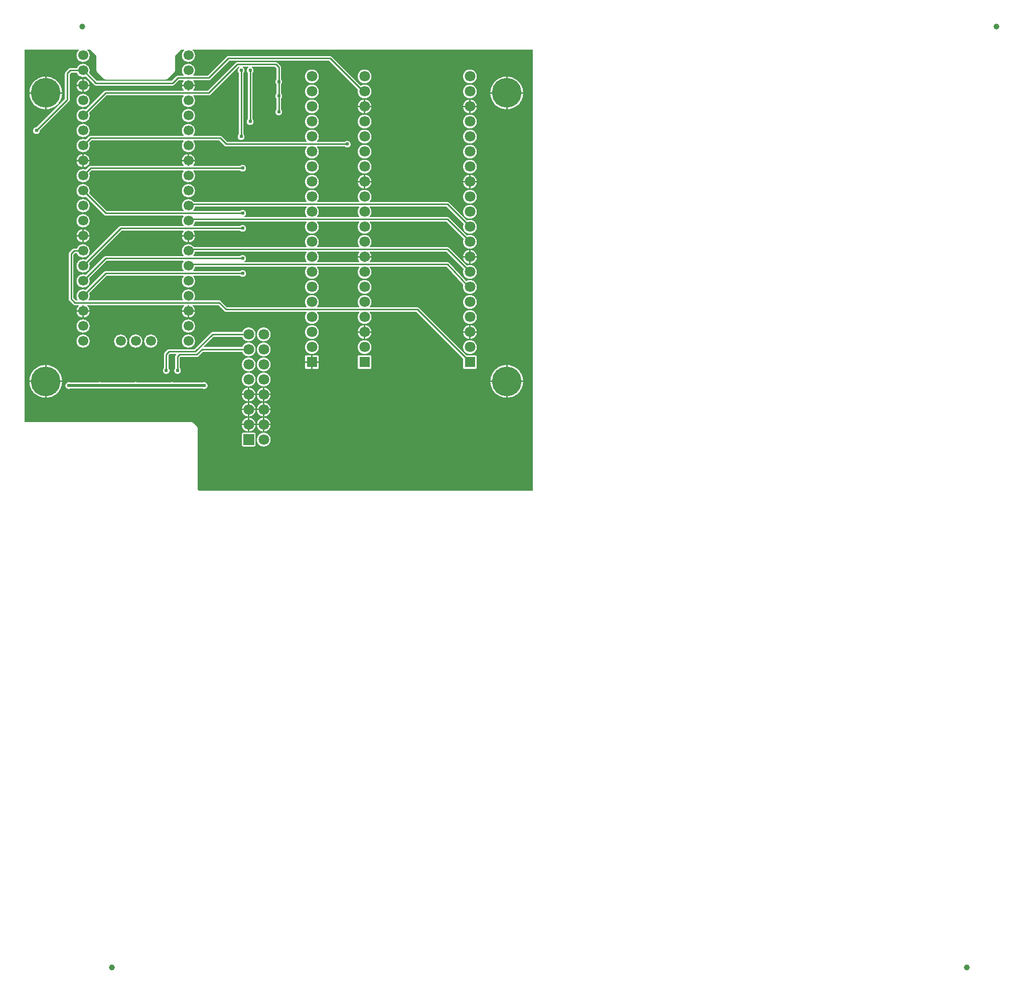
<source format=gtl>
G04 Layer: TopLayer*
G04 EasyEDA v6.5.29, 2023-07-18 10:02:35*
G04 8a87558a6270435d8ad66e31a1dfd8bf,5a6b42c53f6a479593ecc07194224c93,10*
G04 Gerber Generator version 0.2*
G04 Scale: 100 percent, Rotated: No, Reflected: No *
G04 Dimensions in millimeters *
G04 leading zeros omitted , absolute positions ,4 integer and 5 decimal *
%FSLAX45Y45*%
%MOMM*%

%AMMACRO1*21,1,$1,$2,0,0,$3*%
%ADD10C,0.2540*%
%ADD11C,0.5000*%
%ADD12C,1.0000*%
%ADD13MACRO1,1.8X1.8X90.0000*%
%ADD14C,1.8000*%
%ADD15R,1.8000X1.8000*%
%ADD16C,5.0000*%
%ADD17C,1.7000*%
%ADD18C,0.6096*%
%ADD19C,0.0161*%

%LPD*%
G36*
X2975711Y2934208D02*
G01*
X2971444Y2935122D01*
X2967990Y2937764D01*
X2949346Y2959455D01*
X2947517Y2962554D01*
X2946908Y2966110D01*
X2946908Y4000093D01*
X2946603Y4003903D01*
X2944571Y4010964D01*
X2941828Y4015841D01*
X2939034Y4019092D01*
X2876092Y4082034D01*
X2873197Y4084523D01*
X2866745Y4088079D01*
X2861360Y4089603D01*
X2857093Y4089908D01*
X36068Y4089908D01*
X32156Y4090670D01*
X28905Y4092905D01*
X26670Y4096156D01*
X25908Y4100068D01*
X25908Y10377932D01*
X26670Y10381843D01*
X28905Y10385094D01*
X32156Y10387330D01*
X36068Y10388092D01*
X936396Y10388092D01*
X940358Y10387279D01*
X943711Y10384993D01*
X945896Y10381589D01*
X946556Y10377627D01*
X945642Y10373664D01*
X943254Y10370413D01*
X936345Y10364165D01*
X927150Y10353344D01*
X919378Y10341406D01*
X913231Y10328605D01*
X908761Y10315143D01*
X906018Y10301173D01*
X905103Y10287000D01*
X906018Y10272826D01*
X908761Y10258856D01*
X913231Y10245394D01*
X919378Y10232593D01*
X927150Y10220655D01*
X936345Y10209834D01*
X946861Y10200284D01*
X958494Y10192156D01*
X971092Y10185603D01*
X984453Y10180675D01*
X998321Y10177526D01*
X1012444Y10176154D01*
X1026668Y10176611D01*
X1040688Y10178897D01*
X1054303Y10182910D01*
X1067308Y10188702D01*
X1079449Y10196068D01*
X1090574Y10204907D01*
X1100429Y10215118D01*
X1108913Y10226497D01*
X1115923Y10238892D01*
X1121257Y10252049D01*
X1124864Y10265816D01*
X1126642Y10279888D01*
X1126642Y10294112D01*
X1124864Y10308183D01*
X1121257Y10321950D01*
X1115923Y10335107D01*
X1108913Y10347502D01*
X1100429Y10358882D01*
X1086764Y10373207D01*
X1085646Y10377170D01*
X1086154Y10381284D01*
X1088288Y10384840D01*
X1091692Y10387228D01*
X1095756Y10388092D01*
X1128064Y10388092D01*
X1131925Y10387330D01*
X1135227Y10385094D01*
X1241094Y10279227D01*
X1243330Y10275925D01*
X1244092Y10272064D01*
X1244092Y10033406D01*
X1244396Y10029596D01*
X1246428Y10022535D01*
X1249172Y10017658D01*
X1251966Y10014407D01*
X1378407Y9887966D01*
X1381302Y9885476D01*
X1387754Y9881920D01*
X1393139Y9880396D01*
X1397406Y9880092D01*
X2412593Y9880092D01*
X2416403Y9880396D01*
X2423464Y9882428D01*
X2428341Y9885172D01*
X2431592Y9887966D01*
X2558034Y10014407D01*
X2560523Y10017302D01*
X2564079Y10023754D01*
X2565603Y10029139D01*
X2565908Y10033406D01*
X2565908Y10272064D01*
X2566670Y10275925D01*
X2568905Y10279227D01*
X2674772Y10385094D01*
X2678074Y10387330D01*
X2681935Y10388092D01*
X2714396Y10388092D01*
X2718358Y10387279D01*
X2721711Y10384993D01*
X2723896Y10381589D01*
X2724556Y10377627D01*
X2723642Y10373664D01*
X2721254Y10370413D01*
X2714345Y10364165D01*
X2705150Y10353344D01*
X2697378Y10341406D01*
X2691231Y10328605D01*
X2686761Y10315143D01*
X2684018Y10301173D01*
X2683103Y10287000D01*
X2684018Y10272826D01*
X2686761Y10258856D01*
X2691231Y10245394D01*
X2697378Y10232593D01*
X2705150Y10220655D01*
X2714345Y10209834D01*
X2724861Y10200284D01*
X2736494Y10192156D01*
X2749092Y10185603D01*
X2762453Y10180675D01*
X2776321Y10177526D01*
X2790444Y10176154D01*
X2804668Y10176611D01*
X2818688Y10178897D01*
X2832303Y10182910D01*
X2845308Y10188702D01*
X2857449Y10196068D01*
X2868574Y10204907D01*
X2878429Y10215118D01*
X2886913Y10226497D01*
X2893923Y10238892D01*
X2899257Y10252049D01*
X2902864Y10265816D01*
X2904642Y10279888D01*
X2904642Y10294112D01*
X2902864Y10308183D01*
X2899257Y10321950D01*
X2893923Y10335107D01*
X2886913Y10347502D01*
X2878429Y10358882D01*
X2864764Y10373207D01*
X2863646Y10377170D01*
X2864154Y10381284D01*
X2866288Y10384840D01*
X2869692Y10387228D01*
X2873756Y10388092D01*
X8599932Y10388092D01*
X8603843Y10387330D01*
X8607094Y10385094D01*
X8609330Y10381843D01*
X8610092Y10377932D01*
X8610092Y2944368D01*
X8609330Y2940456D01*
X8607094Y2937205D01*
X8603843Y2934970D01*
X8599932Y2934208D01*
G37*

%LPC*%
G36*
X7543800Y9815525D02*
G01*
X7558328Y9816439D01*
X7572603Y9819132D01*
X7586472Y9823653D01*
X7599629Y9829850D01*
X7611922Y9837623D01*
X7623149Y9846919D01*
X7633106Y9857536D01*
X7641640Y9869322D01*
X7648651Y9882073D01*
X7654036Y9895586D01*
X7657642Y9909708D01*
X7659471Y9924135D01*
X7659471Y9938664D01*
X7657642Y9953091D01*
X7654036Y9967214D01*
X7648651Y9980726D01*
X7641640Y9993477D01*
X7633106Y10005263D01*
X7623149Y10015880D01*
X7611922Y10025176D01*
X7599629Y10032949D01*
X7586472Y10039146D01*
X7572603Y10043668D01*
X7558328Y10046360D01*
X7543800Y10047274D01*
X7529271Y10046360D01*
X7514996Y10043668D01*
X7501128Y10039146D01*
X7487970Y10032949D01*
X7475677Y10025176D01*
X7464450Y10015880D01*
X7454493Y10005263D01*
X7445959Y9993477D01*
X7438948Y9980726D01*
X7433564Y9967214D01*
X7429957Y9953091D01*
X7428128Y9938664D01*
X7428128Y9924135D01*
X7429957Y9909708D01*
X7433564Y9895586D01*
X7438948Y9882073D01*
X7445959Y9869322D01*
X7454493Y9857536D01*
X7464450Y9846919D01*
X7475677Y9837623D01*
X7487970Y9829850D01*
X7501128Y9823653D01*
X7514996Y9819132D01*
X7529271Y9816439D01*
G37*
G36*
X4051300Y3936187D02*
G01*
X4051300Y4038600D01*
X3949039Y4038600D01*
X3950157Y4029557D01*
X3953764Y4015486D01*
X3959148Y4001922D01*
X3966159Y3989171D01*
X3974693Y3977436D01*
X3984650Y3966819D01*
X3995877Y3957523D01*
X4008170Y3949750D01*
X4021328Y3943553D01*
X4035196Y3939032D01*
X4049471Y3936339D01*
G37*
G36*
X3797300Y3936187D02*
G01*
X3797300Y4038600D01*
X3695039Y4038600D01*
X3696157Y4029557D01*
X3699764Y4015486D01*
X3705148Y4001922D01*
X3712159Y3989171D01*
X3720693Y3977436D01*
X3730650Y3966819D01*
X3741877Y3957523D01*
X3754170Y3949750D01*
X3767328Y3943553D01*
X3781196Y3939032D01*
X3795471Y3936339D01*
G37*
G36*
X4076700Y3936187D02*
G01*
X4078528Y3936339D01*
X4092803Y3939032D01*
X4106672Y3943553D01*
X4119829Y3949750D01*
X4132122Y3957523D01*
X4143298Y3966819D01*
X4153306Y3977436D01*
X4161840Y3989171D01*
X4168851Y4001922D01*
X4174185Y4015486D01*
X4177842Y4029557D01*
X4178960Y4038600D01*
X4076700Y4038600D01*
G37*
G36*
X3822700Y3936187D02*
G01*
X3824528Y3936339D01*
X3838803Y3939032D01*
X3852672Y3943553D01*
X3865829Y3949750D01*
X3878122Y3957523D01*
X3889298Y3966819D01*
X3899306Y3977436D01*
X3907840Y3989171D01*
X3914851Y4001922D01*
X3920185Y4015486D01*
X3923842Y4029557D01*
X3924960Y4038600D01*
X3822700Y4038600D01*
G37*
G36*
X3822700Y4064000D02*
G01*
X3924960Y4064000D01*
X3923842Y4072991D01*
X3920185Y4087114D01*
X3914851Y4100626D01*
X3907840Y4113377D01*
X3899306Y4125163D01*
X3889298Y4135780D01*
X3878122Y4145026D01*
X3865829Y4152849D01*
X3852672Y4159046D01*
X3838803Y4163517D01*
X3824528Y4166260D01*
X3822700Y4166362D01*
G37*
G36*
X3949039Y4064000D02*
G01*
X4051300Y4064000D01*
X4051300Y4166362D01*
X4049471Y4166260D01*
X4035196Y4163517D01*
X4021328Y4159046D01*
X4008170Y4152849D01*
X3995877Y4145026D01*
X3984650Y4135780D01*
X3974693Y4125163D01*
X3966159Y4113377D01*
X3959148Y4100626D01*
X3953764Y4087114D01*
X3950157Y4072991D01*
G37*
G36*
X4076700Y4064000D02*
G01*
X4178960Y4064000D01*
X4177842Y4072991D01*
X4174185Y4087114D01*
X4168851Y4100626D01*
X4161840Y4113377D01*
X4153306Y4125163D01*
X4143298Y4135780D01*
X4132122Y4145026D01*
X4119829Y4152849D01*
X4106672Y4159046D01*
X4092803Y4163517D01*
X4078528Y4166260D01*
X4076700Y4166362D01*
G37*
G36*
X3695039Y4064000D02*
G01*
X3797300Y4064000D01*
X3797300Y4166362D01*
X3795471Y4166260D01*
X3781196Y4163517D01*
X3767328Y4159046D01*
X3754170Y4152849D01*
X3741877Y4145026D01*
X3730650Y4135780D01*
X3720693Y4125163D01*
X3712159Y4113377D01*
X3705148Y4100626D01*
X3699764Y4087114D01*
X3696157Y4072991D01*
G37*
G36*
X4051300Y4190187D02*
G01*
X4051300Y4292600D01*
X3949039Y4292600D01*
X3950157Y4283557D01*
X3953764Y4269486D01*
X3959148Y4255922D01*
X3966159Y4243171D01*
X3974693Y4231436D01*
X3984650Y4220819D01*
X3995877Y4211523D01*
X4008170Y4203750D01*
X4021328Y4197553D01*
X4035196Y4193032D01*
X4049471Y4190339D01*
G37*
G36*
X3822700Y4190187D02*
G01*
X3824528Y4190339D01*
X3838803Y4193032D01*
X3852672Y4197553D01*
X3865829Y4203750D01*
X3878122Y4211523D01*
X3889298Y4220819D01*
X3899306Y4231436D01*
X3907840Y4243171D01*
X3914851Y4255922D01*
X3920185Y4269486D01*
X3923842Y4283557D01*
X3924960Y4292600D01*
X3822700Y4292600D01*
G37*
G36*
X4076700Y4190187D02*
G01*
X4078528Y4190339D01*
X4092803Y4193032D01*
X4106672Y4197553D01*
X4119829Y4203750D01*
X4132122Y4211523D01*
X4143298Y4220819D01*
X4153306Y4231436D01*
X4161840Y4243171D01*
X4168851Y4255922D01*
X4174185Y4269486D01*
X4177842Y4283557D01*
X4178960Y4292600D01*
X4076700Y4292600D01*
G37*
G36*
X3797300Y4190187D02*
G01*
X3797300Y4292600D01*
X3695039Y4292600D01*
X3696157Y4283557D01*
X3699764Y4269486D01*
X3705148Y4255922D01*
X3712159Y4243171D01*
X3720693Y4231436D01*
X3730650Y4220819D01*
X3741877Y4211523D01*
X3754170Y4203750D01*
X3767328Y4197553D01*
X3781196Y4193032D01*
X3795471Y4190339D01*
G37*
G36*
X4076700Y4318000D02*
G01*
X4178960Y4318000D01*
X4177842Y4326991D01*
X4174185Y4341114D01*
X4168851Y4354626D01*
X4161840Y4367377D01*
X4153306Y4379163D01*
X4143298Y4389780D01*
X4132122Y4399026D01*
X4119829Y4406849D01*
X4106672Y4413046D01*
X4092803Y4417517D01*
X4078528Y4420260D01*
X4076700Y4420362D01*
G37*
G36*
X3695039Y4318000D02*
G01*
X3797300Y4318000D01*
X3797300Y4420362D01*
X3795471Y4420260D01*
X3781196Y4417517D01*
X3767328Y4413046D01*
X3754170Y4406849D01*
X3741877Y4399026D01*
X3730650Y4389780D01*
X3720693Y4379163D01*
X3712159Y4367377D01*
X3705148Y4354626D01*
X3699764Y4341114D01*
X3696157Y4326991D01*
G37*
G36*
X3822700Y4318000D02*
G01*
X3924960Y4318000D01*
X3923842Y4326991D01*
X3920185Y4341114D01*
X3914851Y4354626D01*
X3907840Y4367377D01*
X3899306Y4379163D01*
X3889298Y4389780D01*
X3878122Y4399026D01*
X3865829Y4406849D01*
X3852672Y4413046D01*
X3838803Y4417517D01*
X3824528Y4420260D01*
X3822700Y4420362D01*
G37*
G36*
X3949039Y4318000D02*
G01*
X4051300Y4318000D01*
X4051300Y4420362D01*
X4049471Y4420260D01*
X4035196Y4417517D01*
X4021328Y4413046D01*
X4008170Y4406849D01*
X3995877Y4399026D01*
X3984650Y4389780D01*
X3974693Y4379163D01*
X3966159Y4367377D01*
X3959148Y4354626D01*
X3953764Y4341114D01*
X3950157Y4326991D01*
G37*
G36*
X3797300Y4444187D02*
G01*
X3797300Y4546600D01*
X3695039Y4546600D01*
X3696157Y4537557D01*
X3699764Y4523486D01*
X3705148Y4509922D01*
X3712159Y4497171D01*
X3720693Y4485436D01*
X3730650Y4474819D01*
X3741877Y4465523D01*
X3754170Y4457750D01*
X3767328Y4451553D01*
X3781196Y4447032D01*
X3795471Y4444339D01*
G37*
G36*
X4076700Y4444187D02*
G01*
X4078528Y4444339D01*
X4092803Y4447032D01*
X4106672Y4451553D01*
X4119829Y4457750D01*
X4132122Y4465523D01*
X4143298Y4474819D01*
X4153306Y4485436D01*
X4161840Y4497171D01*
X4168851Y4509922D01*
X4174185Y4523486D01*
X4177842Y4537557D01*
X4178960Y4546600D01*
X4076700Y4546600D01*
G37*
G36*
X3822700Y4444187D02*
G01*
X3824528Y4444339D01*
X3838803Y4447032D01*
X3852672Y4451553D01*
X3865829Y4457750D01*
X3878122Y4465523D01*
X3889298Y4474819D01*
X3899306Y4485436D01*
X3907840Y4497171D01*
X3914851Y4509922D01*
X3920185Y4523486D01*
X3923842Y4537557D01*
X3924960Y4546600D01*
X3822700Y4546600D01*
G37*
G36*
X4051300Y4444187D02*
G01*
X4051300Y4546600D01*
X3949039Y4546600D01*
X3950157Y4537557D01*
X3953764Y4523486D01*
X3959148Y4509922D01*
X3966159Y4497171D01*
X3974693Y4485436D01*
X3984650Y4474819D01*
X3995877Y4465523D01*
X4008170Y4457750D01*
X4021328Y4451553D01*
X4035196Y4447032D01*
X4049471Y4444339D01*
G37*
G36*
X8178800Y4506518D02*
G01*
X8183422Y4506620D01*
X8206384Y4509058D01*
X8229092Y4513376D01*
X8251342Y4519574D01*
X8273034Y4527651D01*
X8293912Y4537506D01*
X8313928Y4549038D01*
X8332927Y4562246D01*
X8350707Y4576978D01*
X8367217Y4593132D01*
X8382304Y4610608D01*
X8395919Y4629302D01*
X8407857Y4649063D01*
X8418169Y4669790D01*
X8426653Y4691278D01*
X8433308Y4713376D01*
X8438134Y4735982D01*
X8441029Y4758893D01*
X8441486Y4769307D01*
X8178800Y4769307D01*
G37*
G36*
X398780Y4506518D02*
G01*
X403402Y4506620D01*
X426415Y4509058D01*
X449122Y4513376D01*
X471373Y4519574D01*
X493014Y4527651D01*
X513943Y4537506D01*
X533958Y4549038D01*
X552907Y4562246D01*
X570738Y4576978D01*
X587197Y4593132D01*
X602335Y4610608D01*
X615899Y4629302D01*
X627888Y4649063D01*
X638149Y4669790D01*
X646633Y4691278D01*
X653338Y4713376D01*
X658114Y4735982D01*
X661009Y4758893D01*
X661466Y4769307D01*
X398780Y4769307D01*
G37*
G36*
X8153400Y4506569D02*
G01*
X8153400Y4769307D01*
X7890560Y4769307D01*
X7892389Y4747412D01*
X7896250Y4724603D01*
X7901990Y4702251D01*
X7909559Y4680407D01*
X7918958Y4659325D01*
X7930083Y4639056D01*
X7942884Y4619802D01*
X7957261Y4601718D01*
X7973059Y4584852D01*
X7990230Y4569409D01*
X8008620Y4555439D01*
X8028127Y4543044D01*
X8048650Y4532325D01*
X8069935Y4523384D01*
X8091881Y4516272D01*
X8114385Y4510989D01*
X8137245Y4507585D01*
G37*
G36*
X373380Y4506569D02*
G01*
X373380Y4769307D01*
X110540Y4769307D01*
X112369Y4747412D01*
X116230Y4724603D01*
X121970Y4702251D01*
X129590Y4680407D01*
X138988Y4659325D01*
X150114Y4639056D01*
X162915Y4619802D01*
X177241Y4601718D01*
X193040Y4584852D01*
X210261Y4569409D01*
X228650Y4555439D01*
X248158Y4543044D01*
X268630Y4532325D01*
X289915Y4523384D01*
X311912Y4516272D01*
X334416Y4510989D01*
X357276Y4507585D01*
G37*
G36*
X3949039Y4572000D02*
G01*
X4051300Y4572000D01*
X4051300Y4674362D01*
X4049471Y4674260D01*
X4035196Y4671517D01*
X4021328Y4667046D01*
X4008170Y4660849D01*
X3995877Y4653026D01*
X3984650Y4643780D01*
X3974693Y4633163D01*
X3966159Y4621377D01*
X3959148Y4608626D01*
X3953764Y4595114D01*
X3950157Y4580991D01*
G37*
G36*
X3822700Y4572000D02*
G01*
X3924960Y4572000D01*
X3923842Y4580991D01*
X3920185Y4595114D01*
X3914851Y4608626D01*
X3907840Y4621377D01*
X3899306Y4633163D01*
X3889298Y4643780D01*
X3878122Y4653026D01*
X3865829Y4660849D01*
X3852672Y4667046D01*
X3838803Y4671517D01*
X3824528Y4674260D01*
X3822700Y4674362D01*
G37*
G36*
X4076700Y4572000D02*
G01*
X4178960Y4572000D01*
X4177842Y4580991D01*
X4174185Y4595114D01*
X4168851Y4608626D01*
X4161840Y4621377D01*
X4153306Y4633163D01*
X4143298Y4643780D01*
X4132122Y4653026D01*
X4119829Y4660849D01*
X4106672Y4667046D01*
X4092803Y4671517D01*
X4078528Y4674260D01*
X4076700Y4674362D01*
G37*
G36*
X3695039Y4572000D02*
G01*
X3797300Y4572000D01*
X3797300Y4674362D01*
X3795471Y4674260D01*
X3781196Y4671517D01*
X3767328Y4667046D01*
X3754170Y4660849D01*
X3741877Y4653026D01*
X3730650Y4643780D01*
X3720693Y4633163D01*
X3712159Y4621377D01*
X3705148Y4608626D01*
X3699764Y4595114D01*
X3696157Y4580991D01*
G37*
G36*
X774700Y4655362D02*
G01*
X784504Y4656226D01*
X793953Y4658766D01*
X796290Y4659833D01*
X800608Y4660798D01*
X1269492Y4660798D01*
X1273810Y4659833D01*
X1276146Y4658766D01*
X1285595Y4656226D01*
X1295400Y4655362D01*
X1305204Y4656226D01*
X1314653Y4658766D01*
X1316990Y4659833D01*
X1321308Y4660798D01*
X1879092Y4660798D01*
X1883410Y4659833D01*
X1885746Y4658766D01*
X1895195Y4656226D01*
X1905000Y4655362D01*
X1914804Y4656226D01*
X1924253Y4658766D01*
X1926589Y4659833D01*
X1930907Y4660798D01*
X2488692Y4660798D01*
X2493010Y4659833D01*
X2495346Y4658766D01*
X2504795Y4656226D01*
X2514600Y4655362D01*
X2524404Y4656226D01*
X2533853Y4658766D01*
X2536190Y4659833D01*
X2540508Y4660798D01*
X3034792Y4660798D01*
X3039110Y4659833D01*
X3041446Y4658766D01*
X3050895Y4656226D01*
X3060700Y4655362D01*
X3070504Y4656226D01*
X3079953Y4658766D01*
X3088894Y4662881D01*
X3096920Y4668520D01*
X3103880Y4675479D01*
X3109518Y4683506D01*
X3113633Y4692446D01*
X3116173Y4701895D01*
X3117037Y4711700D01*
X3116173Y4721504D01*
X3113633Y4730953D01*
X3109518Y4739894D01*
X3103880Y4747920D01*
X3096920Y4754880D01*
X3088894Y4760518D01*
X3079953Y4764633D01*
X3070504Y4767173D01*
X3060700Y4768037D01*
X3050895Y4767173D01*
X3041446Y4764633D01*
X3039110Y4763566D01*
X3034792Y4762601D01*
X2540508Y4762601D01*
X2536190Y4763566D01*
X2533853Y4764633D01*
X2524404Y4767173D01*
X2514600Y4768037D01*
X2504795Y4767173D01*
X2495346Y4764633D01*
X2493010Y4763566D01*
X2488692Y4762601D01*
X1930907Y4762601D01*
X1926589Y4763566D01*
X1924253Y4764633D01*
X1914804Y4767173D01*
X1905000Y4768037D01*
X1895195Y4767173D01*
X1885746Y4764633D01*
X1883410Y4763566D01*
X1879092Y4762601D01*
X1321308Y4762601D01*
X1316990Y4763566D01*
X1314653Y4764633D01*
X1305204Y4767173D01*
X1295400Y4768037D01*
X1285595Y4767173D01*
X1276146Y4764633D01*
X1273810Y4763566D01*
X1269492Y4762601D01*
X800608Y4762601D01*
X796290Y4763566D01*
X793953Y4764633D01*
X784504Y4767173D01*
X774700Y4768037D01*
X764895Y4767173D01*
X755446Y4764633D01*
X746506Y4760518D01*
X738479Y4754880D01*
X731520Y4747920D01*
X725881Y4739894D01*
X721766Y4730953D01*
X719226Y4721504D01*
X718362Y4711700D01*
X719226Y4701895D01*
X721766Y4692446D01*
X725881Y4683506D01*
X731520Y4675479D01*
X738479Y4668520D01*
X746506Y4662881D01*
X755446Y4658766D01*
X764895Y4656226D01*
G37*
G36*
X4064000Y4697425D02*
G01*
X4078528Y4698339D01*
X4092803Y4701032D01*
X4106672Y4705553D01*
X4119829Y4711750D01*
X4132122Y4719523D01*
X4143298Y4728819D01*
X4153306Y4739436D01*
X4161840Y4751171D01*
X4168851Y4763922D01*
X4174185Y4777486D01*
X4177842Y4791557D01*
X4179671Y4806035D01*
X4179671Y4820564D01*
X4177842Y4834991D01*
X4174185Y4849114D01*
X4168851Y4862626D01*
X4161840Y4875377D01*
X4153306Y4887163D01*
X4143298Y4897780D01*
X4132122Y4907026D01*
X4119829Y4914849D01*
X4106672Y4921046D01*
X4092803Y4925517D01*
X4078528Y4928260D01*
X4064000Y4929174D01*
X4049471Y4928260D01*
X4035196Y4925517D01*
X4021328Y4921046D01*
X4008170Y4914849D01*
X3995877Y4907026D01*
X3984650Y4897780D01*
X3974693Y4887163D01*
X3966159Y4875377D01*
X3959148Y4862626D01*
X3953764Y4849114D01*
X3950157Y4834991D01*
X3948328Y4820564D01*
X3948328Y4806035D01*
X3950157Y4791557D01*
X3953764Y4777486D01*
X3959148Y4763922D01*
X3966159Y4751171D01*
X3974693Y4739436D01*
X3984650Y4728819D01*
X3995877Y4719523D01*
X4008170Y4711750D01*
X4021328Y4705553D01*
X4035196Y4701032D01*
X4049471Y4698339D01*
G37*
G36*
X3810000Y4697425D02*
G01*
X3824528Y4698339D01*
X3838803Y4701032D01*
X3852672Y4705553D01*
X3865829Y4711750D01*
X3878122Y4719523D01*
X3889298Y4728819D01*
X3899306Y4739436D01*
X3907840Y4751171D01*
X3914851Y4763922D01*
X3920185Y4777486D01*
X3923842Y4791557D01*
X3925671Y4806035D01*
X3925671Y4820564D01*
X3923842Y4834991D01*
X3920185Y4849114D01*
X3914851Y4862626D01*
X3907840Y4875377D01*
X3899306Y4887163D01*
X3889298Y4897780D01*
X3878122Y4907026D01*
X3865829Y4914849D01*
X3852672Y4921046D01*
X3838803Y4925517D01*
X3824528Y4928260D01*
X3810000Y4929174D01*
X3795471Y4928260D01*
X3781196Y4925517D01*
X3767328Y4921046D01*
X3754170Y4914849D01*
X3741877Y4907026D01*
X3730650Y4897780D01*
X3720693Y4887163D01*
X3712159Y4875377D01*
X3705148Y4862626D01*
X3699764Y4849114D01*
X3696157Y4834991D01*
X3694328Y4820564D01*
X3694328Y4806035D01*
X3696157Y4791557D01*
X3699764Y4777486D01*
X3705148Y4763922D01*
X3712159Y4751171D01*
X3720693Y4739436D01*
X3730650Y4728819D01*
X3741877Y4719523D01*
X3754170Y4711750D01*
X3767328Y4705553D01*
X3781196Y4701032D01*
X3795471Y4698339D01*
G37*
G36*
X398780Y4794707D02*
G01*
X661466Y4794707D01*
X661009Y4805070D01*
X658114Y4827981D01*
X653338Y4850587D01*
X646633Y4872736D01*
X638149Y4894224D01*
X627888Y4914900D01*
X615899Y4934661D01*
X602335Y4953355D01*
X587197Y4970830D01*
X570738Y4987036D01*
X552907Y5001768D01*
X533958Y5014925D01*
X513943Y5026507D01*
X493014Y5036312D01*
X471373Y5044389D01*
X449122Y5050586D01*
X426415Y5054904D01*
X403402Y5057343D01*
X398780Y5057444D01*
G37*
G36*
X8178800Y4794707D02*
G01*
X8441486Y4794707D01*
X8441029Y4805070D01*
X8438134Y4827981D01*
X8433308Y4850587D01*
X8426653Y4872736D01*
X8418169Y4894224D01*
X8407857Y4914900D01*
X8395919Y4934661D01*
X8382304Y4953355D01*
X8367217Y4970830D01*
X8350707Y4987036D01*
X8332927Y5001768D01*
X8313928Y5014925D01*
X8293912Y5026507D01*
X8273034Y5036312D01*
X8251342Y5044389D01*
X8229092Y5050586D01*
X8206384Y5054904D01*
X8183422Y5057343D01*
X8178800Y5057444D01*
G37*
G36*
X7890560Y4794707D02*
G01*
X8153400Y4794707D01*
X8153400Y5057394D01*
X8137245Y5056378D01*
X8114385Y5053025D01*
X8091881Y5047742D01*
X8069935Y5040579D01*
X8048650Y5031638D01*
X8028127Y5020919D01*
X8008620Y5008524D01*
X7990230Y4994554D01*
X7973059Y4979111D01*
X7957261Y4962245D01*
X7942884Y4944160D01*
X7930083Y4924907D01*
X7918958Y4904638D01*
X7909559Y4883556D01*
X7901990Y4861712D01*
X7896250Y4839360D01*
X7892389Y4816551D01*
G37*
G36*
X110540Y4794707D02*
G01*
X373380Y4794707D01*
X373380Y5057394D01*
X357276Y5056378D01*
X334416Y5053025D01*
X311912Y5047742D01*
X289915Y5040579D01*
X268630Y5031638D01*
X248158Y5020919D01*
X228650Y5008524D01*
X210261Y4994554D01*
X193040Y4979111D01*
X177241Y4962245D01*
X162915Y4944160D01*
X150114Y4924907D01*
X138988Y4904638D01*
X129590Y4883556D01*
X121970Y4861712D01*
X116230Y4839360D01*
X112369Y4816551D01*
G37*
G36*
X2419604Y4909362D02*
G01*
X2429408Y4910226D01*
X2438857Y4912766D01*
X2447798Y4916881D01*
X2455824Y4922520D01*
X2462784Y4929479D01*
X2468422Y4937506D01*
X2472537Y4946446D01*
X2475077Y4955895D01*
X2475941Y4965700D01*
X2475077Y4975504D01*
X2472537Y4984953D01*
X2468422Y4993894D01*
X2462784Y5001920D01*
X2461209Y5003495D01*
X2458974Y5006797D01*
X2458212Y5010708D01*
X2458212Y5218785D01*
X2458974Y5222697D01*
X2461209Y5225999D01*
X2476804Y5241594D01*
X2480106Y5243830D01*
X2484018Y5244592D01*
X2574747Y5244592D01*
X2578455Y5243880D01*
X2581706Y5241848D01*
X2583942Y5238800D01*
X2584907Y5235092D01*
X2584399Y5231333D01*
X2582621Y5227980D01*
X2577541Y5221833D01*
X2573985Y5215128D01*
X2571800Y5207914D01*
X2570988Y5199888D01*
X2570988Y5010708D01*
X2570226Y5006797D01*
X2567990Y5003495D01*
X2566416Y5001920D01*
X2560777Y4993894D01*
X2556662Y4984953D01*
X2554122Y4975504D01*
X2553258Y4965700D01*
X2554122Y4955895D01*
X2556662Y4946446D01*
X2560777Y4937506D01*
X2566416Y4929479D01*
X2573375Y4922520D01*
X2581402Y4916881D01*
X2590342Y4912766D01*
X2599791Y4910226D01*
X2609596Y4909362D01*
X2619400Y4910226D01*
X2628849Y4912766D01*
X2637790Y4916881D01*
X2645816Y4922520D01*
X2652776Y4929479D01*
X2658414Y4937506D01*
X2662529Y4946446D01*
X2665069Y4955895D01*
X2665933Y4965700D01*
X2665069Y4975504D01*
X2662529Y4984953D01*
X2658414Y4993894D01*
X2652776Y5001920D01*
X2651201Y5003495D01*
X2648966Y5006797D01*
X2648204Y5010708D01*
X2648204Y5180177D01*
X2648966Y5184089D01*
X2651201Y5187391D01*
X2654604Y5190794D01*
X2657906Y5193030D01*
X2661818Y5193792D01*
X2933192Y5193792D01*
X2941218Y5194604D01*
X2948432Y5196789D01*
X2955137Y5200345D01*
X2961335Y5205476D01*
X3035604Y5279694D01*
X3038906Y5281930D01*
X3042818Y5282692D01*
X3693972Y5282692D01*
X3697935Y5281879D01*
X3701237Y5279644D01*
X3703421Y5276291D01*
X3705148Y5271922D01*
X3712159Y5259171D01*
X3720693Y5247436D01*
X3730650Y5236819D01*
X3741877Y5227523D01*
X3754170Y5219750D01*
X3767328Y5213553D01*
X3781196Y5209032D01*
X3795471Y5206339D01*
X3810000Y5205425D01*
X3824528Y5206339D01*
X3838803Y5209032D01*
X3852672Y5213553D01*
X3865829Y5219750D01*
X3878122Y5227523D01*
X3889298Y5236819D01*
X3899306Y5247436D01*
X3907840Y5259171D01*
X3914851Y5271922D01*
X3920185Y5285486D01*
X3923842Y5299557D01*
X3925671Y5314035D01*
X3925671Y5328564D01*
X3923842Y5342991D01*
X3920185Y5357114D01*
X3914851Y5370626D01*
X3907840Y5383377D01*
X3899306Y5395163D01*
X3889298Y5405780D01*
X3878122Y5415026D01*
X3865829Y5422849D01*
X3852672Y5429046D01*
X3838803Y5433517D01*
X3824528Y5436260D01*
X3810000Y5437174D01*
X3795471Y5436260D01*
X3781196Y5433517D01*
X3767328Y5429046D01*
X3754170Y5422849D01*
X3741877Y5415026D01*
X3730650Y5405780D01*
X3720693Y5395163D01*
X3712159Y5383377D01*
X3705148Y5370626D01*
X3703421Y5366308D01*
X3701237Y5362956D01*
X3697935Y5360720D01*
X3693972Y5359908D01*
X3064154Y5359908D01*
X3060242Y5360670D01*
X3056940Y5362905D01*
X3054756Y5366156D01*
X3053994Y5370068D01*
X3054756Y5373979D01*
X3056940Y5377230D01*
X3213404Y5533694D01*
X3216706Y5535930D01*
X3220618Y5536692D01*
X3693972Y5536692D01*
X3697935Y5535879D01*
X3701237Y5533644D01*
X3703421Y5530291D01*
X3705148Y5525922D01*
X3712159Y5513171D01*
X3720693Y5501436D01*
X3730650Y5490819D01*
X3741877Y5481523D01*
X3754170Y5473750D01*
X3767328Y5467553D01*
X3781196Y5463032D01*
X3795471Y5460339D01*
X3810000Y5459425D01*
X3824528Y5460339D01*
X3838803Y5463032D01*
X3852672Y5467553D01*
X3865829Y5473750D01*
X3878122Y5481523D01*
X3889298Y5490819D01*
X3899306Y5501436D01*
X3907840Y5513171D01*
X3914851Y5525922D01*
X3920185Y5539486D01*
X3923842Y5553557D01*
X3925671Y5568035D01*
X3925671Y5582564D01*
X3923842Y5596991D01*
X3920185Y5611114D01*
X3914851Y5624626D01*
X3907840Y5637377D01*
X3899306Y5649163D01*
X3889298Y5659780D01*
X3878122Y5669026D01*
X3865829Y5676849D01*
X3852672Y5683046D01*
X3838803Y5687517D01*
X3824528Y5690260D01*
X3810000Y5691174D01*
X3795471Y5690260D01*
X3781196Y5687517D01*
X3767328Y5683046D01*
X3754170Y5676849D01*
X3741877Y5669026D01*
X3730650Y5659780D01*
X3720693Y5649163D01*
X3712159Y5637377D01*
X3705148Y5624626D01*
X3703421Y5620308D01*
X3701237Y5616956D01*
X3697935Y5614720D01*
X3693972Y5613908D01*
X3200908Y5613908D01*
X3192881Y5613095D01*
X3185668Y5610910D01*
X3178962Y5607354D01*
X3172764Y5602224D01*
X2895295Y5324805D01*
X2891993Y5322570D01*
X2888081Y5321808D01*
X2464308Y5321808D01*
X2456281Y5320995D01*
X2449068Y5318810D01*
X2442362Y5315254D01*
X2436164Y5310124D01*
X2392680Y5266639D01*
X2387549Y5260441D01*
X2383993Y5253736D01*
X2381808Y5246522D01*
X2380996Y5238496D01*
X2380996Y5010708D01*
X2380234Y5006797D01*
X2377998Y5003495D01*
X2376424Y5001920D01*
X2370785Y4993894D01*
X2366670Y4984953D01*
X2364130Y4975504D01*
X2363266Y4965700D01*
X2364130Y4955895D01*
X2366670Y4946446D01*
X2370785Y4937506D01*
X2376424Y4929479D01*
X2383383Y4922520D01*
X2391410Y4916881D01*
X2400350Y4912766D01*
X2409799Y4910226D01*
G37*
G36*
X3810000Y4951425D02*
G01*
X3824528Y4952339D01*
X3838803Y4955032D01*
X3852672Y4959553D01*
X3865829Y4965750D01*
X3878122Y4973523D01*
X3889298Y4982819D01*
X3899306Y4993436D01*
X3907840Y5005171D01*
X3914851Y5017922D01*
X3920185Y5031486D01*
X3923842Y5045557D01*
X3925671Y5060035D01*
X3925671Y5074564D01*
X3923842Y5088991D01*
X3920185Y5103114D01*
X3914851Y5116626D01*
X3907840Y5129377D01*
X3899306Y5141163D01*
X3889298Y5151780D01*
X3878122Y5161026D01*
X3865829Y5168849D01*
X3852672Y5175046D01*
X3838803Y5179517D01*
X3824528Y5182260D01*
X3810000Y5183174D01*
X3795471Y5182260D01*
X3781196Y5179517D01*
X3767328Y5175046D01*
X3754170Y5168849D01*
X3741877Y5161026D01*
X3730650Y5151780D01*
X3720693Y5141163D01*
X3712159Y5129377D01*
X3705148Y5116626D01*
X3699764Y5103114D01*
X3696157Y5088991D01*
X3694328Y5074564D01*
X3694328Y5060035D01*
X3696157Y5045557D01*
X3699764Y5031486D01*
X3705148Y5017922D01*
X3712159Y5005171D01*
X3720693Y4993436D01*
X3730650Y4982819D01*
X3741877Y4973523D01*
X3754170Y4965750D01*
X3767328Y4959553D01*
X3781196Y4955032D01*
X3795471Y4952339D01*
G37*
G36*
X4064000Y4951425D02*
G01*
X4078528Y4952339D01*
X4092803Y4955032D01*
X4106672Y4959553D01*
X4119829Y4965750D01*
X4132122Y4973523D01*
X4143298Y4982819D01*
X4153306Y4993436D01*
X4161840Y5005171D01*
X4168851Y5017922D01*
X4174185Y5031486D01*
X4177842Y5045557D01*
X4179671Y5060035D01*
X4179671Y5074564D01*
X4177842Y5088991D01*
X4174185Y5103114D01*
X4168851Y5116626D01*
X4161840Y5129377D01*
X4153306Y5141163D01*
X4143298Y5151780D01*
X4132122Y5161026D01*
X4119829Y5168849D01*
X4106672Y5175046D01*
X4092803Y5179517D01*
X4078528Y5182260D01*
X4064000Y5183174D01*
X4049471Y5182260D01*
X4035196Y5179517D01*
X4021328Y5175046D01*
X4008170Y5168849D01*
X3995877Y5161026D01*
X3984650Y5151780D01*
X3974693Y5141163D01*
X3966159Y5129377D01*
X3959148Y5116626D01*
X3953764Y5103114D01*
X3950157Y5088991D01*
X3948328Y5074564D01*
X3948328Y5060035D01*
X3950157Y5045557D01*
X3953764Y5031486D01*
X3959148Y5017922D01*
X3966159Y5005171D01*
X3974693Y4993436D01*
X3984650Y4982819D01*
X3995877Y4973523D01*
X4008170Y4965750D01*
X4021328Y4959553D01*
X4035196Y4955032D01*
X4049471Y4952339D01*
G37*
G36*
X4787392Y4989474D02*
G01*
X4864100Y4989474D01*
X4864100Y5092700D01*
X4760874Y5092700D01*
X4760874Y5015992D01*
X4761585Y5009642D01*
X4763516Y5004206D01*
X4766614Y4999278D01*
X4770678Y4995214D01*
X4775606Y4992116D01*
X4781042Y4990185D01*
G37*
G36*
X4889500Y4989474D02*
G01*
X4966208Y4989474D01*
X4972558Y4990185D01*
X4977993Y4992116D01*
X4982921Y4995214D01*
X4986985Y4999278D01*
X4990084Y5004206D01*
X4992014Y5009642D01*
X4992725Y5015992D01*
X4992725Y5092700D01*
X4889500Y5092700D01*
G37*
G36*
X5676392Y4989474D02*
G01*
X5855208Y4989474D01*
X5861558Y4990185D01*
X5866993Y4992116D01*
X5871921Y4995214D01*
X5875985Y4999278D01*
X5879084Y5004206D01*
X5881014Y5009642D01*
X5881725Y5015992D01*
X5881725Y5194808D01*
X5881014Y5201158D01*
X5879084Y5206593D01*
X5875985Y5211521D01*
X5871921Y5215585D01*
X5866993Y5218684D01*
X5861558Y5220614D01*
X5855208Y5221325D01*
X5676392Y5221325D01*
X5670042Y5220614D01*
X5664606Y5218684D01*
X5659678Y5215585D01*
X5655614Y5211521D01*
X5652516Y5206593D01*
X5650585Y5201158D01*
X5649874Y5194808D01*
X5649874Y5015992D01*
X5650585Y5009642D01*
X5652516Y5004206D01*
X5655614Y4999278D01*
X5659678Y4995214D01*
X5664606Y4992116D01*
X5670042Y4990185D01*
G37*
G36*
X7454392Y4989474D02*
G01*
X7633208Y4989474D01*
X7639558Y4990185D01*
X7644993Y4992116D01*
X7649921Y4995214D01*
X7653985Y4999278D01*
X7657084Y5004206D01*
X7659014Y5009642D01*
X7659725Y5015992D01*
X7659725Y5194808D01*
X7659014Y5201158D01*
X7657084Y5206593D01*
X7653985Y5211521D01*
X7649921Y5215585D01*
X7644993Y5218684D01*
X7639558Y5220614D01*
X7633208Y5221325D01*
X7486700Y5221325D01*
X7482789Y5222087D01*
X7479538Y5224272D01*
X6682435Y6021324D01*
X6676237Y6026454D01*
X6669531Y6030010D01*
X6662318Y6032195D01*
X6654292Y6033008D01*
X5864504Y6033008D01*
X5860135Y6033973D01*
X5856630Y6036716D01*
X5854649Y6040628D01*
X5854496Y6045047D01*
X5856274Y6049162D01*
X5863640Y6059322D01*
X5870651Y6072073D01*
X5876036Y6085586D01*
X5879642Y6099708D01*
X5881471Y6114135D01*
X5881471Y6128664D01*
X5879642Y6143091D01*
X5876036Y6157214D01*
X5870651Y6170726D01*
X5863640Y6183477D01*
X5855106Y6195263D01*
X5845149Y6205880D01*
X5833922Y6215176D01*
X5821629Y6222949D01*
X5808472Y6229146D01*
X5794603Y6233668D01*
X5780328Y6236360D01*
X5765800Y6237274D01*
X5751271Y6236360D01*
X5736996Y6233668D01*
X5723128Y6229146D01*
X5709970Y6222949D01*
X5697677Y6215176D01*
X5686450Y6205880D01*
X5676493Y6195263D01*
X5667959Y6183477D01*
X5660948Y6170726D01*
X5655564Y6157214D01*
X5651957Y6143091D01*
X5650128Y6128664D01*
X5650128Y6114135D01*
X5651957Y6099708D01*
X5655564Y6085586D01*
X5660948Y6072073D01*
X5667959Y6059322D01*
X5675325Y6049162D01*
X5677103Y6045047D01*
X5676950Y6040628D01*
X5674969Y6036716D01*
X5671464Y6033973D01*
X5667095Y6033008D01*
X4975504Y6033008D01*
X4971135Y6033973D01*
X4967630Y6036716D01*
X4965649Y6040628D01*
X4965496Y6045047D01*
X4967274Y6049162D01*
X4974640Y6059322D01*
X4981651Y6072073D01*
X4987036Y6085586D01*
X4990642Y6099708D01*
X4992471Y6114135D01*
X4992471Y6128664D01*
X4990642Y6143091D01*
X4987036Y6157214D01*
X4981651Y6170726D01*
X4974640Y6183477D01*
X4966106Y6195263D01*
X4956149Y6205880D01*
X4944922Y6215176D01*
X4932629Y6222949D01*
X4919472Y6229146D01*
X4905603Y6233668D01*
X4891328Y6236360D01*
X4876800Y6237274D01*
X4862271Y6236360D01*
X4847996Y6233668D01*
X4834128Y6229146D01*
X4820970Y6222949D01*
X4808677Y6215176D01*
X4797450Y6205880D01*
X4787493Y6195263D01*
X4778959Y6183477D01*
X4771948Y6170726D01*
X4766564Y6157214D01*
X4762957Y6143091D01*
X4761128Y6128664D01*
X4761128Y6114135D01*
X4762957Y6099708D01*
X4766564Y6085586D01*
X4771948Y6072073D01*
X4778959Y6059322D01*
X4786325Y6049162D01*
X4788103Y6045047D01*
X4787950Y6040628D01*
X4785969Y6036716D01*
X4782464Y6033973D01*
X4778095Y6033008D01*
X3449218Y6033008D01*
X3445306Y6033770D01*
X3442004Y6036005D01*
X3342335Y6135624D01*
X3336137Y6140754D01*
X3329432Y6144310D01*
X3322218Y6146495D01*
X3314192Y6147308D01*
X2895752Y6147308D01*
X2891637Y6148171D01*
X2888234Y6150660D01*
X2886100Y6154267D01*
X2885643Y6158433D01*
X2886913Y6162446D01*
X2893923Y6174892D01*
X2899257Y6188049D01*
X2902864Y6201816D01*
X2904642Y6215888D01*
X2904642Y6230112D01*
X2902864Y6244183D01*
X2899257Y6257950D01*
X2893923Y6271107D01*
X2886913Y6283502D01*
X2878429Y6294882D01*
X2868574Y6305092D01*
X2857449Y6313932D01*
X2845308Y6321298D01*
X2832303Y6327038D01*
X2818688Y6331102D01*
X2804668Y6333388D01*
X2790444Y6333845D01*
X2776321Y6332474D01*
X2762453Y6329324D01*
X2749092Y6324396D01*
X2736494Y6317843D01*
X2724861Y6309715D01*
X2714345Y6300165D01*
X2705150Y6289344D01*
X2697378Y6277406D01*
X2691231Y6264605D01*
X2686761Y6251143D01*
X2684018Y6237173D01*
X2683103Y6223000D01*
X2684018Y6208826D01*
X2686761Y6194856D01*
X2691231Y6181394D01*
X2697378Y6168593D01*
X2701036Y6163005D01*
X2702560Y6158941D01*
X2702255Y6154623D01*
X2700172Y6150813D01*
X2696718Y6148222D01*
X2692501Y6147308D01*
X1117752Y6147308D01*
X1113637Y6148171D01*
X1110234Y6150660D01*
X1108100Y6154267D01*
X1107643Y6158433D01*
X1108913Y6162446D01*
X1115923Y6174892D01*
X1121257Y6188049D01*
X1124864Y6201816D01*
X1126642Y6215888D01*
X1126642Y6230112D01*
X1124864Y6244183D01*
X1121257Y6257950D01*
X1119225Y6262878D01*
X1118514Y6266738D01*
X1119276Y6270599D01*
X1121460Y6273850D01*
X1410004Y6562394D01*
X1413306Y6564630D01*
X1417218Y6565392D01*
X2701950Y6565392D01*
X2705709Y6564680D01*
X2708910Y6562598D01*
X2711145Y6559499D01*
X2712059Y6555790D01*
X2711551Y6551980D01*
X2709672Y6548628D01*
X2705150Y6543344D01*
X2697378Y6531406D01*
X2691231Y6518605D01*
X2686761Y6505143D01*
X2684018Y6491173D01*
X2683103Y6477000D01*
X2684018Y6462826D01*
X2686761Y6448856D01*
X2691231Y6435394D01*
X2697378Y6422593D01*
X2705150Y6410655D01*
X2714345Y6399834D01*
X2724861Y6390284D01*
X2736494Y6382156D01*
X2749092Y6375603D01*
X2762453Y6370675D01*
X2776321Y6367526D01*
X2790444Y6366154D01*
X2804668Y6366611D01*
X2818688Y6368897D01*
X2832303Y6372910D01*
X2845308Y6378702D01*
X2857449Y6386068D01*
X2868574Y6394907D01*
X2878429Y6405118D01*
X2886913Y6416497D01*
X2893923Y6428892D01*
X2899257Y6442049D01*
X2902864Y6455816D01*
X2904642Y6469888D01*
X2904642Y6484112D01*
X2902864Y6498183D01*
X2899257Y6511950D01*
X2893923Y6525107D01*
X2886913Y6537502D01*
X2878226Y6549135D01*
X2876397Y6553250D01*
X2876499Y6557670D01*
X2878531Y6561683D01*
X2882036Y6564426D01*
X2886354Y6565392D01*
X3663391Y6565392D01*
X3667302Y6564630D01*
X3670604Y6562394D01*
X3672179Y6560820D01*
X3680206Y6555181D01*
X3689146Y6551066D01*
X3698595Y6548526D01*
X3708400Y6547662D01*
X3718204Y6548526D01*
X3727653Y6551066D01*
X3736594Y6555181D01*
X3744620Y6560820D01*
X3751579Y6567779D01*
X3757218Y6575806D01*
X3761333Y6584746D01*
X3763873Y6594195D01*
X3764737Y6604000D01*
X3763873Y6613804D01*
X3761333Y6623253D01*
X3757218Y6632194D01*
X3751579Y6640220D01*
X3744620Y6647180D01*
X3736594Y6652818D01*
X3727653Y6656933D01*
X3718204Y6659473D01*
X3708400Y6660337D01*
X3698595Y6659473D01*
X3689146Y6656933D01*
X3680206Y6652818D01*
X3672179Y6647180D01*
X3670604Y6645605D01*
X3667302Y6643370D01*
X3663391Y6642608D01*
X2886354Y6642608D01*
X2882036Y6643573D01*
X2878531Y6646316D01*
X2876499Y6650329D01*
X2876397Y6654749D01*
X2878226Y6658864D01*
X2886913Y6670497D01*
X2893923Y6682892D01*
X2899257Y6696049D01*
X2902966Y6710222D01*
X2904947Y6714134D01*
X2908452Y6716826D01*
X2912770Y6717792D01*
X4778095Y6717792D01*
X4782464Y6716826D01*
X4785969Y6714083D01*
X4787950Y6710172D01*
X4788103Y6705752D01*
X4786325Y6701637D01*
X4778959Y6691477D01*
X4771948Y6678726D01*
X4766564Y6665214D01*
X4762957Y6651091D01*
X4761128Y6636664D01*
X4761128Y6622135D01*
X4762957Y6607708D01*
X4766564Y6593586D01*
X4771948Y6580073D01*
X4778959Y6567322D01*
X4787493Y6555536D01*
X4797450Y6544919D01*
X4808677Y6535623D01*
X4820970Y6527850D01*
X4834128Y6521653D01*
X4847996Y6517131D01*
X4862271Y6514439D01*
X4876800Y6513525D01*
X4891328Y6514439D01*
X4905603Y6517131D01*
X4919472Y6521653D01*
X4932629Y6527850D01*
X4944922Y6535623D01*
X4956149Y6544919D01*
X4966106Y6555536D01*
X4974640Y6567322D01*
X4981651Y6580073D01*
X4987036Y6593586D01*
X4990642Y6607708D01*
X4992471Y6622135D01*
X4992471Y6636664D01*
X4990642Y6651091D01*
X4987036Y6665214D01*
X4981651Y6678726D01*
X4974640Y6691477D01*
X4967274Y6701637D01*
X4965496Y6705752D01*
X4965649Y6710172D01*
X4967630Y6714083D01*
X4971135Y6716826D01*
X4975504Y6717792D01*
X5667095Y6717792D01*
X5671464Y6716826D01*
X5674969Y6714083D01*
X5676950Y6710172D01*
X5677103Y6705752D01*
X5675325Y6701637D01*
X5667959Y6691477D01*
X5660948Y6678726D01*
X5655564Y6665214D01*
X5651957Y6651091D01*
X5650128Y6636664D01*
X5650128Y6622135D01*
X5651957Y6607708D01*
X5655564Y6593586D01*
X5660948Y6580073D01*
X5667959Y6567322D01*
X5676493Y6555536D01*
X5686450Y6544919D01*
X5697677Y6535623D01*
X5709970Y6527850D01*
X5723128Y6521653D01*
X5736996Y6517131D01*
X5751271Y6514439D01*
X5765800Y6513525D01*
X5780328Y6514439D01*
X5794603Y6517131D01*
X5808472Y6521653D01*
X5821629Y6527850D01*
X5833922Y6535623D01*
X5845149Y6544919D01*
X5855106Y6555536D01*
X5863640Y6567322D01*
X5870651Y6580073D01*
X5876036Y6593586D01*
X5879642Y6607708D01*
X5881471Y6622135D01*
X5881471Y6636664D01*
X5879642Y6651091D01*
X5876036Y6665214D01*
X5870651Y6678726D01*
X5863640Y6691477D01*
X5856274Y6701637D01*
X5854496Y6705752D01*
X5854649Y6710172D01*
X5856630Y6714083D01*
X5860135Y6716826D01*
X5864504Y6717792D01*
X7141616Y6717792D01*
X7145680Y6716928D01*
X7149033Y6714540D01*
X7429500Y6414109D01*
X7431328Y6411264D01*
X7432192Y6408013D01*
X7431887Y6404610D01*
X7429957Y6397091D01*
X7428128Y6382664D01*
X7428128Y6368135D01*
X7429957Y6353708D01*
X7433564Y6339586D01*
X7438948Y6326073D01*
X7445959Y6313322D01*
X7454493Y6301536D01*
X7464450Y6290919D01*
X7475677Y6281623D01*
X7487970Y6273850D01*
X7501128Y6267653D01*
X7514996Y6263132D01*
X7529271Y6260439D01*
X7543800Y6259525D01*
X7558328Y6260439D01*
X7572603Y6263132D01*
X7586472Y6267653D01*
X7599629Y6273850D01*
X7611922Y6281623D01*
X7623149Y6290919D01*
X7633106Y6301536D01*
X7641640Y6313322D01*
X7648651Y6326073D01*
X7654036Y6339586D01*
X7657642Y6353708D01*
X7659471Y6368135D01*
X7659471Y6382664D01*
X7657642Y6397091D01*
X7654036Y6411214D01*
X7648651Y6424726D01*
X7641640Y6437477D01*
X7633106Y6449263D01*
X7623149Y6459880D01*
X7611922Y6469176D01*
X7599629Y6476949D01*
X7586472Y6483146D01*
X7572603Y6487668D01*
X7558328Y6490360D01*
X7543800Y6491274D01*
X7529271Y6490360D01*
X7514996Y6487668D01*
X7501128Y6483146D01*
X7487818Y6476847D01*
X7484618Y6475526D01*
X7481112Y6475374D01*
X7477759Y6476390D01*
X7474966Y6478524D01*
X7191095Y6782663D01*
X7184237Y6788454D01*
X7177531Y6792010D01*
X7170318Y6794195D01*
X7162292Y6795008D01*
X5864504Y6795008D01*
X5860135Y6795973D01*
X5856630Y6798716D01*
X5854649Y6802628D01*
X5854496Y6807047D01*
X5856274Y6811162D01*
X5863640Y6821322D01*
X5870651Y6834073D01*
X5876036Y6847586D01*
X5879642Y6861708D01*
X5880760Y6870700D01*
X5778500Y6870700D01*
X5778500Y6805168D01*
X5777738Y6801256D01*
X5775502Y6798005D01*
X5772251Y6795770D01*
X5768340Y6795008D01*
X5763260Y6795008D01*
X5759348Y6795770D01*
X5756097Y6798005D01*
X5753862Y6801256D01*
X5753100Y6805168D01*
X5753100Y6870700D01*
X5650839Y6870700D01*
X5651957Y6861708D01*
X5655564Y6847586D01*
X5660948Y6834073D01*
X5667959Y6821322D01*
X5675325Y6811162D01*
X5677103Y6807047D01*
X5676950Y6802628D01*
X5674969Y6798716D01*
X5671464Y6795973D01*
X5667095Y6795008D01*
X4975504Y6795008D01*
X4971135Y6795973D01*
X4967630Y6798716D01*
X4965649Y6802628D01*
X4965496Y6807047D01*
X4967274Y6811162D01*
X4974640Y6821322D01*
X4981651Y6834073D01*
X4987036Y6847586D01*
X4990642Y6861708D01*
X4992471Y6876135D01*
X4992471Y6890664D01*
X4990642Y6905091D01*
X4987036Y6919214D01*
X4981651Y6932726D01*
X4974640Y6945477D01*
X4967274Y6955637D01*
X4965496Y6959752D01*
X4965649Y6964172D01*
X4967630Y6968083D01*
X4971135Y6970826D01*
X4975504Y6971792D01*
X5667095Y6971792D01*
X5671464Y6970826D01*
X5674969Y6968083D01*
X5676950Y6964172D01*
X5677103Y6959752D01*
X5675325Y6955637D01*
X5667959Y6945477D01*
X5660948Y6932726D01*
X5655564Y6919214D01*
X5651957Y6905091D01*
X5650839Y6896100D01*
X5753100Y6896100D01*
X5753100Y6961631D01*
X5753862Y6965543D01*
X5756097Y6968794D01*
X5759348Y6971030D01*
X5763260Y6971792D01*
X5768340Y6971792D01*
X5772251Y6971030D01*
X5775502Y6968794D01*
X5777738Y6965543D01*
X5778500Y6961631D01*
X5778500Y6896100D01*
X5880760Y6896100D01*
X5879642Y6905091D01*
X5876036Y6919214D01*
X5870651Y6932726D01*
X5863640Y6945477D01*
X5856274Y6955637D01*
X5854496Y6959752D01*
X5854649Y6964172D01*
X5856630Y6968083D01*
X5860135Y6970826D01*
X5864504Y6971792D01*
X7142581Y6971792D01*
X7146493Y6971030D01*
X7149795Y6968794D01*
X7434478Y6684111D01*
X7436662Y6680860D01*
X7437475Y6677050D01*
X7436764Y6673189D01*
X7433564Y6665214D01*
X7429957Y6651091D01*
X7428128Y6636664D01*
X7428128Y6622135D01*
X7429957Y6607708D01*
X7433564Y6593586D01*
X7438948Y6580073D01*
X7445959Y6567322D01*
X7454493Y6555536D01*
X7464450Y6544919D01*
X7475677Y6535623D01*
X7487970Y6527850D01*
X7501128Y6521653D01*
X7514996Y6517131D01*
X7529271Y6514439D01*
X7543800Y6513525D01*
X7558328Y6514439D01*
X7572603Y6517131D01*
X7586472Y6521653D01*
X7599629Y6527850D01*
X7611922Y6535623D01*
X7623149Y6544919D01*
X7633106Y6555536D01*
X7641640Y6567322D01*
X7648651Y6580073D01*
X7654036Y6593586D01*
X7657642Y6607708D01*
X7659471Y6622135D01*
X7659471Y6636664D01*
X7657642Y6651091D01*
X7654036Y6665214D01*
X7648651Y6678726D01*
X7641640Y6691477D01*
X7633106Y6703263D01*
X7623149Y6713880D01*
X7611922Y6723176D01*
X7599629Y6730949D01*
X7586472Y6737146D01*
X7572603Y6741668D01*
X7558328Y6744360D01*
X7543800Y6745274D01*
X7529271Y6744360D01*
X7514996Y6741668D01*
X7501128Y6737146D01*
X7496454Y6735876D01*
X7492390Y6736588D01*
X7488936Y6738823D01*
X7190435Y7037324D01*
X7184237Y7042454D01*
X7177531Y7046010D01*
X7170318Y7048195D01*
X7162292Y7049008D01*
X5864504Y7049008D01*
X5860135Y7049973D01*
X5856630Y7052716D01*
X5854649Y7056628D01*
X5854496Y7061047D01*
X5856274Y7065162D01*
X5863640Y7075322D01*
X5870651Y7088073D01*
X5876036Y7101586D01*
X5879642Y7115708D01*
X5881471Y7130135D01*
X5881471Y7144664D01*
X5879642Y7159091D01*
X5876036Y7173214D01*
X5870651Y7186726D01*
X5863640Y7199477D01*
X5855106Y7211263D01*
X5845149Y7221880D01*
X5833922Y7231176D01*
X5821629Y7238949D01*
X5808472Y7245146D01*
X5794603Y7249668D01*
X5780328Y7252360D01*
X5765800Y7253274D01*
X5751271Y7252360D01*
X5736996Y7249668D01*
X5723128Y7245146D01*
X5709970Y7238949D01*
X5697677Y7231176D01*
X5686450Y7221880D01*
X5676493Y7211263D01*
X5667959Y7199477D01*
X5660948Y7186726D01*
X5655564Y7173214D01*
X5651957Y7159091D01*
X5650128Y7144664D01*
X5650128Y7130135D01*
X5651957Y7115708D01*
X5655564Y7101586D01*
X5660948Y7088073D01*
X5667959Y7075322D01*
X5675325Y7065162D01*
X5677103Y7061047D01*
X5676950Y7056628D01*
X5674969Y7052716D01*
X5671464Y7049973D01*
X5667095Y7049008D01*
X4975504Y7049008D01*
X4971135Y7049973D01*
X4967630Y7052716D01*
X4965649Y7056628D01*
X4965496Y7061047D01*
X4967274Y7065162D01*
X4974640Y7075322D01*
X4981651Y7088073D01*
X4987036Y7101586D01*
X4990642Y7115708D01*
X4992471Y7130135D01*
X4992471Y7144664D01*
X4990642Y7159091D01*
X4987036Y7173214D01*
X4981651Y7186726D01*
X4974640Y7199477D01*
X4966106Y7211263D01*
X4956149Y7221880D01*
X4944922Y7231176D01*
X4932629Y7238949D01*
X4919472Y7245146D01*
X4905603Y7249668D01*
X4891328Y7252360D01*
X4876800Y7253274D01*
X4862271Y7252360D01*
X4847996Y7249668D01*
X4834128Y7245146D01*
X4820970Y7238949D01*
X4808677Y7231176D01*
X4797450Y7221880D01*
X4787493Y7211263D01*
X4778959Y7199477D01*
X4771948Y7186726D01*
X4766564Y7173214D01*
X4762957Y7159091D01*
X4761128Y7144664D01*
X4761128Y7130135D01*
X4762957Y7115708D01*
X4766564Y7101586D01*
X4771948Y7088073D01*
X4778959Y7075322D01*
X4786325Y7065162D01*
X4788103Y7061047D01*
X4787950Y7056628D01*
X4785969Y7052716D01*
X4782464Y7049973D01*
X4778095Y7049008D01*
X2889402Y7049008D01*
X2886303Y7049516D01*
X2883509Y7050887D01*
X2881274Y7053072D01*
X2878429Y7056881D01*
X2868574Y7067092D01*
X2857449Y7075931D01*
X2845308Y7083298D01*
X2832303Y7089038D01*
X2818688Y7093102D01*
X2804668Y7095388D01*
X2790444Y7095845D01*
X2776321Y7094474D01*
X2762453Y7091324D01*
X2749092Y7086396D01*
X2736494Y7079843D01*
X2724861Y7071715D01*
X2714345Y7062165D01*
X2705150Y7051344D01*
X2697378Y7039406D01*
X2691231Y7026605D01*
X2686761Y7013143D01*
X2684018Y6999173D01*
X2683103Y6985000D01*
X2684018Y6970826D01*
X2686761Y6956856D01*
X2691231Y6943394D01*
X2697378Y6930593D01*
X2705150Y6918655D01*
X2709672Y6913372D01*
X2711551Y6910019D01*
X2712059Y6906209D01*
X2711145Y6902500D01*
X2708910Y6899402D01*
X2705709Y6897319D01*
X2701950Y6896608D01*
X1397508Y6896608D01*
X1389481Y6895795D01*
X1382268Y6893610D01*
X1375562Y6890054D01*
X1369364Y6884924D01*
X1066952Y6582562D01*
X1063599Y6580327D01*
X1059637Y6579565D01*
X1040688Y6585102D01*
X1026668Y6587388D01*
X1012444Y6587845D01*
X998321Y6586474D01*
X984453Y6583324D01*
X971092Y6578396D01*
X958494Y6571843D01*
X946861Y6563715D01*
X936345Y6554165D01*
X927150Y6543344D01*
X919378Y6531406D01*
X913231Y6518605D01*
X908761Y6505143D01*
X906018Y6491173D01*
X905103Y6477000D01*
X906018Y6462826D01*
X908761Y6448856D01*
X913231Y6435394D01*
X919378Y6422593D01*
X927150Y6410655D01*
X936345Y6399834D01*
X946861Y6390284D01*
X958494Y6382156D01*
X971092Y6375603D01*
X984453Y6370675D01*
X998321Y6367526D01*
X1012444Y6366154D01*
X1026668Y6366611D01*
X1040688Y6368897D01*
X1054303Y6372910D01*
X1067308Y6378702D01*
X1079449Y6386068D01*
X1090574Y6394907D01*
X1100429Y6405118D01*
X1108913Y6416497D01*
X1115923Y6428892D01*
X1121257Y6442049D01*
X1124864Y6455816D01*
X1126642Y6469888D01*
X1126642Y6484112D01*
X1124864Y6498183D01*
X1121257Y6511950D01*
X1119225Y6516878D01*
X1118514Y6520738D01*
X1119276Y6524599D01*
X1121460Y6527850D01*
X1410004Y6816394D01*
X1413306Y6818630D01*
X1417218Y6819392D01*
X2701950Y6819392D01*
X2705709Y6818680D01*
X2708910Y6816598D01*
X2711145Y6813499D01*
X2712059Y6809790D01*
X2711551Y6805980D01*
X2709672Y6802628D01*
X2705150Y6797344D01*
X2697378Y6785406D01*
X2691231Y6772605D01*
X2686761Y6759143D01*
X2684018Y6745173D01*
X2683103Y6731000D01*
X2684018Y6716826D01*
X2686761Y6702856D01*
X2691231Y6689394D01*
X2697378Y6676593D01*
X2705150Y6664655D01*
X2709672Y6659372D01*
X2711551Y6656019D01*
X2712059Y6652209D01*
X2711145Y6648500D01*
X2708910Y6645402D01*
X2705709Y6643319D01*
X2701950Y6642608D01*
X1397508Y6642608D01*
X1389481Y6641795D01*
X1382268Y6639610D01*
X1375562Y6636054D01*
X1369364Y6630924D01*
X1066952Y6328562D01*
X1063599Y6326327D01*
X1059637Y6325565D01*
X1040688Y6331102D01*
X1026668Y6333388D01*
X1012444Y6333845D01*
X998321Y6332474D01*
X984453Y6329324D01*
X971092Y6324396D01*
X958494Y6317843D01*
X946861Y6309715D01*
X936345Y6300165D01*
X927150Y6289344D01*
X919378Y6277406D01*
X913231Y6264605D01*
X908761Y6251143D01*
X906018Y6237173D01*
X905103Y6223000D01*
X906018Y6208826D01*
X908761Y6194856D01*
X913231Y6181394D01*
X919378Y6168593D01*
X923036Y6163005D01*
X924560Y6158941D01*
X924255Y6154623D01*
X922172Y6150813D01*
X918718Y6148222D01*
X914501Y6147308D01*
X896518Y6147308D01*
X892606Y6148070D01*
X889304Y6150305D01*
X854405Y6185204D01*
X852169Y6188506D01*
X851408Y6192418D01*
X851408Y6913981D01*
X852169Y6917893D01*
X854405Y6921195D01*
X876604Y6943394D01*
X879906Y6945630D01*
X883818Y6946392D01*
X905408Y6946392D01*
X909116Y6945680D01*
X912317Y6943699D01*
X914552Y6940651D01*
X919378Y6930593D01*
X927150Y6918655D01*
X936345Y6907834D01*
X946861Y6898284D01*
X958494Y6890156D01*
X971092Y6883603D01*
X984453Y6878675D01*
X998321Y6875525D01*
X1012444Y6874154D01*
X1026668Y6874611D01*
X1040688Y6876897D01*
X1054303Y6880910D01*
X1067308Y6886702D01*
X1079449Y6894068D01*
X1090574Y6902907D01*
X1100429Y6913118D01*
X1108913Y6924497D01*
X1115923Y6936892D01*
X1121257Y6950049D01*
X1124864Y6963816D01*
X1126642Y6977888D01*
X1126642Y6992112D01*
X1124864Y7006183D01*
X1121257Y7019950D01*
X1115923Y7033107D01*
X1108913Y7045502D01*
X1100429Y7056881D01*
X1090574Y7067092D01*
X1079449Y7075931D01*
X1067308Y7083298D01*
X1054303Y7089038D01*
X1040688Y7093102D01*
X1026668Y7095388D01*
X1012444Y7095845D01*
X998321Y7094474D01*
X984453Y7091324D01*
X971092Y7086396D01*
X958494Y7079843D01*
X946861Y7071715D01*
X936345Y7062165D01*
X927150Y7051344D01*
X919378Y7039406D01*
X914552Y7029348D01*
X912317Y7026300D01*
X909116Y7024319D01*
X905408Y7023608D01*
X864108Y7023608D01*
X856081Y7022795D01*
X848868Y7020610D01*
X842162Y7017054D01*
X835964Y7011924D01*
X785876Y6961835D01*
X780745Y6955637D01*
X777189Y6948931D01*
X775004Y6941718D01*
X774192Y6933692D01*
X774192Y6172708D01*
X775004Y6164681D01*
X777189Y6157468D01*
X780745Y6150762D01*
X785876Y6144564D01*
X848664Y6081776D01*
X854862Y6076645D01*
X861568Y6073089D01*
X868781Y6070904D01*
X876808Y6070092D01*
X936396Y6070092D01*
X940358Y6069279D01*
X943711Y6066993D01*
X945896Y6063589D01*
X946556Y6059627D01*
X945642Y6055664D01*
X943254Y6052413D01*
X936345Y6046165D01*
X927150Y6035344D01*
X919378Y6023406D01*
X913231Y6010605D01*
X908761Y5997143D01*
X906018Y5983173D01*
X905916Y5981700D01*
X1003300Y5981700D01*
X1003300Y6059932D01*
X1004062Y6063843D01*
X1006297Y6067094D01*
X1009548Y6069330D01*
X1013460Y6070092D01*
X1018540Y6070092D01*
X1022451Y6069330D01*
X1025702Y6067094D01*
X1027937Y6063843D01*
X1028700Y6059932D01*
X1028700Y5981700D01*
X1125931Y5981700D01*
X1124864Y5990183D01*
X1121257Y6003950D01*
X1115923Y6017107D01*
X1108913Y6029502D01*
X1100429Y6040882D01*
X1086764Y6055207D01*
X1085646Y6059170D01*
X1086154Y6063284D01*
X1088288Y6066840D01*
X1091692Y6069228D01*
X1095756Y6070092D01*
X2714396Y6070092D01*
X2718358Y6069279D01*
X2721711Y6066993D01*
X2723896Y6063589D01*
X2724556Y6059627D01*
X2723642Y6055664D01*
X2721254Y6052413D01*
X2714345Y6046165D01*
X2705150Y6035344D01*
X2697378Y6023406D01*
X2691231Y6010605D01*
X2686761Y5997143D01*
X2684018Y5983173D01*
X2683916Y5981700D01*
X2781300Y5981700D01*
X2781300Y6059932D01*
X2782062Y6063843D01*
X2784297Y6067094D01*
X2787548Y6069330D01*
X2791460Y6070092D01*
X2796540Y6070092D01*
X2800451Y6069330D01*
X2803702Y6067094D01*
X2805938Y6063843D01*
X2806700Y6059932D01*
X2806700Y5981700D01*
X2903931Y5981700D01*
X2902864Y5990183D01*
X2899257Y6003950D01*
X2893923Y6017107D01*
X2886913Y6029502D01*
X2878429Y6040882D01*
X2864764Y6055207D01*
X2863646Y6059170D01*
X2864154Y6063284D01*
X2866288Y6066840D01*
X2869692Y6069228D01*
X2873756Y6070092D01*
X3294481Y6070092D01*
X3298393Y6069330D01*
X3301695Y6067094D01*
X3401364Y5967476D01*
X3407562Y5962345D01*
X3414268Y5958789D01*
X3421481Y5956604D01*
X3429508Y5955792D01*
X4778095Y5955792D01*
X4782464Y5954826D01*
X4785969Y5952083D01*
X4787950Y5948172D01*
X4788103Y5943752D01*
X4786325Y5939637D01*
X4778959Y5929477D01*
X4771948Y5916726D01*
X4766564Y5903214D01*
X4762957Y5889091D01*
X4761128Y5874664D01*
X4761128Y5860135D01*
X4762957Y5845708D01*
X4766564Y5831586D01*
X4771948Y5818073D01*
X4778959Y5805322D01*
X4787493Y5793536D01*
X4797450Y5782919D01*
X4808677Y5773623D01*
X4820970Y5765850D01*
X4834128Y5759653D01*
X4847996Y5755132D01*
X4862271Y5752439D01*
X4876800Y5751525D01*
X4891328Y5752439D01*
X4905603Y5755132D01*
X4919472Y5759653D01*
X4932629Y5765850D01*
X4944922Y5773623D01*
X4956149Y5782919D01*
X4966106Y5793536D01*
X4974640Y5805322D01*
X4981651Y5818073D01*
X4987036Y5831586D01*
X4990642Y5845708D01*
X4992471Y5860135D01*
X4992471Y5874664D01*
X4990642Y5889091D01*
X4987036Y5903214D01*
X4981651Y5916726D01*
X4974640Y5929477D01*
X4967274Y5939637D01*
X4965496Y5943752D01*
X4965649Y5948172D01*
X4967630Y5952083D01*
X4971135Y5954826D01*
X4975504Y5955792D01*
X5667095Y5955792D01*
X5671464Y5954826D01*
X5674969Y5952083D01*
X5676950Y5948172D01*
X5677103Y5943752D01*
X5675325Y5939637D01*
X5667959Y5929477D01*
X5660948Y5916726D01*
X5655564Y5903214D01*
X5651957Y5889091D01*
X5650128Y5874664D01*
X5650128Y5860135D01*
X5651957Y5845708D01*
X5655564Y5831586D01*
X5660948Y5818073D01*
X5667959Y5805322D01*
X5676493Y5793536D01*
X5686450Y5782919D01*
X5697677Y5773623D01*
X5709970Y5765850D01*
X5723128Y5759653D01*
X5736996Y5755132D01*
X5751271Y5752439D01*
X5765800Y5751525D01*
X5780328Y5752439D01*
X5794603Y5755132D01*
X5808472Y5759653D01*
X5821629Y5765850D01*
X5833922Y5773623D01*
X5845149Y5782919D01*
X5855106Y5793536D01*
X5863640Y5805322D01*
X5870651Y5818073D01*
X5876036Y5831586D01*
X5879642Y5845708D01*
X5881471Y5860135D01*
X5881471Y5874664D01*
X5879642Y5889091D01*
X5876036Y5903214D01*
X5870651Y5916726D01*
X5863640Y5929477D01*
X5856274Y5939637D01*
X5854496Y5943752D01*
X5854649Y5948172D01*
X5856630Y5952083D01*
X5860135Y5954826D01*
X5864504Y5955792D01*
X6634581Y5955792D01*
X6638493Y5955030D01*
X6641795Y5952794D01*
X7424928Y5169662D01*
X7427112Y5166410D01*
X7427874Y5162499D01*
X7427874Y5015992D01*
X7428585Y5009642D01*
X7430516Y5004206D01*
X7433614Y4999278D01*
X7437678Y4995214D01*
X7442606Y4992116D01*
X7448042Y4990185D01*
G37*
G36*
X4889500Y5118100D02*
G01*
X4992725Y5118100D01*
X4992725Y5194808D01*
X4992014Y5201158D01*
X4990084Y5206593D01*
X4986985Y5211521D01*
X4982921Y5215585D01*
X4977993Y5218684D01*
X4972558Y5220614D01*
X4966208Y5221325D01*
X4889500Y5221325D01*
G37*
G36*
X4760874Y5118100D02*
G01*
X4864100Y5118100D01*
X4864100Y5221325D01*
X4787392Y5221325D01*
X4781042Y5220614D01*
X4775606Y5218684D01*
X4770678Y5215585D01*
X4766614Y5211521D01*
X4763516Y5206593D01*
X4761585Y5201158D01*
X4760874Y5194808D01*
G37*
G36*
X4064000Y5205425D02*
G01*
X4078528Y5206339D01*
X4092803Y5209032D01*
X4106672Y5213553D01*
X4119829Y5219750D01*
X4132122Y5227523D01*
X4143298Y5236819D01*
X4153306Y5247436D01*
X4161840Y5259171D01*
X4168851Y5271922D01*
X4174185Y5285486D01*
X4177842Y5299557D01*
X4179671Y5314035D01*
X4179671Y5328564D01*
X4177842Y5342991D01*
X4174185Y5357114D01*
X4168851Y5370626D01*
X4161840Y5383377D01*
X4153306Y5395163D01*
X4143298Y5405780D01*
X4132122Y5415026D01*
X4119829Y5422849D01*
X4106672Y5429046D01*
X4092803Y5433517D01*
X4078528Y5436260D01*
X4064000Y5437174D01*
X4049471Y5436260D01*
X4035196Y5433517D01*
X4021328Y5429046D01*
X4008170Y5422849D01*
X3995877Y5415026D01*
X3984650Y5405780D01*
X3974693Y5395163D01*
X3966159Y5383377D01*
X3959148Y5370626D01*
X3953764Y5357114D01*
X3950157Y5342991D01*
X3948328Y5328564D01*
X3948328Y5314035D01*
X3950157Y5299557D01*
X3953764Y5285486D01*
X3959148Y5271922D01*
X3966159Y5259171D01*
X3974693Y5247436D01*
X3984650Y5236819D01*
X3995877Y5227523D01*
X4008170Y5219750D01*
X4021328Y5213553D01*
X4035196Y5209032D01*
X4049471Y5206339D01*
G37*
G36*
X4876800Y5243525D02*
G01*
X4891328Y5244439D01*
X4905603Y5247132D01*
X4919472Y5251653D01*
X4932629Y5257850D01*
X4944922Y5265623D01*
X4956149Y5274919D01*
X4966106Y5285536D01*
X4974640Y5297322D01*
X4981651Y5310073D01*
X4987036Y5323586D01*
X4990642Y5337708D01*
X4992471Y5352135D01*
X4992471Y5366664D01*
X4990642Y5381091D01*
X4987036Y5395214D01*
X4981651Y5408726D01*
X4974640Y5421477D01*
X4966106Y5433263D01*
X4956149Y5443880D01*
X4944922Y5453176D01*
X4932629Y5460949D01*
X4919472Y5467146D01*
X4905603Y5471668D01*
X4891328Y5474360D01*
X4876800Y5475274D01*
X4862271Y5474360D01*
X4847996Y5471668D01*
X4834128Y5467146D01*
X4820970Y5460949D01*
X4808677Y5453176D01*
X4797450Y5443880D01*
X4787493Y5433263D01*
X4778959Y5421477D01*
X4771948Y5408726D01*
X4766564Y5395214D01*
X4762957Y5381091D01*
X4761128Y5366664D01*
X4761128Y5352135D01*
X4762957Y5337708D01*
X4766564Y5323586D01*
X4771948Y5310073D01*
X4778959Y5297322D01*
X4787493Y5285536D01*
X4797450Y5274919D01*
X4808677Y5265623D01*
X4820970Y5257850D01*
X4834128Y5251653D01*
X4847996Y5247132D01*
X4862271Y5244439D01*
G37*
G36*
X7543800Y5243525D02*
G01*
X7558328Y5244439D01*
X7572603Y5247132D01*
X7586472Y5251653D01*
X7599629Y5257850D01*
X7611922Y5265623D01*
X7623149Y5274919D01*
X7633106Y5285536D01*
X7641640Y5297322D01*
X7648651Y5310073D01*
X7654036Y5323586D01*
X7657642Y5337708D01*
X7659471Y5352135D01*
X7659471Y5366664D01*
X7657642Y5381091D01*
X7654036Y5395214D01*
X7648651Y5408726D01*
X7641640Y5421477D01*
X7633106Y5433263D01*
X7623149Y5443880D01*
X7611922Y5453176D01*
X7599629Y5460949D01*
X7586472Y5467146D01*
X7572603Y5471668D01*
X7558328Y5474360D01*
X7543800Y5475274D01*
X7529271Y5474360D01*
X7514996Y5471668D01*
X7501128Y5467146D01*
X7487970Y5460949D01*
X7475677Y5453176D01*
X7464450Y5443880D01*
X7454493Y5433263D01*
X7445959Y5421477D01*
X7438948Y5408726D01*
X7433564Y5395214D01*
X7429957Y5381091D01*
X7428128Y5366664D01*
X7428128Y5352135D01*
X7429957Y5337708D01*
X7433564Y5323586D01*
X7438948Y5310073D01*
X7445959Y5297322D01*
X7454493Y5285536D01*
X7464450Y5274919D01*
X7475677Y5265623D01*
X7487970Y5257850D01*
X7501128Y5251653D01*
X7514996Y5247132D01*
X7529271Y5244439D01*
G37*
G36*
X5765800Y5243525D02*
G01*
X5780328Y5244439D01*
X5794603Y5247132D01*
X5808472Y5251653D01*
X5821629Y5257850D01*
X5833922Y5265623D01*
X5845149Y5274919D01*
X5855106Y5285536D01*
X5863640Y5297322D01*
X5870651Y5310073D01*
X5876036Y5323586D01*
X5879642Y5337708D01*
X5881471Y5352135D01*
X5881471Y5366664D01*
X5879642Y5381091D01*
X5876036Y5395214D01*
X5870651Y5408726D01*
X5863640Y5421477D01*
X5855106Y5433263D01*
X5845149Y5443880D01*
X5833922Y5453176D01*
X5821629Y5460949D01*
X5808472Y5467146D01*
X5794603Y5471668D01*
X5780328Y5474360D01*
X5765800Y5475274D01*
X5751271Y5474360D01*
X5736996Y5471668D01*
X5723128Y5467146D01*
X5709970Y5460949D01*
X5697677Y5453176D01*
X5686450Y5443880D01*
X5676493Y5433263D01*
X5667959Y5421477D01*
X5660948Y5408726D01*
X5655564Y5395214D01*
X5651957Y5381091D01*
X5650128Y5366664D01*
X5650128Y5352135D01*
X5651957Y5337708D01*
X5655564Y5323586D01*
X5660948Y5310073D01*
X5667959Y5297322D01*
X5676493Y5285536D01*
X5686450Y5274919D01*
X5697677Y5265623D01*
X5709970Y5257850D01*
X5723128Y5251653D01*
X5736996Y5247132D01*
X5751271Y5244439D01*
G37*
G36*
X1651000Y5350103D02*
G01*
X1665173Y5351018D01*
X1679143Y5353761D01*
X1692605Y5358231D01*
X1705406Y5364378D01*
X1717344Y5372150D01*
X1728165Y5381345D01*
X1737715Y5391861D01*
X1745843Y5403494D01*
X1752396Y5416092D01*
X1757324Y5429453D01*
X1760474Y5443321D01*
X1761845Y5457444D01*
X1761388Y5471668D01*
X1759102Y5485688D01*
X1755089Y5499303D01*
X1749298Y5512308D01*
X1741932Y5524449D01*
X1733092Y5535574D01*
X1722882Y5545429D01*
X1711502Y5553913D01*
X1699107Y5560923D01*
X1685950Y5566257D01*
X1672183Y5569864D01*
X1658112Y5571642D01*
X1643888Y5571642D01*
X1629816Y5569864D01*
X1616049Y5566257D01*
X1602892Y5560923D01*
X1590497Y5553913D01*
X1579118Y5545429D01*
X1568907Y5535574D01*
X1560068Y5524449D01*
X1552702Y5512308D01*
X1546961Y5499303D01*
X1542897Y5485688D01*
X1540611Y5471668D01*
X1540154Y5457444D01*
X1541526Y5443321D01*
X1544675Y5429453D01*
X1549603Y5416092D01*
X1556156Y5403494D01*
X1564284Y5391861D01*
X1573834Y5381345D01*
X1584655Y5372150D01*
X1596593Y5364378D01*
X1609394Y5358231D01*
X1622856Y5353761D01*
X1636826Y5351018D01*
G37*
G36*
X2159000Y5350103D02*
G01*
X2173173Y5351018D01*
X2187143Y5353761D01*
X2200605Y5358231D01*
X2213406Y5364378D01*
X2225344Y5372150D01*
X2236165Y5381345D01*
X2245715Y5391861D01*
X2253843Y5403494D01*
X2260396Y5416092D01*
X2265324Y5429453D01*
X2268474Y5443321D01*
X2269845Y5457444D01*
X2269388Y5471668D01*
X2267102Y5485688D01*
X2263038Y5499303D01*
X2257298Y5512308D01*
X2249932Y5524449D01*
X2241092Y5535574D01*
X2230882Y5545429D01*
X2219502Y5553913D01*
X2207107Y5560923D01*
X2193950Y5566257D01*
X2180183Y5569864D01*
X2166112Y5571642D01*
X2151888Y5571642D01*
X2137816Y5569864D01*
X2124049Y5566257D01*
X2110892Y5560923D01*
X2098497Y5553913D01*
X2087118Y5545429D01*
X2076907Y5535574D01*
X2068068Y5524449D01*
X2060702Y5512308D01*
X2054961Y5499303D01*
X2050897Y5485688D01*
X2048611Y5471668D01*
X2048154Y5457444D01*
X2049525Y5443321D01*
X2052675Y5429453D01*
X2057603Y5416092D01*
X2064156Y5403494D01*
X2072284Y5391861D01*
X2081834Y5381345D01*
X2092655Y5372150D01*
X2104593Y5364378D01*
X2117394Y5358231D01*
X2130856Y5353761D01*
X2144826Y5351018D01*
G37*
G36*
X1012444Y5350154D02*
G01*
X1026668Y5350611D01*
X1040688Y5352897D01*
X1054303Y5356910D01*
X1067308Y5362702D01*
X1079449Y5370068D01*
X1090574Y5378907D01*
X1100429Y5389118D01*
X1108913Y5400497D01*
X1115923Y5412892D01*
X1121257Y5426049D01*
X1124864Y5439816D01*
X1126642Y5453888D01*
X1126642Y5468112D01*
X1124864Y5482183D01*
X1121257Y5495950D01*
X1115923Y5509107D01*
X1108913Y5521502D01*
X1100429Y5532882D01*
X1090574Y5543092D01*
X1079449Y5551932D01*
X1067308Y5559298D01*
X1054303Y5565038D01*
X1040688Y5569102D01*
X1026668Y5571388D01*
X1012444Y5571845D01*
X998321Y5570474D01*
X984453Y5567324D01*
X971092Y5562396D01*
X958494Y5555843D01*
X946861Y5547715D01*
X936345Y5538165D01*
X927150Y5527344D01*
X919378Y5515406D01*
X913231Y5502605D01*
X908761Y5489143D01*
X906018Y5475173D01*
X905103Y5461000D01*
X906018Y5446826D01*
X908761Y5432856D01*
X913231Y5419394D01*
X919378Y5406593D01*
X927150Y5394655D01*
X936345Y5383834D01*
X946861Y5374284D01*
X958494Y5366156D01*
X971092Y5359603D01*
X984453Y5354675D01*
X998321Y5351526D01*
G37*
G36*
X1901443Y5350154D02*
G01*
X1915668Y5350611D01*
X1929688Y5352897D01*
X1943303Y5356910D01*
X1956307Y5362702D01*
X1968449Y5370068D01*
X1979574Y5378907D01*
X1989429Y5389118D01*
X1997913Y5400497D01*
X2004923Y5412892D01*
X2010257Y5426049D01*
X2013864Y5439816D01*
X2015642Y5453888D01*
X2015642Y5468112D01*
X2013864Y5482183D01*
X2010257Y5495950D01*
X2004923Y5509107D01*
X1997913Y5521502D01*
X1989429Y5532882D01*
X1979574Y5543092D01*
X1968449Y5551932D01*
X1956307Y5559298D01*
X1943303Y5565038D01*
X1929688Y5569102D01*
X1915668Y5571388D01*
X1901443Y5571845D01*
X1887321Y5570474D01*
X1873453Y5567324D01*
X1860092Y5562396D01*
X1847494Y5555843D01*
X1835861Y5547715D01*
X1825345Y5538165D01*
X1816150Y5527344D01*
X1808378Y5515406D01*
X1802231Y5502605D01*
X1797761Y5489143D01*
X1795018Y5475173D01*
X1794103Y5461000D01*
X1795018Y5446826D01*
X1797761Y5432856D01*
X1802231Y5419394D01*
X1808378Y5406593D01*
X1816150Y5394655D01*
X1825345Y5383834D01*
X1835861Y5374284D01*
X1847494Y5366156D01*
X1860092Y5359603D01*
X1873453Y5354675D01*
X1887321Y5351526D01*
G37*
G36*
X2790444Y5350154D02*
G01*
X2804668Y5350611D01*
X2818688Y5352897D01*
X2832303Y5356910D01*
X2845308Y5362702D01*
X2857449Y5370068D01*
X2868574Y5378907D01*
X2878429Y5389118D01*
X2886913Y5400497D01*
X2893923Y5412892D01*
X2899257Y5426049D01*
X2902864Y5439816D01*
X2904642Y5453888D01*
X2904642Y5468112D01*
X2902864Y5482183D01*
X2899257Y5495950D01*
X2893923Y5509107D01*
X2886913Y5521502D01*
X2878429Y5532882D01*
X2868574Y5543092D01*
X2857449Y5551932D01*
X2845308Y5559298D01*
X2832303Y5565038D01*
X2818688Y5569102D01*
X2804668Y5571388D01*
X2790444Y5571845D01*
X2776321Y5570474D01*
X2762453Y5567324D01*
X2749092Y5562396D01*
X2736494Y5555843D01*
X2724861Y5547715D01*
X2714345Y5538165D01*
X2705150Y5527344D01*
X2697378Y5515406D01*
X2691231Y5502605D01*
X2686761Y5489143D01*
X2684018Y5475173D01*
X2683103Y5461000D01*
X2684018Y5446826D01*
X2686761Y5432856D01*
X2691231Y5419394D01*
X2697378Y5406593D01*
X2705150Y5394655D01*
X2714345Y5383834D01*
X2724861Y5374284D01*
X2736494Y5366156D01*
X2749092Y5359603D01*
X2762453Y5354675D01*
X2776321Y5351526D01*
G37*
G36*
X4064000Y5459425D02*
G01*
X4078528Y5460339D01*
X4092803Y5463032D01*
X4106672Y5467553D01*
X4119829Y5473750D01*
X4132122Y5481523D01*
X4143298Y5490819D01*
X4153306Y5501436D01*
X4161840Y5513171D01*
X4168851Y5525922D01*
X4174185Y5539486D01*
X4177842Y5553557D01*
X4179671Y5568035D01*
X4179671Y5582564D01*
X4177842Y5596991D01*
X4174185Y5611114D01*
X4168851Y5624626D01*
X4161840Y5637377D01*
X4153306Y5649163D01*
X4143298Y5659780D01*
X4132122Y5669026D01*
X4119829Y5676849D01*
X4106672Y5683046D01*
X4092803Y5687517D01*
X4078528Y5690260D01*
X4064000Y5691174D01*
X4049471Y5690260D01*
X4035196Y5687517D01*
X4021328Y5683046D01*
X4008170Y5676849D01*
X3995877Y5669026D01*
X3984650Y5659780D01*
X3974693Y5649163D01*
X3966159Y5637377D01*
X3959148Y5624626D01*
X3953764Y5611114D01*
X3950157Y5596991D01*
X3948328Y5582564D01*
X3948328Y5568035D01*
X3950157Y5553557D01*
X3953764Y5539486D01*
X3959148Y5525922D01*
X3966159Y5513171D01*
X3974693Y5501436D01*
X3984650Y5490819D01*
X3995877Y5481523D01*
X4008170Y5473750D01*
X4021328Y5467553D01*
X4035196Y5463032D01*
X4049471Y5460339D01*
G37*
G36*
X4876800Y5497525D02*
G01*
X4891328Y5498439D01*
X4905603Y5501132D01*
X4919472Y5505653D01*
X4932629Y5511850D01*
X4944922Y5519623D01*
X4956149Y5528919D01*
X4966106Y5539536D01*
X4974640Y5551322D01*
X4981651Y5564073D01*
X4987036Y5577586D01*
X4990642Y5591708D01*
X4992471Y5606135D01*
X4992471Y5620664D01*
X4990642Y5635091D01*
X4987036Y5649214D01*
X4981651Y5662726D01*
X4974640Y5675477D01*
X4966106Y5687263D01*
X4956149Y5697880D01*
X4944922Y5707176D01*
X4932629Y5714949D01*
X4919472Y5721146D01*
X4905603Y5725668D01*
X4891328Y5728360D01*
X4876800Y5729274D01*
X4862271Y5728360D01*
X4847996Y5725668D01*
X4834128Y5721146D01*
X4820970Y5714949D01*
X4808677Y5707176D01*
X4797450Y5697880D01*
X4787493Y5687263D01*
X4778959Y5675477D01*
X4771948Y5662726D01*
X4766564Y5649214D01*
X4762957Y5635091D01*
X4761128Y5620664D01*
X4761128Y5606135D01*
X4762957Y5591708D01*
X4766564Y5577586D01*
X4771948Y5564073D01*
X4778959Y5551322D01*
X4787493Y5539536D01*
X4797450Y5528919D01*
X4808677Y5519623D01*
X4820970Y5511850D01*
X4834128Y5505653D01*
X4847996Y5501132D01*
X4862271Y5498439D01*
G37*
G36*
X5753100Y5498287D02*
G01*
X5753100Y5600700D01*
X5650839Y5600700D01*
X5651957Y5591708D01*
X5655564Y5577586D01*
X5660948Y5564073D01*
X5667959Y5551322D01*
X5676493Y5539536D01*
X5686450Y5528919D01*
X5697677Y5519623D01*
X5709970Y5511850D01*
X5723128Y5505653D01*
X5736996Y5501132D01*
X5751271Y5498439D01*
G37*
G36*
X7531100Y5498287D02*
G01*
X7531100Y5600700D01*
X7428839Y5600700D01*
X7429957Y5591708D01*
X7433564Y5577586D01*
X7438948Y5564073D01*
X7445959Y5551322D01*
X7454493Y5539536D01*
X7464450Y5528919D01*
X7475677Y5519623D01*
X7487970Y5511850D01*
X7501128Y5505653D01*
X7514996Y5501132D01*
X7529271Y5498439D01*
G37*
G36*
X5778500Y5498287D02*
G01*
X5780328Y5498439D01*
X5794603Y5501132D01*
X5808472Y5505653D01*
X5821629Y5511850D01*
X5833922Y5519623D01*
X5845149Y5528919D01*
X5855106Y5539536D01*
X5863640Y5551322D01*
X5870651Y5564073D01*
X5876036Y5577586D01*
X5879642Y5591708D01*
X5880760Y5600700D01*
X5778500Y5600700D01*
G37*
G36*
X7556500Y5498287D02*
G01*
X7558328Y5498439D01*
X7572603Y5501132D01*
X7586472Y5505653D01*
X7599629Y5511850D01*
X7611922Y5519623D01*
X7623149Y5528919D01*
X7633106Y5539536D01*
X7641640Y5551322D01*
X7648651Y5564073D01*
X7654036Y5577586D01*
X7657642Y5591708D01*
X7658760Y5600700D01*
X7556500Y5600700D01*
G37*
G36*
X1012444Y5604154D02*
G01*
X1026668Y5604611D01*
X1040688Y5606897D01*
X1054303Y5610910D01*
X1067308Y5616702D01*
X1079449Y5624068D01*
X1090574Y5632907D01*
X1100429Y5643118D01*
X1108913Y5654497D01*
X1115923Y5666892D01*
X1121257Y5680049D01*
X1124864Y5693816D01*
X1126642Y5707888D01*
X1126642Y5722112D01*
X1124864Y5736183D01*
X1121257Y5749950D01*
X1115923Y5763107D01*
X1108913Y5775502D01*
X1100429Y5786882D01*
X1090574Y5797092D01*
X1079449Y5805932D01*
X1067308Y5813298D01*
X1054303Y5819038D01*
X1040688Y5823102D01*
X1026668Y5825388D01*
X1012444Y5825845D01*
X998321Y5824474D01*
X984453Y5821324D01*
X971092Y5816396D01*
X958494Y5809843D01*
X946861Y5801715D01*
X936345Y5792165D01*
X927150Y5781344D01*
X919378Y5769406D01*
X913231Y5756605D01*
X908761Y5743143D01*
X906018Y5729173D01*
X905103Y5715000D01*
X906018Y5700826D01*
X908761Y5686856D01*
X913231Y5673394D01*
X919378Y5660593D01*
X927150Y5648655D01*
X936345Y5637834D01*
X946861Y5628284D01*
X958494Y5620156D01*
X971092Y5613603D01*
X984453Y5608675D01*
X998321Y5605526D01*
G37*
G36*
X2790444Y5604154D02*
G01*
X2804668Y5604611D01*
X2818688Y5606897D01*
X2832303Y5610910D01*
X2845308Y5616702D01*
X2857449Y5624068D01*
X2868574Y5632907D01*
X2878429Y5643118D01*
X2886913Y5654497D01*
X2893923Y5666892D01*
X2899257Y5680049D01*
X2902864Y5693816D01*
X2904642Y5707888D01*
X2904642Y5722112D01*
X2902864Y5736183D01*
X2899257Y5749950D01*
X2893923Y5763107D01*
X2886913Y5775502D01*
X2878429Y5786882D01*
X2868574Y5797092D01*
X2857449Y5805932D01*
X2845308Y5813298D01*
X2832303Y5819038D01*
X2818688Y5823102D01*
X2804668Y5825388D01*
X2790444Y5825845D01*
X2776321Y5824474D01*
X2762453Y5821324D01*
X2749092Y5816396D01*
X2736494Y5809843D01*
X2724861Y5801715D01*
X2714345Y5792165D01*
X2705150Y5781344D01*
X2697378Y5769406D01*
X2691231Y5756605D01*
X2686761Y5743143D01*
X2684018Y5729173D01*
X2683103Y5715000D01*
X2684018Y5700826D01*
X2686761Y5686856D01*
X2691231Y5673394D01*
X2697378Y5660593D01*
X2705150Y5648655D01*
X2714345Y5637834D01*
X2724861Y5628284D01*
X2736494Y5620156D01*
X2749092Y5613603D01*
X2762453Y5608675D01*
X2776321Y5605526D01*
G37*
G36*
X5650839Y5626100D02*
G01*
X5753100Y5626100D01*
X5753100Y5728512D01*
X5751271Y5728360D01*
X5736996Y5725668D01*
X5723128Y5721146D01*
X5709970Y5714949D01*
X5697677Y5707176D01*
X5686450Y5697880D01*
X5676493Y5687263D01*
X5667959Y5675477D01*
X5660948Y5662726D01*
X5655564Y5649214D01*
X5651957Y5635091D01*
G37*
G36*
X7428839Y5626100D02*
G01*
X7531100Y5626100D01*
X7531100Y5728512D01*
X7529271Y5728360D01*
X7514996Y5725668D01*
X7501128Y5721146D01*
X7487970Y5714949D01*
X7475677Y5707176D01*
X7464450Y5697880D01*
X7454493Y5687263D01*
X7445959Y5675477D01*
X7438948Y5662726D01*
X7433564Y5649214D01*
X7429957Y5635091D01*
G37*
G36*
X5778500Y5626100D02*
G01*
X5880760Y5626100D01*
X5879642Y5635091D01*
X5876036Y5649214D01*
X5870651Y5662726D01*
X5863640Y5675477D01*
X5855106Y5687263D01*
X5845149Y5697880D01*
X5833922Y5707176D01*
X5821629Y5714949D01*
X5808472Y5721146D01*
X5794603Y5725668D01*
X5780328Y5728360D01*
X5778500Y5728512D01*
G37*
G36*
X7556500Y5626100D02*
G01*
X7658760Y5626100D01*
X7657642Y5635091D01*
X7654036Y5649214D01*
X7648651Y5662726D01*
X7641640Y5675477D01*
X7633106Y5687263D01*
X7623149Y5697880D01*
X7611922Y5707176D01*
X7599629Y5714949D01*
X7586472Y5721146D01*
X7572603Y5725668D01*
X7558328Y5728360D01*
X7556500Y5728512D01*
G37*
G36*
X7543800Y5751525D02*
G01*
X7558328Y5752439D01*
X7572603Y5755132D01*
X7586472Y5759653D01*
X7599629Y5765850D01*
X7611922Y5773623D01*
X7623149Y5782919D01*
X7633106Y5793536D01*
X7641640Y5805322D01*
X7648651Y5818073D01*
X7654036Y5831586D01*
X7657642Y5845708D01*
X7659471Y5860135D01*
X7659471Y5874664D01*
X7657642Y5889091D01*
X7654036Y5903214D01*
X7648651Y5916726D01*
X7641640Y5929477D01*
X7633106Y5941263D01*
X7623149Y5951880D01*
X7611922Y5961176D01*
X7599629Y5968949D01*
X7586472Y5975146D01*
X7572603Y5979668D01*
X7558328Y5982360D01*
X7543800Y5983274D01*
X7529271Y5982360D01*
X7514996Y5979668D01*
X7501128Y5975146D01*
X7487970Y5968949D01*
X7475677Y5961176D01*
X7464450Y5951880D01*
X7454493Y5941263D01*
X7445959Y5929477D01*
X7438948Y5916726D01*
X7433564Y5903214D01*
X7429957Y5889091D01*
X7428128Y5874664D01*
X7428128Y5860135D01*
X7429957Y5845708D01*
X7433564Y5831586D01*
X7438948Y5818073D01*
X7445959Y5805322D01*
X7454493Y5793536D01*
X7464450Y5782919D01*
X7475677Y5773623D01*
X7487970Y5765850D01*
X7501128Y5759653D01*
X7514996Y5755132D01*
X7529271Y5752439D01*
G37*
G36*
X1028700Y5858967D02*
G01*
X1040688Y5860897D01*
X1054303Y5864910D01*
X1067308Y5870702D01*
X1079449Y5878068D01*
X1090574Y5886907D01*
X1100429Y5897118D01*
X1108913Y5908497D01*
X1115923Y5920892D01*
X1121257Y5934049D01*
X1124864Y5947816D01*
X1125931Y5956300D01*
X1028700Y5956300D01*
G37*
G36*
X2806700Y5858967D02*
G01*
X2818688Y5860897D01*
X2832303Y5864910D01*
X2845308Y5870702D01*
X2857449Y5878068D01*
X2868574Y5886907D01*
X2878429Y5897118D01*
X2886913Y5908497D01*
X2893923Y5920892D01*
X2899257Y5934049D01*
X2902864Y5947816D01*
X2903931Y5956300D01*
X2806700Y5956300D01*
G37*
G36*
X2781300Y5859068D02*
G01*
X2781300Y5956300D01*
X2683916Y5956300D01*
X2684018Y5954826D01*
X2686761Y5940856D01*
X2691231Y5927394D01*
X2697378Y5914593D01*
X2705150Y5902655D01*
X2714345Y5891834D01*
X2724861Y5882284D01*
X2736494Y5874156D01*
X2749092Y5867603D01*
X2762453Y5862675D01*
X2776321Y5859526D01*
G37*
G36*
X1003300Y5859068D02*
G01*
X1003300Y5956300D01*
X905916Y5956300D01*
X906018Y5954826D01*
X908761Y5940856D01*
X913231Y5927394D01*
X919378Y5914593D01*
X927150Y5902655D01*
X936345Y5891834D01*
X946861Y5882284D01*
X958494Y5874156D01*
X971092Y5867603D01*
X984453Y5862675D01*
X998321Y5859526D01*
G37*
G36*
X7543800Y6005525D02*
G01*
X7558328Y6006439D01*
X7572603Y6009132D01*
X7586472Y6013653D01*
X7599629Y6019850D01*
X7611922Y6027623D01*
X7623149Y6036919D01*
X7633106Y6047536D01*
X7641640Y6059322D01*
X7648651Y6072073D01*
X7654036Y6085586D01*
X7657642Y6099708D01*
X7659471Y6114135D01*
X7659471Y6128664D01*
X7657642Y6143091D01*
X7654036Y6157214D01*
X7648651Y6170726D01*
X7641640Y6183477D01*
X7633106Y6195263D01*
X7623149Y6205880D01*
X7611922Y6215176D01*
X7599629Y6222949D01*
X7586472Y6229146D01*
X7572603Y6233668D01*
X7558328Y6236360D01*
X7543800Y6237274D01*
X7529271Y6236360D01*
X7514996Y6233668D01*
X7501128Y6229146D01*
X7487970Y6222949D01*
X7475677Y6215176D01*
X7464450Y6205880D01*
X7454493Y6195263D01*
X7445959Y6183477D01*
X7438948Y6170726D01*
X7433564Y6157214D01*
X7429957Y6143091D01*
X7428128Y6128664D01*
X7428128Y6114135D01*
X7429957Y6099708D01*
X7433564Y6085586D01*
X7438948Y6072073D01*
X7445959Y6059322D01*
X7454493Y6047536D01*
X7464450Y6036919D01*
X7475677Y6027623D01*
X7487970Y6019850D01*
X7501128Y6013653D01*
X7514996Y6009132D01*
X7529271Y6006439D01*
G37*
G36*
X5765800Y6259525D02*
G01*
X5780328Y6260439D01*
X5794603Y6263132D01*
X5808472Y6267653D01*
X5821629Y6273850D01*
X5833922Y6281623D01*
X5845149Y6290919D01*
X5855106Y6301536D01*
X5863640Y6313322D01*
X5870651Y6326073D01*
X5876036Y6339586D01*
X5879642Y6353708D01*
X5881471Y6368135D01*
X5881471Y6382664D01*
X5879642Y6397091D01*
X5876036Y6411214D01*
X5870651Y6424726D01*
X5863640Y6437477D01*
X5855106Y6449263D01*
X5845149Y6459880D01*
X5833922Y6469176D01*
X5821629Y6476949D01*
X5808472Y6483146D01*
X5794603Y6487668D01*
X5780328Y6490360D01*
X5765800Y6491274D01*
X5751271Y6490360D01*
X5736996Y6487668D01*
X5723128Y6483146D01*
X5709970Y6476949D01*
X5697677Y6469176D01*
X5686450Y6459880D01*
X5676493Y6449263D01*
X5667959Y6437477D01*
X5660948Y6424726D01*
X5655564Y6411214D01*
X5651957Y6397091D01*
X5650128Y6382664D01*
X5650128Y6368135D01*
X5651957Y6353708D01*
X5655564Y6339586D01*
X5660948Y6326073D01*
X5667959Y6313322D01*
X5676493Y6301536D01*
X5686450Y6290919D01*
X5697677Y6281623D01*
X5709970Y6273850D01*
X5723128Y6267653D01*
X5736996Y6263132D01*
X5751271Y6260439D01*
G37*
G36*
X4876800Y6259525D02*
G01*
X4891328Y6260439D01*
X4905603Y6263132D01*
X4919472Y6267653D01*
X4932629Y6273850D01*
X4944922Y6281623D01*
X4956149Y6290919D01*
X4966106Y6301536D01*
X4974640Y6313322D01*
X4981651Y6326073D01*
X4987036Y6339586D01*
X4990642Y6353708D01*
X4992471Y6368135D01*
X4992471Y6382664D01*
X4990642Y6397091D01*
X4987036Y6411214D01*
X4981651Y6424726D01*
X4974640Y6437477D01*
X4966106Y6449263D01*
X4956149Y6459880D01*
X4944922Y6469176D01*
X4932629Y6476949D01*
X4919472Y6483146D01*
X4905603Y6487668D01*
X4891328Y6490360D01*
X4876800Y6491274D01*
X4862271Y6490360D01*
X4847996Y6487668D01*
X4834128Y6483146D01*
X4820970Y6476949D01*
X4808677Y6469176D01*
X4797450Y6459880D01*
X4787493Y6449263D01*
X4778959Y6437477D01*
X4771948Y6424726D01*
X4766564Y6411214D01*
X4762957Y6397091D01*
X4761128Y6382664D01*
X4761128Y6368135D01*
X4762957Y6353708D01*
X4766564Y6339586D01*
X4771948Y6326073D01*
X4778959Y6313322D01*
X4787493Y6301536D01*
X4797450Y6290919D01*
X4808677Y6281623D01*
X4820970Y6273850D01*
X4834128Y6267653D01*
X4847996Y6263132D01*
X4862271Y6260439D01*
G37*
G36*
X1012444Y6620154D02*
G01*
X1026668Y6620611D01*
X1040688Y6622897D01*
X1054303Y6626910D01*
X1067308Y6632702D01*
X1079449Y6640068D01*
X1090574Y6648907D01*
X1100429Y6659118D01*
X1108913Y6670497D01*
X1115923Y6682892D01*
X1121257Y6696049D01*
X1124864Y6709816D01*
X1126642Y6723888D01*
X1126642Y6738112D01*
X1124864Y6752183D01*
X1121257Y6765950D01*
X1119225Y6770878D01*
X1118514Y6774738D01*
X1119276Y6778599D01*
X1121460Y6781850D01*
X1664004Y7324394D01*
X1667306Y7326630D01*
X1671218Y7327392D01*
X2701950Y7327392D01*
X2705709Y7326680D01*
X2708910Y7324598D01*
X2711145Y7321499D01*
X2712059Y7317790D01*
X2711551Y7313980D01*
X2709672Y7310628D01*
X2705150Y7305344D01*
X2697378Y7293406D01*
X2691231Y7280605D01*
X2686761Y7267143D01*
X2684018Y7253173D01*
X2683916Y7251700D01*
X2781300Y7251700D01*
X2781300Y7317231D01*
X2782062Y7321143D01*
X2784297Y7324394D01*
X2787548Y7326630D01*
X2791460Y7327392D01*
X2796540Y7327392D01*
X2800451Y7326630D01*
X2803702Y7324394D01*
X2805938Y7321143D01*
X2806700Y7317231D01*
X2806700Y7251700D01*
X2903931Y7251700D01*
X2902864Y7260183D01*
X2899257Y7273950D01*
X2893923Y7287107D01*
X2886913Y7299502D01*
X2878226Y7311136D01*
X2876397Y7315250D01*
X2876499Y7319670D01*
X2878531Y7323683D01*
X2882036Y7326426D01*
X2886354Y7327392D01*
X3663391Y7327392D01*
X3667302Y7326630D01*
X3670604Y7324394D01*
X3672179Y7322820D01*
X3680206Y7317181D01*
X3689146Y7313066D01*
X3698595Y7310526D01*
X3708400Y7309662D01*
X3718204Y7310526D01*
X3727653Y7313066D01*
X3736594Y7317181D01*
X3744620Y7322820D01*
X3751579Y7329779D01*
X3757218Y7337806D01*
X3761333Y7346746D01*
X3763873Y7356195D01*
X3764737Y7366000D01*
X3763873Y7375804D01*
X3761333Y7385253D01*
X3757218Y7394194D01*
X3751579Y7402220D01*
X3744620Y7409180D01*
X3736594Y7414818D01*
X3727653Y7418933D01*
X3718204Y7421473D01*
X3708400Y7422337D01*
X3698595Y7421473D01*
X3689146Y7418933D01*
X3680206Y7414818D01*
X3672179Y7409180D01*
X3670604Y7407605D01*
X3667302Y7405370D01*
X3663391Y7404608D01*
X2886354Y7404608D01*
X2882036Y7405573D01*
X2878531Y7408316D01*
X2876499Y7412329D01*
X2876397Y7416749D01*
X2878226Y7420864D01*
X2886913Y7432497D01*
X2893923Y7444892D01*
X2899257Y7458049D01*
X2902966Y7472222D01*
X2904947Y7476134D01*
X2908452Y7478826D01*
X2912770Y7479792D01*
X4778095Y7479792D01*
X4782464Y7478826D01*
X4785969Y7476083D01*
X4787950Y7472172D01*
X4788103Y7467752D01*
X4786325Y7463637D01*
X4778959Y7453477D01*
X4771948Y7440726D01*
X4766564Y7427214D01*
X4762957Y7413091D01*
X4761128Y7398664D01*
X4761128Y7384135D01*
X4762957Y7369708D01*
X4766564Y7355586D01*
X4771948Y7342073D01*
X4778959Y7329322D01*
X4787493Y7317536D01*
X4797450Y7306919D01*
X4808677Y7297623D01*
X4820970Y7289850D01*
X4834128Y7283653D01*
X4847996Y7279131D01*
X4862271Y7276439D01*
X4876800Y7275525D01*
X4891328Y7276439D01*
X4905603Y7279131D01*
X4919472Y7283653D01*
X4932629Y7289850D01*
X4944922Y7297623D01*
X4956149Y7306919D01*
X4966106Y7317536D01*
X4974640Y7329322D01*
X4981651Y7342073D01*
X4987036Y7355586D01*
X4990642Y7369708D01*
X4992471Y7384135D01*
X4992471Y7398664D01*
X4990642Y7413091D01*
X4987036Y7427214D01*
X4981651Y7440726D01*
X4974640Y7453477D01*
X4967274Y7463637D01*
X4965496Y7467752D01*
X4965649Y7472172D01*
X4967630Y7476083D01*
X4971135Y7478826D01*
X4975504Y7479792D01*
X5667095Y7479792D01*
X5671464Y7478826D01*
X5674969Y7476083D01*
X5676950Y7472172D01*
X5677103Y7467752D01*
X5675325Y7463637D01*
X5667959Y7453477D01*
X5660948Y7440726D01*
X5655564Y7427214D01*
X5651957Y7413091D01*
X5650128Y7398664D01*
X5650128Y7384135D01*
X5651957Y7369708D01*
X5655564Y7355586D01*
X5660948Y7342073D01*
X5667959Y7329322D01*
X5676493Y7317536D01*
X5686450Y7306919D01*
X5697677Y7297623D01*
X5709970Y7289850D01*
X5723128Y7283653D01*
X5736996Y7279131D01*
X5751271Y7276439D01*
X5765800Y7275525D01*
X5780328Y7276439D01*
X5794603Y7279131D01*
X5808472Y7283653D01*
X5821629Y7289850D01*
X5833922Y7297623D01*
X5845149Y7306919D01*
X5855106Y7317536D01*
X5863640Y7329322D01*
X5870651Y7342073D01*
X5876036Y7355586D01*
X5879642Y7369708D01*
X5881471Y7384135D01*
X5881471Y7398664D01*
X5879642Y7413091D01*
X5876036Y7427214D01*
X5870651Y7440726D01*
X5863640Y7453477D01*
X5856274Y7463637D01*
X5854496Y7467752D01*
X5854649Y7472172D01*
X5856630Y7476083D01*
X5860135Y7478826D01*
X5864504Y7479792D01*
X7142581Y7479792D01*
X7146493Y7479030D01*
X7149795Y7476794D01*
X7434478Y7192111D01*
X7436662Y7188860D01*
X7437475Y7185050D01*
X7436764Y7181189D01*
X7433564Y7173214D01*
X7429957Y7159091D01*
X7428128Y7144664D01*
X7428128Y7130135D01*
X7429957Y7115708D01*
X7433564Y7101586D01*
X7438948Y7088073D01*
X7445959Y7075322D01*
X7454493Y7063536D01*
X7464450Y7052919D01*
X7475677Y7043623D01*
X7487970Y7035850D01*
X7501128Y7029653D01*
X7514996Y7025131D01*
X7529271Y7022439D01*
X7543800Y7021525D01*
X7558328Y7022439D01*
X7572603Y7025131D01*
X7586472Y7029653D01*
X7599629Y7035850D01*
X7611922Y7043623D01*
X7623149Y7052919D01*
X7633106Y7063536D01*
X7641640Y7075322D01*
X7648651Y7088073D01*
X7654036Y7101586D01*
X7657642Y7115708D01*
X7659471Y7130135D01*
X7659471Y7144664D01*
X7657642Y7159091D01*
X7654036Y7173214D01*
X7648651Y7186726D01*
X7641640Y7199477D01*
X7633106Y7211263D01*
X7623149Y7221880D01*
X7611922Y7231176D01*
X7599629Y7238949D01*
X7586472Y7245146D01*
X7572603Y7249668D01*
X7558328Y7252360D01*
X7543800Y7253274D01*
X7529271Y7252360D01*
X7514996Y7249668D01*
X7501128Y7245146D01*
X7496454Y7243876D01*
X7492390Y7244588D01*
X7488936Y7246823D01*
X7190435Y7545324D01*
X7184237Y7550454D01*
X7177531Y7554010D01*
X7170318Y7556195D01*
X7162292Y7557008D01*
X5864504Y7557008D01*
X5860135Y7557973D01*
X5856630Y7560716D01*
X5854649Y7564628D01*
X5854496Y7569047D01*
X5856274Y7573162D01*
X5863640Y7583322D01*
X5870651Y7596073D01*
X5876036Y7609586D01*
X5879642Y7623708D01*
X5881471Y7638135D01*
X5881471Y7652664D01*
X5879642Y7667091D01*
X5876036Y7681214D01*
X5870651Y7694726D01*
X5863640Y7707477D01*
X5856274Y7717637D01*
X5854496Y7721752D01*
X5854649Y7726172D01*
X5856630Y7730083D01*
X5860135Y7732826D01*
X5864504Y7733792D01*
X7142581Y7733792D01*
X7146493Y7733030D01*
X7149795Y7730794D01*
X7434478Y7446111D01*
X7436662Y7442860D01*
X7437475Y7439050D01*
X7436764Y7435189D01*
X7433564Y7427214D01*
X7429957Y7413091D01*
X7428128Y7398664D01*
X7428128Y7384135D01*
X7429957Y7369708D01*
X7433564Y7355586D01*
X7438948Y7342073D01*
X7445959Y7329322D01*
X7454493Y7317536D01*
X7464450Y7306919D01*
X7475677Y7297623D01*
X7487970Y7289850D01*
X7501128Y7283653D01*
X7514996Y7279131D01*
X7529271Y7276439D01*
X7543800Y7275525D01*
X7558328Y7276439D01*
X7572603Y7279131D01*
X7586472Y7283653D01*
X7599629Y7289850D01*
X7611922Y7297623D01*
X7623149Y7306919D01*
X7633106Y7317536D01*
X7641640Y7329322D01*
X7648651Y7342073D01*
X7654036Y7355586D01*
X7657642Y7369708D01*
X7659471Y7384135D01*
X7659471Y7398664D01*
X7657642Y7413091D01*
X7654036Y7427214D01*
X7648651Y7440726D01*
X7641640Y7453477D01*
X7633106Y7465263D01*
X7623149Y7475880D01*
X7611922Y7485176D01*
X7599629Y7492949D01*
X7586472Y7499146D01*
X7572603Y7503668D01*
X7558328Y7506360D01*
X7543800Y7507274D01*
X7529271Y7506360D01*
X7514996Y7503668D01*
X7501128Y7499146D01*
X7496454Y7497876D01*
X7492390Y7498588D01*
X7488936Y7500823D01*
X7190435Y7799324D01*
X7184237Y7804454D01*
X7177531Y7808010D01*
X7170318Y7810195D01*
X7162292Y7811008D01*
X5864504Y7811008D01*
X5860135Y7811973D01*
X5856630Y7814716D01*
X5854649Y7818628D01*
X5854496Y7823047D01*
X5856274Y7827162D01*
X5863640Y7837322D01*
X5870651Y7850073D01*
X5876036Y7863586D01*
X5879642Y7877708D01*
X5881471Y7892135D01*
X5881471Y7906664D01*
X5879642Y7921091D01*
X5876036Y7935214D01*
X5870651Y7948726D01*
X5863640Y7961477D01*
X5855106Y7973263D01*
X5845149Y7983880D01*
X5833922Y7993176D01*
X5821629Y8000949D01*
X5808472Y8007146D01*
X5794603Y8011668D01*
X5780328Y8014360D01*
X5765800Y8015274D01*
X5751271Y8014360D01*
X5736996Y8011668D01*
X5723128Y8007146D01*
X5709970Y8000949D01*
X5697677Y7993176D01*
X5686450Y7983880D01*
X5676493Y7973263D01*
X5667959Y7961477D01*
X5660948Y7948726D01*
X5655564Y7935214D01*
X5651957Y7921091D01*
X5650128Y7906664D01*
X5650128Y7892135D01*
X5651957Y7877708D01*
X5655564Y7863586D01*
X5660948Y7850073D01*
X5667959Y7837322D01*
X5675325Y7827162D01*
X5677103Y7823047D01*
X5676950Y7818628D01*
X5674969Y7814716D01*
X5671464Y7811973D01*
X5667095Y7811008D01*
X4975504Y7811008D01*
X4971135Y7811973D01*
X4967630Y7814716D01*
X4965649Y7818628D01*
X4965496Y7823047D01*
X4967274Y7827162D01*
X4974640Y7837322D01*
X4981651Y7850073D01*
X4987036Y7863586D01*
X4990642Y7877708D01*
X4992471Y7892135D01*
X4992471Y7906664D01*
X4990642Y7921091D01*
X4987036Y7935214D01*
X4981651Y7948726D01*
X4974640Y7961477D01*
X4966106Y7973263D01*
X4956149Y7983880D01*
X4944922Y7993176D01*
X4932629Y8000949D01*
X4919472Y8007146D01*
X4905603Y8011668D01*
X4891328Y8014360D01*
X4876800Y8015274D01*
X4862271Y8014360D01*
X4847996Y8011668D01*
X4834128Y8007146D01*
X4820970Y8000949D01*
X4808677Y7993176D01*
X4797450Y7983880D01*
X4787493Y7973263D01*
X4778959Y7961477D01*
X4771948Y7948726D01*
X4766564Y7935214D01*
X4762957Y7921091D01*
X4761128Y7906664D01*
X4761128Y7892135D01*
X4762957Y7877708D01*
X4766564Y7863586D01*
X4771948Y7850073D01*
X4778959Y7837322D01*
X4786325Y7827162D01*
X4788103Y7823047D01*
X4787950Y7818628D01*
X4785969Y7814716D01*
X4782464Y7811973D01*
X4778095Y7811008D01*
X2889402Y7811008D01*
X2886303Y7811516D01*
X2883509Y7812887D01*
X2881274Y7815072D01*
X2878429Y7818881D01*
X2868574Y7829092D01*
X2857449Y7837931D01*
X2845308Y7845298D01*
X2832303Y7851038D01*
X2818688Y7855102D01*
X2804668Y7857388D01*
X2790444Y7857845D01*
X2776321Y7856474D01*
X2762453Y7853324D01*
X2749092Y7848396D01*
X2736494Y7841843D01*
X2724861Y7833715D01*
X2714345Y7824165D01*
X2705150Y7813344D01*
X2697378Y7801406D01*
X2691231Y7788605D01*
X2686761Y7775143D01*
X2684018Y7761173D01*
X2683103Y7747000D01*
X2684018Y7732826D01*
X2686761Y7718856D01*
X2691231Y7705394D01*
X2697378Y7692593D01*
X2705150Y7680655D01*
X2709672Y7675372D01*
X2711551Y7672019D01*
X2712059Y7668209D01*
X2711145Y7664500D01*
X2708910Y7661402D01*
X2705709Y7659319D01*
X2701950Y7658608D01*
X1417218Y7658608D01*
X1413306Y7659370D01*
X1410004Y7661605D01*
X1121460Y7950149D01*
X1119276Y7953400D01*
X1118514Y7957261D01*
X1119225Y7961122D01*
X1121257Y7966049D01*
X1124864Y7979816D01*
X1126642Y7993888D01*
X1126642Y8008112D01*
X1124864Y8022183D01*
X1121257Y8035950D01*
X1115923Y8049107D01*
X1108913Y8061502D01*
X1100429Y8072881D01*
X1090574Y8083092D01*
X1079449Y8091931D01*
X1067308Y8099298D01*
X1054303Y8105038D01*
X1040688Y8109102D01*
X1026668Y8111388D01*
X1012444Y8111845D01*
X998321Y8110474D01*
X984453Y8107324D01*
X971092Y8102396D01*
X958494Y8095843D01*
X946861Y8087715D01*
X936345Y8078165D01*
X927150Y8067344D01*
X919378Y8055406D01*
X913231Y8042605D01*
X908761Y8029143D01*
X906018Y8015173D01*
X905103Y8001000D01*
X906018Y7986826D01*
X908761Y7972856D01*
X913231Y7959394D01*
X919378Y7946593D01*
X927150Y7934655D01*
X936345Y7923834D01*
X946861Y7914284D01*
X958494Y7906156D01*
X971092Y7899603D01*
X984453Y7894675D01*
X998321Y7891525D01*
X1012444Y7890154D01*
X1026668Y7890611D01*
X1040688Y7892897D01*
X1059637Y7898434D01*
X1063599Y7897672D01*
X1066952Y7895437D01*
X1369364Y7593075D01*
X1375562Y7587945D01*
X1382268Y7584389D01*
X1389481Y7582204D01*
X1397508Y7581392D01*
X2701950Y7581392D01*
X2705709Y7580680D01*
X2708910Y7578598D01*
X2711145Y7575499D01*
X2712059Y7571790D01*
X2711551Y7567980D01*
X2709672Y7564628D01*
X2705150Y7559344D01*
X2697378Y7547406D01*
X2691231Y7534605D01*
X2686761Y7521143D01*
X2684018Y7507173D01*
X2683103Y7493000D01*
X2684018Y7478826D01*
X2686761Y7464856D01*
X2691231Y7451394D01*
X2697378Y7438593D01*
X2705150Y7426655D01*
X2709672Y7421372D01*
X2711551Y7418019D01*
X2712059Y7414209D01*
X2711145Y7410500D01*
X2708910Y7407402D01*
X2705709Y7405319D01*
X2701950Y7404608D01*
X1651507Y7404608D01*
X1643481Y7403795D01*
X1636268Y7401610D01*
X1629562Y7398054D01*
X1623364Y7392924D01*
X1066952Y6836562D01*
X1063599Y6834327D01*
X1059637Y6833565D01*
X1040688Y6839102D01*
X1026668Y6841388D01*
X1012444Y6841845D01*
X998321Y6840474D01*
X984453Y6837324D01*
X971092Y6832396D01*
X958494Y6825843D01*
X946861Y6817715D01*
X936345Y6808165D01*
X927150Y6797344D01*
X919378Y6785406D01*
X913231Y6772605D01*
X908761Y6759143D01*
X906018Y6745173D01*
X905103Y6731000D01*
X906018Y6716826D01*
X908761Y6702856D01*
X913231Y6689394D01*
X919378Y6676593D01*
X927150Y6664655D01*
X936345Y6653834D01*
X946861Y6644284D01*
X958494Y6636156D01*
X971092Y6629603D01*
X984453Y6624675D01*
X998321Y6621525D01*
G37*
G36*
X4064000Y3681425D02*
G01*
X4078528Y3682339D01*
X4092803Y3685032D01*
X4106672Y3689553D01*
X4119829Y3695750D01*
X4132122Y3703523D01*
X4143298Y3712819D01*
X4153306Y3723436D01*
X4161840Y3735171D01*
X4168851Y3747922D01*
X4174185Y3761486D01*
X4177842Y3775557D01*
X4179671Y3790035D01*
X4179671Y3804564D01*
X4177842Y3818991D01*
X4174185Y3833114D01*
X4168851Y3846626D01*
X4161840Y3859377D01*
X4153306Y3871163D01*
X4143298Y3881780D01*
X4132122Y3891026D01*
X4119829Y3898849D01*
X4106672Y3905046D01*
X4092803Y3909517D01*
X4078528Y3912260D01*
X4064000Y3913174D01*
X4049471Y3912260D01*
X4035196Y3909517D01*
X4021328Y3905046D01*
X4008170Y3898849D01*
X3995877Y3891026D01*
X3984650Y3881780D01*
X3974693Y3871163D01*
X3966159Y3859377D01*
X3959148Y3846626D01*
X3953764Y3833114D01*
X3950157Y3818991D01*
X3948328Y3804564D01*
X3948328Y3790035D01*
X3950157Y3775557D01*
X3953764Y3761486D01*
X3959148Y3747922D01*
X3966159Y3735171D01*
X3974693Y3723436D01*
X3984650Y3712819D01*
X3995877Y3703523D01*
X4008170Y3695750D01*
X4021328Y3689553D01*
X4035196Y3685032D01*
X4049471Y3682339D01*
G37*
G36*
X7556500Y6768287D02*
G01*
X7558328Y6768439D01*
X7572603Y6771131D01*
X7586472Y6775653D01*
X7599629Y6781850D01*
X7611922Y6789623D01*
X7623149Y6798919D01*
X7633106Y6809536D01*
X7641640Y6821322D01*
X7648651Y6834073D01*
X7654036Y6847586D01*
X7657642Y6861708D01*
X7658760Y6870700D01*
X7556500Y6870700D01*
G37*
G36*
X5765800Y9815525D02*
G01*
X5780328Y9816439D01*
X5794603Y9819132D01*
X5808472Y9823653D01*
X5821629Y9829850D01*
X5833922Y9837623D01*
X5845149Y9846919D01*
X5855106Y9857536D01*
X5863640Y9869322D01*
X5870651Y9882073D01*
X5876036Y9895586D01*
X5879642Y9909708D01*
X5881471Y9924135D01*
X5881471Y9938664D01*
X5879642Y9953091D01*
X5876036Y9967214D01*
X5870651Y9980726D01*
X5863640Y9993477D01*
X5855106Y10005263D01*
X5845149Y10015880D01*
X5833922Y10025176D01*
X5821629Y10032949D01*
X5808472Y10039146D01*
X5794603Y10043668D01*
X5780328Y10046360D01*
X5765800Y10047274D01*
X5751271Y10046360D01*
X5736996Y10043668D01*
X5723128Y10039146D01*
X5709970Y10032949D01*
X5697677Y10025176D01*
X5686450Y10015880D01*
X5676493Y10005263D01*
X5667959Y9993477D01*
X5660948Y9980726D01*
X5655564Y9967214D01*
X5651957Y9953091D01*
X5650128Y9938664D01*
X5650128Y9924135D01*
X5651957Y9909708D01*
X5655564Y9895586D01*
X5660948Y9882073D01*
X5667959Y9869322D01*
X5676493Y9857536D01*
X5686450Y9846919D01*
X5697677Y9837623D01*
X5709970Y9829850D01*
X5723128Y9823653D01*
X5736996Y9819132D01*
X5751271Y9816439D01*
G37*
G36*
X7428839Y6896100D02*
G01*
X7531100Y6896100D01*
X7531100Y6998512D01*
X7529271Y6998360D01*
X7514996Y6995668D01*
X7501128Y6991146D01*
X7487970Y6984949D01*
X7475677Y6977176D01*
X7464450Y6967880D01*
X7454493Y6957263D01*
X7445959Y6945477D01*
X7438948Y6932726D01*
X7433564Y6919214D01*
X7429957Y6905091D01*
G37*
G36*
X7556500Y6896100D02*
G01*
X7658760Y6896100D01*
X7657642Y6905091D01*
X7654036Y6919214D01*
X7648651Y6932726D01*
X7641640Y6945477D01*
X7633106Y6957263D01*
X7623149Y6967880D01*
X7611922Y6977176D01*
X7599629Y6984949D01*
X7586472Y6991146D01*
X7572603Y6995668D01*
X7558328Y6998360D01*
X7556500Y6998512D01*
G37*
G36*
X3720541Y3681374D02*
G01*
X3899408Y3681374D01*
X3905758Y3682085D01*
X3911193Y3684015D01*
X3916121Y3687064D01*
X3920185Y3691178D01*
X3923284Y3696055D01*
X3925163Y3701542D01*
X3925925Y3707841D01*
X3925925Y3886708D01*
X3925163Y3893058D01*
X3923284Y3898493D01*
X3920185Y3903421D01*
X3916121Y3907485D01*
X3911193Y3910584D01*
X3905758Y3912463D01*
X3899408Y3913174D01*
X3720541Y3913174D01*
X3714242Y3912463D01*
X3708755Y3910584D01*
X3703878Y3907485D01*
X3699764Y3903421D01*
X3696715Y3898493D01*
X3694785Y3893058D01*
X3694074Y3886708D01*
X3694074Y3707841D01*
X3694785Y3701542D01*
X3696715Y3696055D01*
X3699764Y3691178D01*
X3703878Y3687064D01*
X3708755Y3684015D01*
X3714242Y3682085D01*
G37*
G36*
X1028700Y7128967D02*
G01*
X1040688Y7130897D01*
X1054303Y7134910D01*
X1067308Y7140702D01*
X1079449Y7148068D01*
X1090574Y7156907D01*
X1100429Y7167118D01*
X1108913Y7178497D01*
X1115923Y7190892D01*
X1121257Y7204049D01*
X1124864Y7217816D01*
X1125931Y7226300D01*
X1028700Y7226300D01*
G37*
G36*
X2806700Y7128967D02*
G01*
X2818688Y7130897D01*
X2832303Y7134910D01*
X2845308Y7140702D01*
X2857449Y7148068D01*
X2868574Y7156907D01*
X2878429Y7167118D01*
X2886913Y7178497D01*
X2893923Y7190892D01*
X2899257Y7204049D01*
X2902864Y7217816D01*
X2903931Y7226300D01*
X2806700Y7226300D01*
G37*
G36*
X1003300Y7129068D02*
G01*
X1003300Y7226300D01*
X905916Y7226300D01*
X906018Y7224826D01*
X908761Y7210856D01*
X913231Y7197394D01*
X919378Y7184593D01*
X927150Y7172655D01*
X936345Y7161834D01*
X946861Y7152284D01*
X958494Y7144156D01*
X971092Y7137603D01*
X984453Y7132675D01*
X998321Y7129525D01*
G37*
G36*
X2781300Y7129068D02*
G01*
X2781300Y7226300D01*
X2683916Y7226300D01*
X2684018Y7224826D01*
X2686761Y7210856D01*
X2691231Y7197394D01*
X2697378Y7184593D01*
X2705150Y7172655D01*
X2714345Y7161834D01*
X2724861Y7152284D01*
X2736494Y7144156D01*
X2749092Y7137603D01*
X2762453Y7132675D01*
X2776321Y7129525D01*
G37*
G36*
X1028700Y7251700D02*
G01*
X1125931Y7251700D01*
X1124864Y7260183D01*
X1121257Y7273950D01*
X1115923Y7287107D01*
X1108913Y7299502D01*
X1100429Y7310881D01*
X1090574Y7321092D01*
X1079449Y7329931D01*
X1067308Y7337298D01*
X1054303Y7343038D01*
X1040688Y7347102D01*
X1028700Y7349032D01*
G37*
G36*
X905916Y7251700D02*
G01*
X1003300Y7251700D01*
X1003300Y7348931D01*
X998321Y7348474D01*
X984453Y7345324D01*
X971092Y7340396D01*
X958494Y7333843D01*
X946861Y7325715D01*
X936345Y7316165D01*
X927150Y7305344D01*
X919378Y7293406D01*
X913231Y7280605D01*
X908761Y7267143D01*
X906018Y7253173D01*
G37*
G36*
X1012444Y7382154D02*
G01*
X1026668Y7382611D01*
X1040688Y7384897D01*
X1054303Y7388910D01*
X1067308Y7394702D01*
X1079449Y7402068D01*
X1090574Y7410907D01*
X1100429Y7421118D01*
X1108913Y7432497D01*
X1115923Y7444892D01*
X1121257Y7458049D01*
X1124864Y7471816D01*
X1126642Y7485888D01*
X1126642Y7500112D01*
X1124864Y7514183D01*
X1121257Y7527950D01*
X1115923Y7541107D01*
X1108913Y7553502D01*
X1100429Y7564881D01*
X1090574Y7575092D01*
X1079449Y7583931D01*
X1067308Y7591298D01*
X1054303Y7597038D01*
X1040688Y7601102D01*
X1026668Y7603388D01*
X1012444Y7603845D01*
X998321Y7602474D01*
X984453Y7599324D01*
X971092Y7594396D01*
X958494Y7587843D01*
X946861Y7579715D01*
X936345Y7570165D01*
X927150Y7559344D01*
X919378Y7547406D01*
X913231Y7534605D01*
X908761Y7521143D01*
X906018Y7507173D01*
X905103Y7493000D01*
X906018Y7478826D01*
X908761Y7464856D01*
X913231Y7451394D01*
X919378Y7438593D01*
X927150Y7426655D01*
X936345Y7415834D01*
X946861Y7406284D01*
X958494Y7398156D01*
X971092Y7391603D01*
X984453Y7386675D01*
X998321Y7383525D01*
G37*
G36*
X7543800Y7529525D02*
G01*
X7558328Y7530439D01*
X7572603Y7533131D01*
X7586472Y7537653D01*
X7599629Y7543850D01*
X7611922Y7551623D01*
X7623149Y7560919D01*
X7633106Y7571536D01*
X7641640Y7583322D01*
X7648651Y7596073D01*
X7654036Y7609586D01*
X7657642Y7623708D01*
X7659471Y7638135D01*
X7659471Y7652664D01*
X7657642Y7667091D01*
X7654036Y7681214D01*
X7648651Y7694726D01*
X7641640Y7707477D01*
X7633106Y7719263D01*
X7623149Y7729880D01*
X7611922Y7739176D01*
X7599629Y7746949D01*
X7586472Y7753146D01*
X7572603Y7757668D01*
X7558328Y7760360D01*
X7543800Y7761274D01*
X7529271Y7760360D01*
X7514996Y7757668D01*
X7501128Y7753146D01*
X7487970Y7746949D01*
X7475677Y7739176D01*
X7464450Y7729880D01*
X7454493Y7719263D01*
X7445959Y7707477D01*
X7438948Y7694726D01*
X7433564Y7681214D01*
X7429957Y7667091D01*
X7428128Y7652664D01*
X7428128Y7638135D01*
X7429957Y7623708D01*
X7433564Y7609586D01*
X7438948Y7596073D01*
X7445959Y7583322D01*
X7454493Y7571536D01*
X7464450Y7560919D01*
X7475677Y7551623D01*
X7487970Y7543850D01*
X7501128Y7537653D01*
X7514996Y7533131D01*
X7529271Y7530439D01*
G37*
G36*
X4876800Y9815525D02*
G01*
X4891328Y9816439D01*
X4905603Y9819132D01*
X4919472Y9823653D01*
X4932629Y9829850D01*
X4944922Y9837623D01*
X4956149Y9846919D01*
X4966106Y9857536D01*
X4974640Y9869322D01*
X4981651Y9882073D01*
X4987036Y9895586D01*
X4990642Y9909708D01*
X4992471Y9924135D01*
X4992471Y9938664D01*
X4990642Y9953091D01*
X4987036Y9967214D01*
X4981651Y9980726D01*
X4974640Y9993477D01*
X4966106Y10005263D01*
X4956149Y10015880D01*
X4944922Y10025176D01*
X4932629Y10032949D01*
X4919472Y10039146D01*
X4905603Y10043668D01*
X4891328Y10046360D01*
X4876800Y10047274D01*
X4862271Y10046360D01*
X4847996Y10043668D01*
X4834128Y10039146D01*
X4820970Y10032949D01*
X4808677Y10025176D01*
X4797450Y10015880D01*
X4787493Y10005263D01*
X4778959Y9993477D01*
X4771948Y9980726D01*
X4766564Y9967214D01*
X4762957Y9953091D01*
X4761128Y9938664D01*
X4761128Y9924135D01*
X4762957Y9909708D01*
X4766564Y9895586D01*
X4771948Y9882073D01*
X4778959Y9869322D01*
X4787493Y9857536D01*
X4797450Y9846919D01*
X4808677Y9837623D01*
X4820970Y9829850D01*
X4834128Y9823653D01*
X4847996Y9819132D01*
X4862271Y9816439D01*
G37*
G36*
X905916Y9791700D02*
G01*
X1003300Y9791700D01*
X1003300Y9888931D01*
X998321Y9888474D01*
X984453Y9885324D01*
X971092Y9880396D01*
X958494Y9873843D01*
X946861Y9865715D01*
X936345Y9856165D01*
X927150Y9845344D01*
X919378Y9833406D01*
X913231Y9820605D01*
X908761Y9807143D01*
X906018Y9793173D01*
G37*
G36*
X1012444Y7636154D02*
G01*
X1026668Y7636611D01*
X1040688Y7638897D01*
X1054303Y7642910D01*
X1067308Y7648702D01*
X1079449Y7656068D01*
X1090574Y7664907D01*
X1100429Y7675118D01*
X1108913Y7686497D01*
X1115923Y7698892D01*
X1121257Y7712049D01*
X1124864Y7725816D01*
X1126642Y7739888D01*
X1126642Y7754112D01*
X1124864Y7768183D01*
X1121257Y7781950D01*
X1115923Y7795107D01*
X1108913Y7807502D01*
X1100429Y7818881D01*
X1090574Y7829092D01*
X1079449Y7837931D01*
X1067308Y7845298D01*
X1054303Y7851038D01*
X1040688Y7855102D01*
X1026668Y7857388D01*
X1012444Y7857845D01*
X998321Y7856474D01*
X984453Y7853324D01*
X971092Y7848396D01*
X958494Y7841843D01*
X946861Y7833715D01*
X936345Y7824165D01*
X927150Y7813344D01*
X919378Y7801406D01*
X913231Y7788605D01*
X908761Y7775143D01*
X906018Y7761173D01*
X905103Y7747000D01*
X906018Y7732826D01*
X908761Y7718856D01*
X913231Y7705394D01*
X919378Y7692593D01*
X927150Y7680655D01*
X936345Y7669834D01*
X946861Y7660284D01*
X958494Y7652156D01*
X971092Y7645603D01*
X984453Y7640675D01*
X998321Y7637525D01*
G37*
G36*
X7543800Y7783525D02*
G01*
X7558328Y7784439D01*
X7572603Y7787131D01*
X7586472Y7791653D01*
X7599629Y7797850D01*
X7611922Y7805623D01*
X7623149Y7814919D01*
X7633106Y7825536D01*
X7641640Y7837322D01*
X7648651Y7850073D01*
X7654036Y7863586D01*
X7657642Y7877708D01*
X7659471Y7892135D01*
X7659471Y7906664D01*
X7657642Y7921091D01*
X7654036Y7935214D01*
X7648651Y7948726D01*
X7641640Y7961477D01*
X7633106Y7973263D01*
X7623149Y7983880D01*
X7611922Y7993176D01*
X7599629Y8000949D01*
X7586472Y8007146D01*
X7572603Y8011668D01*
X7558328Y8014360D01*
X7543800Y8015274D01*
X7529271Y8014360D01*
X7514996Y8011668D01*
X7501128Y8007146D01*
X7487970Y8000949D01*
X7475677Y7993176D01*
X7464450Y7983880D01*
X7454493Y7973263D01*
X7445959Y7961477D01*
X7438948Y7948726D01*
X7433564Y7935214D01*
X7429957Y7921091D01*
X7428128Y7906664D01*
X7428128Y7892135D01*
X7429957Y7877708D01*
X7433564Y7863586D01*
X7438948Y7850073D01*
X7445959Y7837322D01*
X7454493Y7825536D01*
X7464450Y7814919D01*
X7475677Y7805623D01*
X7487970Y7797850D01*
X7501128Y7791653D01*
X7514996Y7787131D01*
X7529271Y7784439D01*
G37*
G36*
X2790444Y7890154D02*
G01*
X2804668Y7890611D01*
X2818688Y7892897D01*
X2832303Y7896910D01*
X2845308Y7902702D01*
X2857449Y7910068D01*
X2868574Y7918907D01*
X2878429Y7929118D01*
X2886913Y7940497D01*
X2893923Y7952892D01*
X2899257Y7966049D01*
X2902864Y7979816D01*
X2904642Y7993888D01*
X2904642Y8008112D01*
X2902864Y8022183D01*
X2899257Y8035950D01*
X2893923Y8049107D01*
X2886913Y8061502D01*
X2878429Y8072881D01*
X2868574Y8083092D01*
X2857449Y8091931D01*
X2845308Y8099298D01*
X2832303Y8105038D01*
X2818688Y8109102D01*
X2804668Y8111388D01*
X2790444Y8111845D01*
X2776321Y8110474D01*
X2762453Y8107324D01*
X2749092Y8102396D01*
X2736494Y8095843D01*
X2724861Y8087715D01*
X2714345Y8078165D01*
X2705150Y8067344D01*
X2697378Y8055406D01*
X2691231Y8042605D01*
X2686761Y8029143D01*
X2684018Y8015173D01*
X2683103Y8001000D01*
X2684018Y7986826D01*
X2686761Y7972856D01*
X2691231Y7959394D01*
X2697378Y7946593D01*
X2705150Y7934655D01*
X2714345Y7923834D01*
X2724861Y7914284D01*
X2736494Y7906156D01*
X2749092Y7899603D01*
X2762453Y7894675D01*
X2776321Y7891525D01*
G37*
G36*
X4876800Y8037525D02*
G01*
X4891328Y8038439D01*
X4905603Y8041131D01*
X4919472Y8045653D01*
X4932629Y8051850D01*
X4944922Y8059623D01*
X4956149Y8068919D01*
X4966106Y8079536D01*
X4974640Y8091322D01*
X4981651Y8104073D01*
X4987036Y8117586D01*
X4990642Y8131708D01*
X4992471Y8146135D01*
X4992471Y8160664D01*
X4990642Y8175091D01*
X4987036Y8189214D01*
X4981651Y8202726D01*
X4974640Y8215477D01*
X4966106Y8227263D01*
X4956149Y8237880D01*
X4944922Y8247176D01*
X4932629Y8254949D01*
X4919472Y8261146D01*
X4905603Y8265668D01*
X4891328Y8268360D01*
X4876800Y8269274D01*
X4862271Y8268360D01*
X4847996Y8265668D01*
X4834128Y8261146D01*
X4820970Y8254949D01*
X4808677Y8247176D01*
X4797450Y8237880D01*
X4787493Y8227263D01*
X4778959Y8215477D01*
X4771948Y8202726D01*
X4766564Y8189214D01*
X4762957Y8175091D01*
X4761128Y8160664D01*
X4761128Y8146135D01*
X4762957Y8131708D01*
X4766564Y8117586D01*
X4771948Y8104073D01*
X4778959Y8091322D01*
X4787493Y8079536D01*
X4797450Y8068919D01*
X4808677Y8059623D01*
X4820970Y8051850D01*
X4834128Y8045653D01*
X4847996Y8041131D01*
X4862271Y8038439D01*
G37*
G36*
X5753100Y8038287D02*
G01*
X5753100Y8140700D01*
X5650839Y8140700D01*
X5651957Y8131708D01*
X5655564Y8117586D01*
X5660948Y8104073D01*
X5667959Y8091322D01*
X5676493Y8079536D01*
X5686450Y8068919D01*
X5697677Y8059623D01*
X5709970Y8051850D01*
X5723128Y8045653D01*
X5736996Y8041131D01*
X5751271Y8038439D01*
G37*
G36*
X5778500Y8038287D02*
G01*
X5780328Y8038439D01*
X5794603Y8041131D01*
X5808472Y8045653D01*
X5821629Y8051850D01*
X5833922Y8059623D01*
X5845149Y8068919D01*
X5855106Y8079536D01*
X5863640Y8091322D01*
X5870651Y8104073D01*
X5876036Y8117586D01*
X5879642Y8131708D01*
X5880760Y8140700D01*
X5778500Y8140700D01*
G37*
G36*
X7556500Y8038287D02*
G01*
X7558328Y8038439D01*
X7572603Y8041131D01*
X7586472Y8045653D01*
X7599629Y8051850D01*
X7611922Y8059623D01*
X7623149Y8068919D01*
X7633106Y8079536D01*
X7641640Y8091322D01*
X7648651Y8104073D01*
X7654036Y8117586D01*
X7657642Y8131708D01*
X7658760Y8140700D01*
X7556500Y8140700D01*
G37*
G36*
X7531100Y8038287D02*
G01*
X7531100Y8140700D01*
X7428839Y8140700D01*
X7429957Y8131708D01*
X7433564Y8117586D01*
X7438948Y8104073D01*
X7445959Y8091322D01*
X7454493Y8079536D01*
X7464450Y8068919D01*
X7475677Y8059623D01*
X7487970Y8051850D01*
X7501128Y8045653D01*
X7514996Y8041131D01*
X7529271Y8038439D01*
G37*
G36*
X1012444Y8144154D02*
G01*
X1026668Y8144611D01*
X1040688Y8146897D01*
X1054303Y8150910D01*
X1067308Y8156702D01*
X1079449Y8164068D01*
X1090574Y8172907D01*
X1100429Y8183118D01*
X1108913Y8194497D01*
X1115923Y8206892D01*
X1121257Y8220049D01*
X1124864Y8233816D01*
X1126642Y8247888D01*
X1126642Y8262112D01*
X1124864Y8276183D01*
X1121257Y8289950D01*
X1119225Y8294878D01*
X1118514Y8298738D01*
X1119276Y8302599D01*
X1121460Y8305850D01*
X1156004Y8340394D01*
X1159306Y8342630D01*
X1163218Y8343392D01*
X2701950Y8343392D01*
X2705709Y8342680D01*
X2708910Y8340598D01*
X2711145Y8337499D01*
X2712059Y8333790D01*
X2711551Y8329980D01*
X2709672Y8326628D01*
X2705150Y8321344D01*
X2697378Y8309406D01*
X2691231Y8296605D01*
X2686761Y8283143D01*
X2684018Y8269173D01*
X2683103Y8255000D01*
X2684018Y8240826D01*
X2686761Y8226856D01*
X2691231Y8213394D01*
X2697378Y8200593D01*
X2705150Y8188655D01*
X2714345Y8177834D01*
X2724861Y8168284D01*
X2736494Y8160156D01*
X2749092Y8153603D01*
X2762453Y8148675D01*
X2776321Y8145525D01*
X2790444Y8144154D01*
X2804668Y8144611D01*
X2818688Y8146897D01*
X2832303Y8150910D01*
X2845308Y8156702D01*
X2857449Y8164068D01*
X2868574Y8172907D01*
X2878429Y8183118D01*
X2886913Y8194497D01*
X2893923Y8206892D01*
X2899257Y8220049D01*
X2902864Y8233816D01*
X2904642Y8247888D01*
X2904642Y8262112D01*
X2902864Y8276183D01*
X2899257Y8289950D01*
X2893923Y8303107D01*
X2886913Y8315502D01*
X2878226Y8327136D01*
X2876397Y8331250D01*
X2876499Y8335670D01*
X2878531Y8339683D01*
X2882036Y8342426D01*
X2886354Y8343392D01*
X3663391Y8343392D01*
X3667302Y8342630D01*
X3670604Y8340394D01*
X3672179Y8338820D01*
X3680206Y8333181D01*
X3689146Y8329066D01*
X3698595Y8326526D01*
X3708400Y8325662D01*
X3718204Y8326526D01*
X3727653Y8329066D01*
X3736594Y8333181D01*
X3744620Y8338820D01*
X3751579Y8345779D01*
X3757218Y8353806D01*
X3761333Y8362746D01*
X3763873Y8372195D01*
X3764737Y8382000D01*
X3763873Y8391804D01*
X3761333Y8401253D01*
X3757218Y8410194D01*
X3751579Y8418220D01*
X3744620Y8425180D01*
X3736594Y8430818D01*
X3727653Y8434933D01*
X3718204Y8437473D01*
X3708400Y8438337D01*
X3698595Y8437473D01*
X3689146Y8434933D01*
X3680206Y8430818D01*
X3672179Y8425180D01*
X3670604Y8423605D01*
X3667302Y8421370D01*
X3663391Y8420608D01*
X2886354Y8420608D01*
X2882036Y8421573D01*
X2878531Y8424316D01*
X2876499Y8428329D01*
X2876397Y8432749D01*
X2878226Y8436864D01*
X2886913Y8448497D01*
X2893923Y8460892D01*
X2899257Y8474049D01*
X2902864Y8487816D01*
X2903931Y8496300D01*
X2806700Y8496300D01*
X2806700Y8430768D01*
X2805938Y8426856D01*
X2803702Y8423605D01*
X2800451Y8421370D01*
X2796540Y8420608D01*
X2791460Y8420608D01*
X2787548Y8421370D01*
X2784297Y8423605D01*
X2782062Y8426856D01*
X2781300Y8430768D01*
X2781300Y8496300D01*
X2683916Y8496300D01*
X2684018Y8494826D01*
X2686761Y8480856D01*
X2691231Y8467394D01*
X2697378Y8454593D01*
X2705150Y8442655D01*
X2709672Y8437372D01*
X2711551Y8434019D01*
X2712059Y8430209D01*
X2711145Y8426500D01*
X2708910Y8423402D01*
X2705709Y8421319D01*
X2701950Y8420608D01*
X1143508Y8420608D01*
X1135481Y8419795D01*
X1128268Y8417610D01*
X1121562Y8414054D01*
X1115364Y8408924D01*
X1066952Y8360562D01*
X1063599Y8358327D01*
X1059637Y8357565D01*
X1040688Y8363102D01*
X1026668Y8365388D01*
X1012444Y8365845D01*
X998321Y8364474D01*
X984453Y8361324D01*
X971092Y8356396D01*
X958494Y8349843D01*
X946861Y8341715D01*
X936345Y8332165D01*
X927150Y8321344D01*
X919378Y8309406D01*
X913231Y8296605D01*
X908761Y8283143D01*
X906018Y8269173D01*
X905103Y8255000D01*
X906018Y8240826D01*
X908761Y8226856D01*
X913231Y8213394D01*
X919378Y8200593D01*
X927150Y8188655D01*
X936345Y8177834D01*
X946861Y8168284D01*
X958494Y8160156D01*
X971092Y8153603D01*
X984453Y8148675D01*
X998321Y8145525D01*
G37*
G36*
X5778500Y8166100D02*
G01*
X5880760Y8166100D01*
X5879642Y8175091D01*
X5876036Y8189214D01*
X5870651Y8202726D01*
X5863640Y8215477D01*
X5855106Y8227263D01*
X5845149Y8237880D01*
X5833922Y8247176D01*
X5821629Y8254949D01*
X5808472Y8261146D01*
X5794603Y8265668D01*
X5780328Y8268360D01*
X5778500Y8268512D01*
G37*
G36*
X5650839Y8166100D02*
G01*
X5753100Y8166100D01*
X5753100Y8268512D01*
X5751271Y8268360D01*
X5736996Y8265668D01*
X5723128Y8261146D01*
X5709970Y8254949D01*
X5697677Y8247176D01*
X5686450Y8237880D01*
X5676493Y8227263D01*
X5667959Y8215477D01*
X5660948Y8202726D01*
X5655564Y8189214D01*
X5651957Y8175091D01*
G37*
G36*
X7556500Y8166100D02*
G01*
X7658760Y8166100D01*
X7657642Y8175091D01*
X7654036Y8189214D01*
X7648651Y8202726D01*
X7641640Y8215477D01*
X7633106Y8227263D01*
X7623149Y8237880D01*
X7611922Y8247176D01*
X7599629Y8254949D01*
X7586472Y8261146D01*
X7572603Y8265668D01*
X7558328Y8268360D01*
X7556500Y8268512D01*
G37*
G36*
X7428839Y8166100D02*
G01*
X7531100Y8166100D01*
X7531100Y8268512D01*
X7529271Y8268360D01*
X7514996Y8265668D01*
X7501128Y8261146D01*
X7487970Y8254949D01*
X7475677Y8247176D01*
X7464450Y8237880D01*
X7454493Y8227263D01*
X7445959Y8215477D01*
X7438948Y8202726D01*
X7433564Y8189214D01*
X7429957Y8175091D01*
G37*
G36*
X4876800Y8291525D02*
G01*
X4891328Y8292439D01*
X4905603Y8295131D01*
X4919472Y8299653D01*
X4932629Y8305850D01*
X4944922Y8313623D01*
X4956149Y8322919D01*
X4966106Y8333536D01*
X4974640Y8345322D01*
X4981651Y8358073D01*
X4987036Y8371586D01*
X4990642Y8385708D01*
X4992471Y8400135D01*
X4992471Y8414664D01*
X4990642Y8429091D01*
X4987036Y8443214D01*
X4981651Y8456726D01*
X4974640Y8469477D01*
X4966106Y8481263D01*
X4956149Y8491880D01*
X4944922Y8501176D01*
X4932629Y8508949D01*
X4919472Y8515146D01*
X4905603Y8519668D01*
X4891328Y8522360D01*
X4876800Y8523274D01*
X4862271Y8522360D01*
X4847996Y8519668D01*
X4834128Y8515146D01*
X4820970Y8508949D01*
X4808677Y8501176D01*
X4797450Y8491880D01*
X4787493Y8481263D01*
X4778959Y8469477D01*
X4771948Y8456726D01*
X4766564Y8443214D01*
X4762957Y8429091D01*
X4761128Y8414664D01*
X4761128Y8400135D01*
X4762957Y8385708D01*
X4766564Y8371586D01*
X4771948Y8358073D01*
X4778959Y8345322D01*
X4787493Y8333536D01*
X4797450Y8322919D01*
X4808677Y8313623D01*
X4820970Y8305850D01*
X4834128Y8299653D01*
X4847996Y8295131D01*
X4862271Y8292439D01*
G37*
G36*
X7543800Y8291525D02*
G01*
X7558328Y8292439D01*
X7572603Y8295131D01*
X7586472Y8299653D01*
X7599629Y8305850D01*
X7611922Y8313623D01*
X7623149Y8322919D01*
X7633106Y8333536D01*
X7641640Y8345322D01*
X7648651Y8358073D01*
X7654036Y8371586D01*
X7657642Y8385708D01*
X7659471Y8400135D01*
X7659471Y8414664D01*
X7657642Y8429091D01*
X7654036Y8443214D01*
X7648651Y8456726D01*
X7641640Y8469477D01*
X7633106Y8481263D01*
X7623149Y8491880D01*
X7611922Y8501176D01*
X7599629Y8508949D01*
X7586472Y8515146D01*
X7572603Y8519668D01*
X7558328Y8522360D01*
X7543800Y8523274D01*
X7529271Y8522360D01*
X7514996Y8519668D01*
X7501128Y8515146D01*
X7487970Y8508949D01*
X7475677Y8501176D01*
X7464450Y8491880D01*
X7454493Y8481263D01*
X7445959Y8469477D01*
X7438948Y8456726D01*
X7433564Y8443214D01*
X7429957Y8429091D01*
X7428128Y8414664D01*
X7428128Y8400135D01*
X7429957Y8385708D01*
X7433564Y8371586D01*
X7438948Y8358073D01*
X7445959Y8345322D01*
X7454493Y8333536D01*
X7464450Y8322919D01*
X7475677Y8313623D01*
X7487970Y8305850D01*
X7501128Y8299653D01*
X7514996Y8295131D01*
X7529271Y8292439D01*
G37*
G36*
X5765800Y8291525D02*
G01*
X5780328Y8292439D01*
X5794603Y8295131D01*
X5808472Y8299653D01*
X5821629Y8305850D01*
X5833922Y8313623D01*
X5845149Y8322919D01*
X5855106Y8333536D01*
X5863640Y8345322D01*
X5870651Y8358073D01*
X5876036Y8371586D01*
X5879642Y8385708D01*
X5881471Y8400135D01*
X5881471Y8414664D01*
X5879642Y8429091D01*
X5876036Y8443214D01*
X5870651Y8456726D01*
X5863640Y8469477D01*
X5855106Y8481263D01*
X5845149Y8491880D01*
X5833922Y8501176D01*
X5821629Y8508949D01*
X5808472Y8515146D01*
X5794603Y8519668D01*
X5780328Y8522360D01*
X5765800Y8523274D01*
X5751271Y8522360D01*
X5736996Y8519668D01*
X5723128Y8515146D01*
X5709970Y8508949D01*
X5697677Y8501176D01*
X5686450Y8491880D01*
X5676493Y8481263D01*
X5667959Y8469477D01*
X5660948Y8456726D01*
X5655564Y8443214D01*
X5651957Y8429091D01*
X5650128Y8414664D01*
X5650128Y8400135D01*
X5651957Y8385708D01*
X5655564Y8371586D01*
X5660948Y8358073D01*
X5667959Y8345322D01*
X5676493Y8333536D01*
X5686450Y8322919D01*
X5697677Y8313623D01*
X5709970Y8305850D01*
X5723128Y8299653D01*
X5736996Y8295131D01*
X5751271Y8292439D01*
G37*
G36*
X1028700Y8398967D02*
G01*
X1040688Y8400897D01*
X1054303Y8404910D01*
X1067308Y8410702D01*
X1079449Y8418068D01*
X1090574Y8426907D01*
X1100429Y8437118D01*
X1108913Y8448497D01*
X1115923Y8460892D01*
X1121257Y8474049D01*
X1124864Y8487816D01*
X1125931Y8496300D01*
X1028700Y8496300D01*
G37*
G36*
X1003300Y8399068D02*
G01*
X1003300Y8496300D01*
X905916Y8496300D01*
X906018Y8494826D01*
X908761Y8480856D01*
X913231Y8467394D01*
X919378Y8454593D01*
X927150Y8442655D01*
X936345Y8431834D01*
X946861Y8422284D01*
X958494Y8414156D01*
X971092Y8407603D01*
X984453Y8402675D01*
X998321Y8399526D01*
G37*
G36*
X1028700Y8521700D02*
G01*
X1125931Y8521700D01*
X1124864Y8530183D01*
X1121257Y8543950D01*
X1115923Y8557107D01*
X1108913Y8569502D01*
X1100429Y8580882D01*
X1090574Y8591092D01*
X1079449Y8599932D01*
X1067308Y8607298D01*
X1054303Y8613038D01*
X1040688Y8617102D01*
X1028700Y8619032D01*
G37*
G36*
X2806700Y8521700D02*
G01*
X2903931Y8521700D01*
X2902864Y8530183D01*
X2899257Y8543950D01*
X2893923Y8557107D01*
X2886913Y8569502D01*
X2878429Y8580882D01*
X2868574Y8591092D01*
X2857449Y8599932D01*
X2845308Y8607298D01*
X2832303Y8613038D01*
X2818688Y8617102D01*
X2806700Y8619032D01*
G37*
G36*
X2683916Y8521700D02*
G01*
X2781300Y8521700D01*
X2781300Y8618931D01*
X2776321Y8618474D01*
X2762453Y8615324D01*
X2749092Y8610396D01*
X2736494Y8603843D01*
X2724861Y8595715D01*
X2714345Y8586165D01*
X2705150Y8575344D01*
X2697378Y8563406D01*
X2691231Y8550605D01*
X2686761Y8537143D01*
X2684018Y8523173D01*
G37*
G36*
X905916Y8521700D02*
G01*
X1003300Y8521700D01*
X1003300Y8618931D01*
X998321Y8618474D01*
X984453Y8615324D01*
X971092Y8610396D01*
X958494Y8603843D01*
X946861Y8595715D01*
X936345Y8586165D01*
X927150Y8575344D01*
X919378Y8563406D01*
X913231Y8550605D01*
X908761Y8537143D01*
X906018Y8523173D01*
G37*
G36*
X7543800Y8545525D02*
G01*
X7558328Y8546439D01*
X7572603Y8549132D01*
X7586472Y8553653D01*
X7599629Y8559850D01*
X7611922Y8567623D01*
X7623149Y8576919D01*
X7633106Y8587536D01*
X7641640Y8599322D01*
X7648651Y8612073D01*
X7654036Y8625586D01*
X7657642Y8639708D01*
X7659471Y8654135D01*
X7659471Y8668664D01*
X7657642Y8683091D01*
X7654036Y8697214D01*
X7648651Y8710726D01*
X7641640Y8723477D01*
X7633106Y8735263D01*
X7623149Y8745880D01*
X7611922Y8755176D01*
X7599629Y8762949D01*
X7586472Y8769146D01*
X7572603Y8773668D01*
X7558328Y8776360D01*
X7543800Y8777274D01*
X7529271Y8776360D01*
X7514996Y8773668D01*
X7501128Y8769146D01*
X7487970Y8762949D01*
X7475677Y8755176D01*
X7464450Y8745880D01*
X7454493Y8735263D01*
X7445959Y8723477D01*
X7438948Y8710726D01*
X7433564Y8697214D01*
X7429957Y8683091D01*
X7428128Y8668664D01*
X7428128Y8654135D01*
X7429957Y8639708D01*
X7433564Y8625586D01*
X7438948Y8612073D01*
X7445959Y8599322D01*
X7454493Y8587536D01*
X7464450Y8576919D01*
X7475677Y8567623D01*
X7487970Y8559850D01*
X7501128Y8553653D01*
X7514996Y8549132D01*
X7529271Y8546439D01*
G37*
G36*
X5765800Y8545525D02*
G01*
X5780328Y8546439D01*
X5794603Y8549132D01*
X5808472Y8553653D01*
X5821629Y8559850D01*
X5833922Y8567623D01*
X5845149Y8576919D01*
X5855106Y8587536D01*
X5863640Y8599322D01*
X5870651Y8612073D01*
X5876036Y8625586D01*
X5879642Y8639708D01*
X5881471Y8654135D01*
X5881471Y8668664D01*
X5879642Y8683091D01*
X5876036Y8697214D01*
X5870651Y8710726D01*
X5863640Y8723477D01*
X5855106Y8735263D01*
X5845149Y8745880D01*
X5833922Y8755176D01*
X5821629Y8762949D01*
X5808472Y8769146D01*
X5794603Y8773668D01*
X5780328Y8776360D01*
X5765800Y8777274D01*
X5751271Y8776360D01*
X5736996Y8773668D01*
X5723128Y8769146D01*
X5709970Y8762949D01*
X5697677Y8755176D01*
X5686450Y8745880D01*
X5676493Y8735263D01*
X5667959Y8723477D01*
X5660948Y8710726D01*
X5655564Y8697214D01*
X5651957Y8683091D01*
X5650128Y8668664D01*
X5650128Y8654135D01*
X5651957Y8639708D01*
X5655564Y8625586D01*
X5660948Y8612073D01*
X5667959Y8599322D01*
X5676493Y8587536D01*
X5686450Y8576919D01*
X5697677Y8567623D01*
X5709970Y8559850D01*
X5723128Y8553653D01*
X5736996Y8549132D01*
X5751271Y8546439D01*
G37*
G36*
X4876800Y8545525D02*
G01*
X4891328Y8546439D01*
X4905603Y8549132D01*
X4919472Y8553653D01*
X4932629Y8559850D01*
X4944922Y8567623D01*
X4956149Y8576919D01*
X4966106Y8587536D01*
X4974640Y8599322D01*
X4981651Y8612073D01*
X4987036Y8625586D01*
X4990642Y8639708D01*
X4992471Y8654135D01*
X4992471Y8668664D01*
X4990642Y8683091D01*
X4987036Y8697214D01*
X4981651Y8710726D01*
X4974640Y8723477D01*
X4967274Y8733637D01*
X4965496Y8737752D01*
X4965649Y8742172D01*
X4967630Y8746083D01*
X4971135Y8748826D01*
X4975504Y8749792D01*
X5428691Y8749792D01*
X5432602Y8749030D01*
X5435904Y8746794D01*
X5437479Y8745220D01*
X5445506Y8739581D01*
X5454446Y8735466D01*
X5463895Y8732926D01*
X5473700Y8732062D01*
X5483504Y8732926D01*
X5492953Y8735466D01*
X5501894Y8739581D01*
X5509920Y8745220D01*
X5516880Y8752179D01*
X5522518Y8760206D01*
X5526633Y8769146D01*
X5529173Y8778595D01*
X5530037Y8788400D01*
X5529173Y8798204D01*
X5526633Y8807653D01*
X5522518Y8816594D01*
X5516880Y8824620D01*
X5509920Y8831580D01*
X5501894Y8837218D01*
X5492953Y8841333D01*
X5483504Y8843873D01*
X5473700Y8844737D01*
X5463895Y8843873D01*
X5454446Y8841333D01*
X5445506Y8837218D01*
X5437479Y8831580D01*
X5435904Y8830005D01*
X5432602Y8827770D01*
X5428691Y8827008D01*
X4975504Y8827008D01*
X4971135Y8827973D01*
X4967630Y8830716D01*
X4965649Y8834628D01*
X4965496Y8839047D01*
X4967274Y8843162D01*
X4974640Y8853322D01*
X4981651Y8866073D01*
X4987036Y8879586D01*
X4990642Y8893708D01*
X4992471Y8908135D01*
X4992471Y8922664D01*
X4990642Y8937091D01*
X4987036Y8951214D01*
X4981651Y8964726D01*
X4974640Y8977477D01*
X4966106Y8989263D01*
X4956149Y8999880D01*
X4944922Y9009176D01*
X4932629Y9016949D01*
X4919472Y9023146D01*
X4905603Y9027668D01*
X4891328Y9030360D01*
X4876800Y9031274D01*
X4862271Y9030360D01*
X4847996Y9027668D01*
X4834128Y9023146D01*
X4820970Y9016949D01*
X4808677Y9009176D01*
X4797450Y8999880D01*
X4787493Y8989263D01*
X4778959Y8977477D01*
X4771948Y8964726D01*
X4766564Y8951214D01*
X4762957Y8937091D01*
X4761128Y8922664D01*
X4761128Y8908135D01*
X4762957Y8893708D01*
X4766564Y8879586D01*
X4771948Y8866073D01*
X4778959Y8853322D01*
X4786325Y8843162D01*
X4788103Y8839047D01*
X4787950Y8834628D01*
X4785969Y8830716D01*
X4782464Y8827973D01*
X4778095Y8827008D01*
X3449218Y8827008D01*
X3445306Y8827770D01*
X3442004Y8830005D01*
X3355035Y8916924D01*
X3348837Y8922054D01*
X3342132Y8925610D01*
X3334918Y8927795D01*
X3326892Y8928608D01*
X2886354Y8928608D01*
X2882036Y8929573D01*
X2878531Y8932316D01*
X2876499Y8936329D01*
X2876397Y8940749D01*
X2878226Y8944864D01*
X2886913Y8956497D01*
X2893923Y8968892D01*
X2899257Y8982049D01*
X2902864Y8995816D01*
X2904642Y9009888D01*
X2904642Y9024112D01*
X2902864Y9038183D01*
X2899257Y9051950D01*
X2893923Y9065107D01*
X2886913Y9077502D01*
X2878429Y9088882D01*
X2868574Y9099092D01*
X2857449Y9107932D01*
X2845308Y9115298D01*
X2832303Y9121038D01*
X2818688Y9125102D01*
X2804668Y9127388D01*
X2790444Y9127845D01*
X2776321Y9126474D01*
X2762453Y9123324D01*
X2749092Y9118396D01*
X2736494Y9111843D01*
X2724861Y9103715D01*
X2714345Y9094165D01*
X2705150Y9083344D01*
X2697378Y9071406D01*
X2691231Y9058605D01*
X2686761Y9045143D01*
X2684018Y9031173D01*
X2683103Y9017000D01*
X2684018Y9002826D01*
X2686761Y8988856D01*
X2691231Y8975394D01*
X2697378Y8962593D01*
X2705150Y8950655D01*
X2709672Y8945372D01*
X2711551Y8942019D01*
X2712059Y8938209D01*
X2711145Y8934500D01*
X2708910Y8931402D01*
X2705709Y8929319D01*
X2701950Y8928608D01*
X1143508Y8928608D01*
X1135481Y8927795D01*
X1128268Y8925610D01*
X1121562Y8922054D01*
X1115364Y8916924D01*
X1066952Y8868562D01*
X1063599Y8866327D01*
X1059637Y8865565D01*
X1040688Y8871102D01*
X1026668Y8873388D01*
X1012444Y8873845D01*
X998321Y8872474D01*
X984453Y8869324D01*
X971092Y8864396D01*
X958494Y8857843D01*
X946861Y8849715D01*
X936345Y8840165D01*
X927150Y8829344D01*
X919378Y8817406D01*
X913231Y8804605D01*
X908761Y8791143D01*
X906018Y8777173D01*
X905103Y8763000D01*
X906018Y8748826D01*
X908761Y8734856D01*
X913231Y8721394D01*
X919378Y8708593D01*
X927150Y8696655D01*
X936345Y8685834D01*
X946861Y8676284D01*
X958494Y8668156D01*
X971092Y8661603D01*
X984453Y8656675D01*
X998321Y8653526D01*
X1012444Y8652154D01*
X1026668Y8652611D01*
X1040688Y8654897D01*
X1054303Y8658910D01*
X1067308Y8664702D01*
X1079449Y8672068D01*
X1090574Y8680907D01*
X1100429Y8691118D01*
X1108913Y8702497D01*
X1115923Y8714892D01*
X1121257Y8728049D01*
X1124864Y8741816D01*
X1126642Y8755888D01*
X1126642Y8770112D01*
X1124864Y8784183D01*
X1121257Y8797950D01*
X1119225Y8802878D01*
X1118514Y8806738D01*
X1119276Y8810599D01*
X1121460Y8813850D01*
X1156004Y8848394D01*
X1159306Y8850630D01*
X1163218Y8851392D01*
X2701950Y8851392D01*
X2705709Y8850680D01*
X2708910Y8848598D01*
X2711145Y8845499D01*
X2712059Y8841790D01*
X2711551Y8837980D01*
X2709672Y8834628D01*
X2705150Y8829344D01*
X2697378Y8817406D01*
X2691231Y8804605D01*
X2686761Y8791143D01*
X2684018Y8777173D01*
X2683103Y8763000D01*
X2684018Y8748826D01*
X2686761Y8734856D01*
X2691231Y8721394D01*
X2697378Y8708593D01*
X2705150Y8696655D01*
X2714345Y8685834D01*
X2724861Y8676284D01*
X2736494Y8668156D01*
X2749092Y8661603D01*
X2762453Y8656675D01*
X2776321Y8653526D01*
X2790444Y8652154D01*
X2804668Y8652611D01*
X2818688Y8654897D01*
X2832303Y8658910D01*
X2845308Y8664702D01*
X2857449Y8672068D01*
X2868574Y8680907D01*
X2878429Y8691118D01*
X2886913Y8702497D01*
X2893923Y8714892D01*
X2899257Y8728049D01*
X2902864Y8741816D01*
X2904642Y8755888D01*
X2904642Y8770112D01*
X2902864Y8784183D01*
X2899257Y8797950D01*
X2893923Y8811107D01*
X2886913Y8823502D01*
X2878226Y8835136D01*
X2876397Y8839250D01*
X2876499Y8843670D01*
X2878531Y8847683D01*
X2882036Y8850426D01*
X2886354Y8851392D01*
X3307181Y8851392D01*
X3311093Y8850630D01*
X3314395Y8848394D01*
X3401364Y8761476D01*
X3407562Y8756345D01*
X3414268Y8752789D01*
X3421481Y8750604D01*
X3429508Y8749792D01*
X4778095Y8749792D01*
X4782464Y8748826D01*
X4785969Y8746083D01*
X4787950Y8742172D01*
X4788103Y8737752D01*
X4786325Y8733637D01*
X4778959Y8723477D01*
X4771948Y8710726D01*
X4766564Y8697214D01*
X4762957Y8683091D01*
X4761128Y8668664D01*
X4761128Y8654135D01*
X4762957Y8639708D01*
X4766564Y8625586D01*
X4771948Y8612073D01*
X4778959Y8599322D01*
X4787493Y8587536D01*
X4797450Y8576919D01*
X4808677Y8567623D01*
X4820970Y8559850D01*
X4834128Y8553653D01*
X4847996Y8549132D01*
X4862271Y8546439D01*
G37*
G36*
X7543800Y8799525D02*
G01*
X7558328Y8800439D01*
X7572603Y8803132D01*
X7586472Y8807653D01*
X7599629Y8813850D01*
X7611922Y8821623D01*
X7623149Y8830919D01*
X7633106Y8841536D01*
X7641640Y8853322D01*
X7648651Y8866073D01*
X7654036Y8879586D01*
X7657642Y8893708D01*
X7659471Y8908135D01*
X7659471Y8922664D01*
X7657642Y8937091D01*
X7654036Y8951214D01*
X7648651Y8964726D01*
X7641640Y8977477D01*
X7633106Y8989263D01*
X7623149Y8999880D01*
X7611922Y9009176D01*
X7599629Y9016949D01*
X7586472Y9023146D01*
X7572603Y9027668D01*
X7558328Y9030360D01*
X7543800Y9031274D01*
X7529271Y9030360D01*
X7514996Y9027668D01*
X7501128Y9023146D01*
X7487970Y9016949D01*
X7475677Y9009176D01*
X7464450Y8999880D01*
X7454493Y8989263D01*
X7445959Y8977477D01*
X7438948Y8964726D01*
X7433564Y8951214D01*
X7429957Y8937091D01*
X7428128Y8922664D01*
X7428128Y8908135D01*
X7429957Y8893708D01*
X7433564Y8879586D01*
X7438948Y8866073D01*
X7445959Y8853322D01*
X7454493Y8841536D01*
X7464450Y8830919D01*
X7475677Y8821623D01*
X7487970Y8813850D01*
X7501128Y8807653D01*
X7514996Y8803132D01*
X7529271Y8800439D01*
G37*
G36*
X5765800Y8799525D02*
G01*
X5780328Y8800439D01*
X5794603Y8803132D01*
X5808472Y8807653D01*
X5821629Y8813850D01*
X5833922Y8821623D01*
X5845149Y8830919D01*
X5855106Y8841536D01*
X5863640Y8853322D01*
X5870651Y8866073D01*
X5876036Y8879586D01*
X5879642Y8893708D01*
X5881471Y8908135D01*
X5881471Y8922664D01*
X5879642Y8937091D01*
X5876036Y8951214D01*
X5870651Y8964726D01*
X5863640Y8977477D01*
X5855106Y8989263D01*
X5845149Y8999880D01*
X5833922Y9009176D01*
X5821629Y9016949D01*
X5808472Y9023146D01*
X5794603Y9027668D01*
X5780328Y9030360D01*
X5765800Y9031274D01*
X5751271Y9030360D01*
X5736996Y9027668D01*
X5723128Y9023146D01*
X5709970Y9016949D01*
X5697677Y9009176D01*
X5686450Y8999880D01*
X5676493Y8989263D01*
X5667959Y8977477D01*
X5660948Y8964726D01*
X5655564Y8951214D01*
X5651957Y8937091D01*
X5650128Y8922664D01*
X5650128Y8908135D01*
X5651957Y8893708D01*
X5655564Y8879586D01*
X5660948Y8866073D01*
X5667959Y8853322D01*
X5676493Y8841536D01*
X5686450Y8830919D01*
X5697677Y8821623D01*
X5709970Y8813850D01*
X5723128Y8807653D01*
X5736996Y8803132D01*
X5751271Y8800439D01*
G37*
G36*
X3683000Y8859062D02*
G01*
X3692804Y8859926D01*
X3702253Y8862466D01*
X3711194Y8866581D01*
X3719220Y8872220D01*
X3726179Y8879179D01*
X3731818Y8887206D01*
X3735933Y8896146D01*
X3738473Y8905595D01*
X3739337Y8915400D01*
X3738473Y8925204D01*
X3735933Y8934653D01*
X3731818Y8943594D01*
X3726179Y8951620D01*
X3724605Y8953195D01*
X3722370Y8956497D01*
X3721608Y8960408D01*
X3721608Y9987991D01*
X3722370Y9991902D01*
X3724605Y9995204D01*
X3726179Y9996779D01*
X3731818Y10004806D01*
X3735933Y10013746D01*
X3738473Y10023195D01*
X3739337Y10033000D01*
X3738473Y10042804D01*
X3735933Y10052253D01*
X3731818Y10061194D01*
X3726179Y10069220D01*
X3719220Y10076180D01*
X3717290Y10077500D01*
X3714394Y10080599D01*
X3713022Y10084663D01*
X3713429Y10088880D01*
X3715562Y10092588D01*
X3718966Y10095077D01*
X3723132Y10095992D01*
X3795268Y10095992D01*
X3799433Y10095077D01*
X3802837Y10092588D01*
X3804970Y10088880D01*
X3805377Y10084663D01*
X3804005Y10080599D01*
X3801110Y10077500D01*
X3799179Y10076180D01*
X3792220Y10069220D01*
X3786581Y10061194D01*
X3782466Y10052253D01*
X3779926Y10042804D01*
X3779062Y10033000D01*
X3779926Y10023195D01*
X3782466Y10013746D01*
X3786581Y10004806D01*
X3792220Y9996779D01*
X3793794Y9995204D01*
X3796029Y9991902D01*
X3796792Y9987991D01*
X3796792Y9214408D01*
X3796029Y9210497D01*
X3793794Y9207195D01*
X3792220Y9205620D01*
X3786581Y9197594D01*
X3782466Y9188653D01*
X3779926Y9179204D01*
X3779062Y9169400D01*
X3779926Y9159595D01*
X3782466Y9150146D01*
X3786581Y9141206D01*
X3792220Y9133179D01*
X3799179Y9126220D01*
X3807206Y9120581D01*
X3816146Y9116466D01*
X3825595Y9113926D01*
X3835400Y9113062D01*
X3845204Y9113926D01*
X3854653Y9116466D01*
X3863594Y9120581D01*
X3871620Y9126220D01*
X3878579Y9133179D01*
X3884218Y9141206D01*
X3888333Y9150146D01*
X3890873Y9159595D01*
X3891737Y9169400D01*
X3890873Y9179204D01*
X3888333Y9188653D01*
X3884218Y9197594D01*
X3878579Y9205620D01*
X3877005Y9207195D01*
X3874770Y9210497D01*
X3874008Y9214408D01*
X3874008Y9987991D01*
X3874770Y9991902D01*
X3877005Y9995204D01*
X3878579Y9996779D01*
X3884218Y10004806D01*
X3888333Y10013746D01*
X3890873Y10023195D01*
X3891737Y10033000D01*
X3890873Y10042804D01*
X3888333Y10052253D01*
X3884218Y10061194D01*
X3878579Y10069220D01*
X3871620Y10076180D01*
X3869690Y10077500D01*
X3866794Y10080599D01*
X3865422Y10084663D01*
X3865829Y10088880D01*
X3867962Y10092588D01*
X3871366Y10095077D01*
X3875532Y10095992D01*
X4246981Y10095992D01*
X4250893Y10095230D01*
X4254195Y10092994D01*
X4276394Y10070795D01*
X4278630Y10067493D01*
X4279392Y10063581D01*
X4279392Y9887508D01*
X4278630Y9883597D01*
X4276394Y9880295D01*
X4274820Y9878720D01*
X4269181Y9870694D01*
X4265066Y9861753D01*
X4262526Y9852304D01*
X4261662Y9842500D01*
X4262526Y9832695D01*
X4265066Y9823246D01*
X4269181Y9814306D01*
X4274820Y9806279D01*
X4276394Y9804704D01*
X4278630Y9801402D01*
X4279392Y9797491D01*
X4279392Y9646208D01*
X4278630Y9642297D01*
X4276394Y9638995D01*
X4274820Y9637420D01*
X4269181Y9629394D01*
X4265066Y9620453D01*
X4262526Y9611004D01*
X4261662Y9601200D01*
X4262526Y9591395D01*
X4265066Y9581946D01*
X4269181Y9573006D01*
X4274820Y9564979D01*
X4276394Y9563404D01*
X4278630Y9560102D01*
X4279392Y9556191D01*
X4279392Y9379508D01*
X4278630Y9375597D01*
X4276394Y9372295D01*
X4274820Y9370720D01*
X4269181Y9362694D01*
X4265066Y9353753D01*
X4262526Y9344304D01*
X4261662Y9334500D01*
X4262526Y9324695D01*
X4265066Y9315246D01*
X4269181Y9306306D01*
X4274820Y9298279D01*
X4281779Y9291320D01*
X4289806Y9285681D01*
X4298746Y9281566D01*
X4308195Y9279026D01*
X4318000Y9278162D01*
X4327804Y9279026D01*
X4337253Y9281566D01*
X4346194Y9285681D01*
X4354220Y9291320D01*
X4361180Y9298279D01*
X4366818Y9306306D01*
X4370933Y9315246D01*
X4373473Y9324695D01*
X4374337Y9334500D01*
X4373473Y9344304D01*
X4370933Y9353753D01*
X4366818Y9362694D01*
X4361180Y9370720D01*
X4359605Y9372295D01*
X4357370Y9375597D01*
X4356608Y9379508D01*
X4356608Y9556191D01*
X4357370Y9560102D01*
X4359605Y9563404D01*
X4361180Y9564979D01*
X4366818Y9573006D01*
X4370933Y9581946D01*
X4373473Y9591395D01*
X4374337Y9601200D01*
X4373473Y9611004D01*
X4370933Y9620453D01*
X4366818Y9629394D01*
X4361180Y9637420D01*
X4359605Y9638995D01*
X4357370Y9642297D01*
X4356608Y9646208D01*
X4356608Y9797491D01*
X4357370Y9801402D01*
X4359605Y9804704D01*
X4361180Y9806279D01*
X4366818Y9814306D01*
X4370933Y9823246D01*
X4373473Y9832695D01*
X4374337Y9842500D01*
X4373473Y9852304D01*
X4370933Y9861753D01*
X4366818Y9870694D01*
X4361180Y9878720D01*
X4359605Y9880295D01*
X4357370Y9883597D01*
X4356608Y9887508D01*
X4356608Y10083292D01*
X4355795Y10091318D01*
X4353610Y10098532D01*
X4350054Y10105237D01*
X4344924Y10111435D01*
X4294835Y10161524D01*
X4288637Y10166654D01*
X4281932Y10170210D01*
X4274718Y10172395D01*
X4266692Y10173208D01*
X3620008Y10173208D01*
X3611981Y10172395D01*
X3604768Y10170210D01*
X3598062Y10166654D01*
X3591864Y10161524D01*
X3123895Y9693605D01*
X3120593Y9691370D01*
X3116681Y9690608D01*
X2886354Y9690608D01*
X2882036Y9691573D01*
X2878531Y9694316D01*
X2876499Y9698329D01*
X2876397Y9702749D01*
X2878226Y9706864D01*
X2886913Y9718497D01*
X2893923Y9730892D01*
X2899257Y9744049D01*
X2902864Y9757816D01*
X2903931Y9766300D01*
X2806700Y9766300D01*
X2806700Y9700768D01*
X2805938Y9696856D01*
X2803702Y9693605D01*
X2800451Y9691370D01*
X2796540Y9690608D01*
X2791460Y9690608D01*
X2787548Y9691370D01*
X2784297Y9693605D01*
X2782062Y9696856D01*
X2781300Y9700768D01*
X2781300Y9766300D01*
X2683916Y9766300D01*
X2684018Y9764826D01*
X2686761Y9750856D01*
X2691231Y9737394D01*
X2697378Y9724593D01*
X2705150Y9712655D01*
X2709672Y9707372D01*
X2711551Y9704019D01*
X2712059Y9700209D01*
X2711145Y9696500D01*
X2708910Y9693402D01*
X2705709Y9691319D01*
X2701950Y9690608D01*
X1397508Y9690608D01*
X1389481Y9689795D01*
X1382268Y9687610D01*
X1375562Y9684054D01*
X1369364Y9678924D01*
X1066952Y9376562D01*
X1063599Y9374327D01*
X1059637Y9373565D01*
X1040688Y9379102D01*
X1026668Y9381388D01*
X1012444Y9381845D01*
X998321Y9380474D01*
X984453Y9377324D01*
X971092Y9372396D01*
X958494Y9365843D01*
X946861Y9357715D01*
X936345Y9348165D01*
X927150Y9337344D01*
X919378Y9325406D01*
X913231Y9312605D01*
X908761Y9299143D01*
X906018Y9285173D01*
X905103Y9271000D01*
X906018Y9256826D01*
X908761Y9242856D01*
X913231Y9229394D01*
X919378Y9216593D01*
X927150Y9204655D01*
X936345Y9193834D01*
X946861Y9184284D01*
X958494Y9176156D01*
X971092Y9169603D01*
X984453Y9164675D01*
X998321Y9161526D01*
X1012444Y9160154D01*
X1026668Y9160611D01*
X1040688Y9162897D01*
X1054303Y9166910D01*
X1067308Y9172702D01*
X1079449Y9180068D01*
X1090574Y9188907D01*
X1100429Y9199118D01*
X1108913Y9210497D01*
X1115923Y9222892D01*
X1121257Y9236049D01*
X1124864Y9249816D01*
X1126642Y9263888D01*
X1126642Y9278112D01*
X1124864Y9292183D01*
X1121257Y9305950D01*
X1119225Y9310878D01*
X1118514Y9314738D01*
X1119276Y9318599D01*
X1121460Y9321850D01*
X1410004Y9610394D01*
X1413306Y9612630D01*
X1417218Y9613392D01*
X2701950Y9613392D01*
X2705709Y9612680D01*
X2708910Y9610598D01*
X2711145Y9607499D01*
X2712059Y9603790D01*
X2711551Y9599980D01*
X2709672Y9596628D01*
X2705150Y9591344D01*
X2697378Y9579406D01*
X2691231Y9566605D01*
X2686761Y9553143D01*
X2684018Y9539173D01*
X2683103Y9525000D01*
X2684018Y9510826D01*
X2686761Y9496856D01*
X2691231Y9483394D01*
X2697378Y9470593D01*
X2705150Y9458655D01*
X2714345Y9447834D01*
X2724861Y9438284D01*
X2736494Y9430156D01*
X2749092Y9423603D01*
X2762453Y9418675D01*
X2776321Y9415526D01*
X2790444Y9414154D01*
X2804668Y9414611D01*
X2818688Y9416897D01*
X2832303Y9420910D01*
X2845308Y9426702D01*
X2857449Y9434068D01*
X2868574Y9442907D01*
X2878429Y9453118D01*
X2886913Y9464497D01*
X2893923Y9476892D01*
X2899257Y9490049D01*
X2902864Y9503816D01*
X2904642Y9517888D01*
X2904642Y9532112D01*
X2902864Y9546183D01*
X2899257Y9559950D01*
X2893923Y9573107D01*
X2886913Y9585502D01*
X2878226Y9597136D01*
X2876397Y9601250D01*
X2876499Y9605670D01*
X2878531Y9609683D01*
X2882036Y9612426D01*
X2886354Y9613392D01*
X3136392Y9613392D01*
X3144418Y9614204D01*
X3151632Y9616389D01*
X3158337Y9619945D01*
X3164535Y9625076D01*
X3632504Y10092994D01*
X3635806Y10095230D01*
X3639718Y10095992D01*
X3642868Y10095992D01*
X3647033Y10095077D01*
X3650437Y10092588D01*
X3652570Y10088880D01*
X3652977Y10084663D01*
X3651605Y10080599D01*
X3648710Y10077500D01*
X3646779Y10076180D01*
X3639820Y10069220D01*
X3634181Y10061194D01*
X3630066Y10052253D01*
X3627526Y10042804D01*
X3626662Y10033000D01*
X3627526Y10023195D01*
X3630066Y10013746D01*
X3634181Y10004806D01*
X3639820Y9996779D01*
X3641394Y9995204D01*
X3643629Y9991902D01*
X3644392Y9987991D01*
X3644392Y8960408D01*
X3643629Y8956497D01*
X3641394Y8953195D01*
X3639820Y8951620D01*
X3634181Y8943594D01*
X3630066Y8934653D01*
X3627526Y8925204D01*
X3626662Y8915400D01*
X3627526Y8905595D01*
X3630066Y8896146D01*
X3634181Y8887206D01*
X3639820Y8879179D01*
X3646779Y8872220D01*
X3654806Y8866581D01*
X3663746Y8862466D01*
X3673195Y8859926D01*
G37*
G36*
X1012444Y8906154D02*
G01*
X1026668Y8906611D01*
X1040688Y8908897D01*
X1054303Y8912910D01*
X1067308Y8918702D01*
X1079449Y8926068D01*
X1090574Y8934907D01*
X1100429Y8945118D01*
X1108913Y8956497D01*
X1115923Y8968892D01*
X1121257Y8982049D01*
X1124864Y8995816D01*
X1126642Y9009888D01*
X1126642Y9024112D01*
X1124864Y9038183D01*
X1121257Y9051950D01*
X1115923Y9065107D01*
X1108913Y9077502D01*
X1100429Y9088882D01*
X1090574Y9099092D01*
X1079449Y9107932D01*
X1067308Y9115298D01*
X1054303Y9121038D01*
X1040688Y9125102D01*
X1026668Y9127388D01*
X1012444Y9127845D01*
X998321Y9126474D01*
X984453Y9123324D01*
X971092Y9118396D01*
X958494Y9111843D01*
X946861Y9103715D01*
X936345Y9094165D01*
X927150Y9083344D01*
X919378Y9071406D01*
X913231Y9058605D01*
X908761Y9045143D01*
X906018Y9031173D01*
X905103Y9017000D01*
X906018Y9002826D01*
X908761Y8988856D01*
X913231Y8975394D01*
X919378Y8962593D01*
X927150Y8950655D01*
X936345Y8939834D01*
X946861Y8930284D01*
X958494Y8922156D01*
X971092Y8915603D01*
X984453Y8910675D01*
X998321Y8907526D01*
G37*
G36*
X228600Y8960662D02*
G01*
X238404Y8961526D01*
X247853Y8964066D01*
X256794Y8968181D01*
X264820Y8973820D01*
X271780Y8980779D01*
X277418Y8988806D01*
X281533Y8997746D01*
X284073Y9007195D01*
X284784Y9015222D01*
X285699Y9018625D01*
X287731Y9021521D01*
X776224Y9510064D01*
X781354Y9516262D01*
X784910Y9522968D01*
X787095Y9530181D01*
X787908Y9538208D01*
X787908Y9961981D01*
X788670Y9965893D01*
X790905Y9969195D01*
X813104Y9991394D01*
X816406Y9993630D01*
X820318Y9994392D01*
X905408Y9994392D01*
X909116Y9993680D01*
X912317Y9991699D01*
X914552Y9988651D01*
X919378Y9978593D01*
X927150Y9966655D01*
X936345Y9955834D01*
X946861Y9946284D01*
X958494Y9938156D01*
X971092Y9931603D01*
X984453Y9926675D01*
X998321Y9923526D01*
X1012444Y9922154D01*
X1026668Y9922611D01*
X1040688Y9924897D01*
X1059637Y9930434D01*
X1063599Y9929672D01*
X1066952Y9927437D01*
X1204264Y9790176D01*
X1210462Y9785045D01*
X1217168Y9781489D01*
X1224381Y9779304D01*
X1232408Y9778492D01*
X2526792Y9778492D01*
X2534818Y9779304D01*
X2542032Y9781489D01*
X2548737Y9785045D01*
X2554935Y9790176D01*
X2629204Y9864394D01*
X2632506Y9866630D01*
X2636418Y9867392D01*
X2701950Y9867392D01*
X2705709Y9866680D01*
X2708910Y9864598D01*
X2711145Y9861499D01*
X2712059Y9857790D01*
X2711551Y9853980D01*
X2709672Y9850628D01*
X2705150Y9845344D01*
X2697378Y9833406D01*
X2691231Y9820605D01*
X2686761Y9807143D01*
X2684018Y9793173D01*
X2683916Y9791700D01*
X2781300Y9791700D01*
X2781300Y9857232D01*
X2782062Y9861143D01*
X2784297Y9864394D01*
X2787548Y9866630D01*
X2791460Y9867392D01*
X2796540Y9867392D01*
X2800451Y9866630D01*
X2803702Y9864394D01*
X2805938Y9861143D01*
X2806700Y9857232D01*
X2806700Y9791700D01*
X2903931Y9791700D01*
X2902864Y9800183D01*
X2899257Y9813950D01*
X2893923Y9827107D01*
X2886913Y9839502D01*
X2878226Y9851136D01*
X2876397Y9855250D01*
X2876499Y9859670D01*
X2878531Y9863683D01*
X2882036Y9866426D01*
X2886354Y9867392D01*
X3136392Y9867392D01*
X3144418Y9868204D01*
X3151632Y9870389D01*
X3158337Y9873945D01*
X3164535Y9879076D01*
X3480104Y10194594D01*
X3483406Y10196830D01*
X3487318Y10197592D01*
X5161381Y10197592D01*
X5165293Y10196830D01*
X5168595Y10194594D01*
X5650331Y9712858D01*
X5652363Y9710013D01*
X5653278Y9706610D01*
X5653024Y9703155D01*
X5651957Y9699091D01*
X5650128Y9684664D01*
X5650128Y9670135D01*
X5651957Y9655708D01*
X5655564Y9641586D01*
X5660948Y9628073D01*
X5667959Y9615322D01*
X5676493Y9603536D01*
X5686450Y9592919D01*
X5697677Y9583623D01*
X5709970Y9575850D01*
X5723128Y9569653D01*
X5736996Y9565132D01*
X5751271Y9562439D01*
X5765800Y9561525D01*
X5780328Y9562439D01*
X5794603Y9565132D01*
X5808472Y9569653D01*
X5821629Y9575850D01*
X5833922Y9583623D01*
X5845149Y9592919D01*
X5855106Y9603536D01*
X5863640Y9615322D01*
X5870651Y9628073D01*
X5876036Y9641586D01*
X5879642Y9655708D01*
X5881471Y9670135D01*
X5881471Y9684664D01*
X5879642Y9699091D01*
X5876036Y9713214D01*
X5870651Y9726726D01*
X5863640Y9739477D01*
X5855106Y9751263D01*
X5845149Y9761880D01*
X5833922Y9771176D01*
X5821629Y9778949D01*
X5808472Y9785146D01*
X5794603Y9789668D01*
X5780328Y9792360D01*
X5765800Y9793274D01*
X5751271Y9792360D01*
X5736996Y9789668D01*
X5723128Y9785146D01*
X5709970Y9778949D01*
X5706719Y9776917D01*
X5703570Y9775596D01*
X5700166Y9775393D01*
X5696915Y9776307D01*
X5694121Y9778288D01*
X5209235Y10263124D01*
X5203037Y10268254D01*
X5196332Y10271810D01*
X5189118Y10273995D01*
X5181092Y10274808D01*
X3467608Y10274808D01*
X3459581Y10273995D01*
X3452368Y10271810D01*
X3445662Y10268254D01*
X3439464Y10263124D01*
X3123895Y9947605D01*
X3120593Y9945370D01*
X3116681Y9944608D01*
X2886354Y9944608D01*
X2882036Y9945573D01*
X2878531Y9948316D01*
X2876499Y9952329D01*
X2876397Y9956749D01*
X2878226Y9960864D01*
X2886913Y9972497D01*
X2893923Y9984892D01*
X2899257Y9998049D01*
X2902864Y10011816D01*
X2904642Y10025888D01*
X2904642Y10040112D01*
X2902864Y10054183D01*
X2899257Y10067950D01*
X2893923Y10081107D01*
X2886913Y10093502D01*
X2878429Y10104882D01*
X2868574Y10115092D01*
X2857449Y10123932D01*
X2845308Y10131298D01*
X2832303Y10137038D01*
X2818688Y10141102D01*
X2804668Y10143388D01*
X2790444Y10143845D01*
X2776321Y10142474D01*
X2762453Y10139324D01*
X2749092Y10134396D01*
X2736494Y10127843D01*
X2724861Y10119715D01*
X2714345Y10110165D01*
X2705150Y10099344D01*
X2697378Y10087406D01*
X2691231Y10074605D01*
X2686761Y10061143D01*
X2684018Y10047173D01*
X2683103Y10033000D01*
X2684018Y10018826D01*
X2686761Y10004856D01*
X2691231Y9991394D01*
X2697378Y9978593D01*
X2705150Y9966655D01*
X2709672Y9961372D01*
X2711551Y9958019D01*
X2712059Y9954209D01*
X2711145Y9950500D01*
X2708910Y9947402D01*
X2705709Y9945319D01*
X2701950Y9944608D01*
X2616708Y9944608D01*
X2608681Y9943795D01*
X2601468Y9941610D01*
X2594762Y9938054D01*
X2588564Y9932924D01*
X2514295Y9858705D01*
X2510993Y9856470D01*
X2507081Y9855708D01*
X1252118Y9855708D01*
X1248206Y9856470D01*
X1244904Y9858705D01*
X1121460Y9982149D01*
X1119276Y9985400D01*
X1118514Y9989261D01*
X1119225Y9993122D01*
X1121257Y9998049D01*
X1124864Y10011816D01*
X1126642Y10025888D01*
X1126642Y10040112D01*
X1124864Y10054183D01*
X1121257Y10067950D01*
X1115923Y10081107D01*
X1108913Y10093502D01*
X1100429Y10104882D01*
X1090574Y10115092D01*
X1079449Y10123932D01*
X1067308Y10131298D01*
X1054303Y10137038D01*
X1040688Y10141102D01*
X1026668Y10143388D01*
X1012444Y10143845D01*
X998321Y10142474D01*
X984453Y10139324D01*
X971092Y10134396D01*
X958494Y10127843D01*
X946861Y10119715D01*
X936345Y10110165D01*
X927150Y10099344D01*
X919378Y10087406D01*
X914552Y10077348D01*
X912317Y10074300D01*
X909116Y10072319D01*
X905408Y10071608D01*
X800608Y10071608D01*
X792581Y10070795D01*
X785368Y10068610D01*
X778662Y10065054D01*
X772464Y10059924D01*
X722376Y10009835D01*
X717245Y10003637D01*
X713689Y9996932D01*
X711504Y9989718D01*
X710692Y9981692D01*
X710692Y9557918D01*
X709930Y9554006D01*
X707694Y9550704D01*
X233121Y9076131D01*
X230225Y9074099D01*
X226821Y9073184D01*
X218795Y9072473D01*
X209346Y9069933D01*
X200406Y9065818D01*
X192379Y9060180D01*
X185420Y9053220D01*
X179781Y9045194D01*
X175666Y9036253D01*
X173126Y9026804D01*
X172262Y9017000D01*
X173126Y9007195D01*
X175666Y8997746D01*
X179781Y8988806D01*
X185420Y8980779D01*
X192379Y8973820D01*
X200406Y8968181D01*
X209346Y8964066D01*
X218795Y8961526D01*
G37*
G36*
X4876800Y9053525D02*
G01*
X4891328Y9054439D01*
X4905603Y9057132D01*
X4919472Y9061653D01*
X4932629Y9067850D01*
X4944922Y9075623D01*
X4956149Y9084919D01*
X4966106Y9095536D01*
X4974640Y9107322D01*
X4981651Y9120073D01*
X4987036Y9133586D01*
X4990642Y9147708D01*
X4992471Y9162135D01*
X4992471Y9176664D01*
X4990642Y9191091D01*
X4987036Y9205214D01*
X4981651Y9218726D01*
X4974640Y9231477D01*
X4966106Y9243263D01*
X4956149Y9253880D01*
X4944922Y9263176D01*
X4932629Y9270949D01*
X4919472Y9277146D01*
X4905603Y9281668D01*
X4891328Y9284360D01*
X4876800Y9285274D01*
X4862271Y9284360D01*
X4847996Y9281668D01*
X4834128Y9277146D01*
X4820970Y9270949D01*
X4808677Y9263176D01*
X4797450Y9253880D01*
X4787493Y9243263D01*
X4778959Y9231477D01*
X4771948Y9218726D01*
X4766564Y9205214D01*
X4762957Y9191091D01*
X4761128Y9176664D01*
X4761128Y9162135D01*
X4762957Y9147708D01*
X4766564Y9133586D01*
X4771948Y9120073D01*
X4778959Y9107322D01*
X4787493Y9095536D01*
X4797450Y9084919D01*
X4808677Y9075623D01*
X4820970Y9067850D01*
X4834128Y9061653D01*
X4847996Y9057132D01*
X4862271Y9054439D01*
G37*
G36*
X5765800Y9053525D02*
G01*
X5780328Y9054439D01*
X5794603Y9057132D01*
X5808472Y9061653D01*
X5821629Y9067850D01*
X5833922Y9075623D01*
X5845149Y9084919D01*
X5855106Y9095536D01*
X5863640Y9107322D01*
X5870651Y9120073D01*
X5876036Y9133586D01*
X5879642Y9147708D01*
X5881471Y9162135D01*
X5881471Y9176664D01*
X5879642Y9191091D01*
X5876036Y9205214D01*
X5870651Y9218726D01*
X5863640Y9231477D01*
X5855106Y9243263D01*
X5845149Y9253880D01*
X5833922Y9263176D01*
X5821629Y9270949D01*
X5808472Y9277146D01*
X5794603Y9281668D01*
X5780328Y9284360D01*
X5765800Y9285274D01*
X5751271Y9284360D01*
X5736996Y9281668D01*
X5723128Y9277146D01*
X5709970Y9270949D01*
X5697677Y9263176D01*
X5686450Y9253880D01*
X5676493Y9243263D01*
X5667959Y9231477D01*
X5660948Y9218726D01*
X5655564Y9205214D01*
X5651957Y9191091D01*
X5650128Y9176664D01*
X5650128Y9162135D01*
X5651957Y9147708D01*
X5655564Y9133586D01*
X5660948Y9120073D01*
X5667959Y9107322D01*
X5676493Y9095536D01*
X5686450Y9084919D01*
X5697677Y9075623D01*
X5709970Y9067850D01*
X5723128Y9061653D01*
X5736996Y9057132D01*
X5751271Y9054439D01*
G37*
G36*
X7543800Y9053525D02*
G01*
X7558328Y9054439D01*
X7572603Y9057132D01*
X7586472Y9061653D01*
X7599629Y9067850D01*
X7611922Y9075623D01*
X7623149Y9084919D01*
X7633106Y9095536D01*
X7641640Y9107322D01*
X7648651Y9120073D01*
X7654036Y9133586D01*
X7657642Y9147708D01*
X7659471Y9162135D01*
X7659471Y9176664D01*
X7657642Y9191091D01*
X7654036Y9205214D01*
X7648651Y9218726D01*
X7641640Y9231477D01*
X7633106Y9243263D01*
X7623149Y9253880D01*
X7611922Y9263176D01*
X7599629Y9270949D01*
X7586472Y9277146D01*
X7572603Y9281668D01*
X7558328Y9284360D01*
X7543800Y9285274D01*
X7529271Y9284360D01*
X7514996Y9281668D01*
X7501128Y9277146D01*
X7487970Y9270949D01*
X7475677Y9263176D01*
X7464450Y9253880D01*
X7454493Y9243263D01*
X7445959Y9231477D01*
X7438948Y9218726D01*
X7433564Y9205214D01*
X7429957Y9191091D01*
X7428128Y9176664D01*
X7428128Y9162135D01*
X7429957Y9147708D01*
X7433564Y9133586D01*
X7438948Y9120073D01*
X7445959Y9107322D01*
X7454493Y9095536D01*
X7464450Y9084919D01*
X7475677Y9075623D01*
X7487970Y9067850D01*
X7501128Y9061653D01*
X7514996Y9057132D01*
X7529271Y9054439D01*
G37*
G36*
X2790444Y9160154D02*
G01*
X2804668Y9160611D01*
X2818688Y9162897D01*
X2832303Y9166910D01*
X2845308Y9172702D01*
X2857449Y9180068D01*
X2868574Y9188907D01*
X2878429Y9199118D01*
X2886913Y9210497D01*
X2893923Y9222892D01*
X2899257Y9236049D01*
X2902864Y9249816D01*
X2904642Y9263888D01*
X2904642Y9278112D01*
X2902864Y9292183D01*
X2899257Y9305950D01*
X2893923Y9319107D01*
X2886913Y9331502D01*
X2878429Y9342882D01*
X2868574Y9353092D01*
X2857449Y9361932D01*
X2845308Y9369298D01*
X2832303Y9375038D01*
X2818688Y9379102D01*
X2804668Y9381388D01*
X2790444Y9381845D01*
X2776321Y9380474D01*
X2762453Y9377324D01*
X2749092Y9372396D01*
X2736494Y9365843D01*
X2724861Y9357715D01*
X2714345Y9348165D01*
X2705150Y9337344D01*
X2697378Y9325406D01*
X2691231Y9312605D01*
X2686761Y9299143D01*
X2684018Y9285173D01*
X2683103Y9271000D01*
X2684018Y9256826D01*
X2686761Y9242856D01*
X2691231Y9229394D01*
X2697378Y9216593D01*
X2705150Y9204655D01*
X2714345Y9193834D01*
X2724861Y9184284D01*
X2736494Y9176156D01*
X2749092Y9169603D01*
X2762453Y9164675D01*
X2776321Y9161526D01*
G37*
G36*
X4876800Y9307525D02*
G01*
X4891328Y9308439D01*
X4905603Y9311132D01*
X4919472Y9315653D01*
X4932629Y9321850D01*
X4944922Y9329623D01*
X4956149Y9338919D01*
X4966106Y9349536D01*
X4974640Y9361322D01*
X4981651Y9374073D01*
X4987036Y9387586D01*
X4990642Y9401708D01*
X4992471Y9416135D01*
X4992471Y9430664D01*
X4990642Y9445091D01*
X4987036Y9459214D01*
X4981651Y9472726D01*
X4974640Y9485477D01*
X4966106Y9497263D01*
X4956149Y9507880D01*
X4944922Y9517176D01*
X4932629Y9524949D01*
X4919472Y9531146D01*
X4905603Y9535668D01*
X4891328Y9538360D01*
X4876800Y9539274D01*
X4862271Y9538360D01*
X4847996Y9535668D01*
X4834128Y9531146D01*
X4820970Y9524949D01*
X4808677Y9517176D01*
X4797450Y9507880D01*
X4787493Y9497263D01*
X4778959Y9485477D01*
X4771948Y9472726D01*
X4766564Y9459214D01*
X4762957Y9445091D01*
X4761128Y9430664D01*
X4761128Y9416135D01*
X4762957Y9401708D01*
X4766564Y9387586D01*
X4771948Y9374073D01*
X4778959Y9361322D01*
X4787493Y9349536D01*
X4797450Y9338919D01*
X4808677Y9329623D01*
X4820970Y9321850D01*
X4834128Y9315653D01*
X4847996Y9311132D01*
X4862271Y9308439D01*
G37*
G36*
X5778500Y9308287D02*
G01*
X5780328Y9308439D01*
X5794603Y9311132D01*
X5808472Y9315653D01*
X5821629Y9321850D01*
X5833922Y9329623D01*
X5845149Y9338919D01*
X5855106Y9349536D01*
X5863640Y9361322D01*
X5870651Y9374073D01*
X5876036Y9387586D01*
X5879642Y9401708D01*
X5880760Y9410700D01*
X5778500Y9410700D01*
G37*
G36*
X7531100Y9308287D02*
G01*
X7531100Y9410700D01*
X7428839Y9410700D01*
X7429957Y9401708D01*
X7433564Y9387586D01*
X7438948Y9374073D01*
X7445959Y9361322D01*
X7454493Y9349536D01*
X7464450Y9338919D01*
X7475677Y9329623D01*
X7487970Y9321850D01*
X7501128Y9315653D01*
X7514996Y9311132D01*
X7529271Y9308439D01*
G37*
G36*
X5753100Y9308287D02*
G01*
X5753100Y9410700D01*
X5650839Y9410700D01*
X5651957Y9401708D01*
X5655564Y9387586D01*
X5660948Y9374073D01*
X5667959Y9361322D01*
X5676493Y9349536D01*
X5686450Y9338919D01*
X5697677Y9329623D01*
X5709970Y9321850D01*
X5723128Y9315653D01*
X5736996Y9311132D01*
X5751271Y9308439D01*
G37*
G36*
X7556500Y9308287D02*
G01*
X7558328Y9308439D01*
X7572603Y9311132D01*
X7586472Y9315653D01*
X7599629Y9321850D01*
X7611922Y9329623D01*
X7623149Y9338919D01*
X7633106Y9349536D01*
X7641640Y9361322D01*
X7648651Y9374073D01*
X7654036Y9387586D01*
X7657642Y9401708D01*
X7658760Y9410700D01*
X7556500Y9410700D01*
G37*
G36*
X8178800Y9376562D02*
G01*
X8183422Y9376664D01*
X8206384Y9379051D01*
X8229092Y9383369D01*
X8251342Y9389618D01*
X8273034Y9397644D01*
X8293912Y9407499D01*
X8313928Y9419031D01*
X8332927Y9432239D01*
X8350707Y9446971D01*
X8367217Y9463125D01*
X8382304Y9480600D01*
X8395919Y9499295D01*
X8407857Y9519107D01*
X8418169Y9539782D01*
X8426653Y9561271D01*
X8433308Y9583369D01*
X8438134Y9605975D01*
X8441029Y9628936D01*
X8441486Y9639300D01*
X8178800Y9639300D01*
G37*
G36*
X398780Y9376562D02*
G01*
X403402Y9376664D01*
X426415Y9379051D01*
X449122Y9383369D01*
X471373Y9389618D01*
X493014Y9397644D01*
X513943Y9407499D01*
X533958Y9419031D01*
X552907Y9432239D01*
X570738Y9446971D01*
X587197Y9463125D01*
X602335Y9480600D01*
X615899Y9499295D01*
X627888Y9519107D01*
X638149Y9539782D01*
X646633Y9561271D01*
X653338Y9583369D01*
X658114Y9605975D01*
X661009Y9628936D01*
X661466Y9639300D01*
X398780Y9639300D01*
G37*
G36*
X8153400Y9376613D02*
G01*
X8153400Y9639300D01*
X7890560Y9639300D01*
X7892389Y9617405D01*
X7896250Y9594646D01*
X7901990Y9572244D01*
X7909559Y9550450D01*
X7918958Y9529318D01*
X7930083Y9509099D01*
X7942884Y9489846D01*
X7957261Y9471710D01*
X7973059Y9454896D01*
X7990230Y9439402D01*
X8008620Y9425432D01*
X8028127Y9413087D01*
X8048650Y9402368D01*
X8069935Y9393428D01*
X8091881Y9386265D01*
X8114385Y9380982D01*
X8137245Y9377629D01*
G37*
G36*
X373380Y9376613D02*
G01*
X373380Y9639300D01*
X110540Y9639300D01*
X112369Y9617405D01*
X116230Y9594646D01*
X121970Y9572244D01*
X129590Y9550450D01*
X138988Y9529318D01*
X150114Y9509099D01*
X162915Y9489846D01*
X177241Y9471710D01*
X193040Y9454896D01*
X210261Y9439402D01*
X228650Y9425432D01*
X248158Y9413087D01*
X268630Y9402368D01*
X289915Y9393428D01*
X311912Y9386265D01*
X334416Y9380982D01*
X357276Y9377629D01*
G37*
G36*
X1012444Y9414154D02*
G01*
X1026668Y9414611D01*
X1040688Y9416897D01*
X1054303Y9420910D01*
X1067308Y9426702D01*
X1079449Y9434068D01*
X1090574Y9442907D01*
X1100429Y9453118D01*
X1108913Y9464497D01*
X1115923Y9476892D01*
X1121257Y9490049D01*
X1124864Y9503816D01*
X1126642Y9517888D01*
X1126642Y9532112D01*
X1124864Y9546183D01*
X1121257Y9559950D01*
X1115923Y9573107D01*
X1108913Y9585502D01*
X1100429Y9596882D01*
X1090574Y9607092D01*
X1079449Y9615932D01*
X1067308Y9623298D01*
X1054303Y9629038D01*
X1040688Y9633102D01*
X1026668Y9635388D01*
X1012444Y9635845D01*
X998321Y9634474D01*
X984453Y9631324D01*
X971092Y9626396D01*
X958494Y9619843D01*
X946861Y9611715D01*
X936345Y9602165D01*
X927150Y9591344D01*
X919378Y9579406D01*
X913231Y9566605D01*
X908761Y9553143D01*
X906018Y9539173D01*
X905103Y9525000D01*
X906018Y9510826D01*
X908761Y9496856D01*
X913231Y9483394D01*
X919378Y9470593D01*
X927150Y9458655D01*
X936345Y9447834D01*
X946861Y9438284D01*
X958494Y9430156D01*
X971092Y9423603D01*
X984453Y9418675D01*
X998321Y9415526D01*
G37*
G36*
X7556500Y9436100D02*
G01*
X7658760Y9436100D01*
X7657642Y9445091D01*
X7654036Y9459214D01*
X7648651Y9472726D01*
X7641640Y9485477D01*
X7633106Y9497263D01*
X7623149Y9507880D01*
X7611922Y9517176D01*
X7599629Y9524949D01*
X7586472Y9531146D01*
X7572603Y9535668D01*
X7558328Y9538360D01*
X7556500Y9538512D01*
G37*
G36*
X5778500Y9436100D02*
G01*
X5880760Y9436100D01*
X5879642Y9445091D01*
X5876036Y9459214D01*
X5870651Y9472726D01*
X5863640Y9485477D01*
X5855106Y9497263D01*
X5845149Y9507880D01*
X5833922Y9517176D01*
X5821629Y9524949D01*
X5808472Y9531146D01*
X5794603Y9535668D01*
X5780328Y9538360D01*
X5778500Y9538512D01*
G37*
G36*
X5650839Y9436100D02*
G01*
X5753100Y9436100D01*
X5753100Y9538512D01*
X5751271Y9538360D01*
X5736996Y9535668D01*
X5723128Y9531146D01*
X5709970Y9524949D01*
X5697677Y9517176D01*
X5686450Y9507880D01*
X5676493Y9497263D01*
X5667959Y9485477D01*
X5660948Y9472726D01*
X5655564Y9459214D01*
X5651957Y9445091D01*
G37*
G36*
X7428839Y9436100D02*
G01*
X7531100Y9436100D01*
X7531100Y9538512D01*
X7529271Y9538360D01*
X7514996Y9535668D01*
X7501128Y9531146D01*
X7487970Y9524949D01*
X7475677Y9517176D01*
X7464450Y9507880D01*
X7454493Y9497263D01*
X7445959Y9485477D01*
X7438948Y9472726D01*
X7433564Y9459214D01*
X7429957Y9445091D01*
G37*
G36*
X4876800Y9561525D02*
G01*
X4891328Y9562439D01*
X4905603Y9565132D01*
X4919472Y9569653D01*
X4932629Y9575850D01*
X4944922Y9583623D01*
X4956149Y9592919D01*
X4966106Y9603536D01*
X4974640Y9615322D01*
X4981651Y9628073D01*
X4987036Y9641586D01*
X4990642Y9655708D01*
X4992471Y9670135D01*
X4992471Y9684664D01*
X4990642Y9699091D01*
X4987036Y9713214D01*
X4981651Y9726726D01*
X4974640Y9739477D01*
X4966106Y9751263D01*
X4956149Y9761880D01*
X4944922Y9771176D01*
X4932629Y9778949D01*
X4919472Y9785146D01*
X4905603Y9789668D01*
X4891328Y9792360D01*
X4876800Y9793274D01*
X4862271Y9792360D01*
X4847996Y9789668D01*
X4834128Y9785146D01*
X4820970Y9778949D01*
X4808677Y9771176D01*
X4797450Y9761880D01*
X4787493Y9751263D01*
X4778959Y9739477D01*
X4771948Y9726726D01*
X4766564Y9713214D01*
X4762957Y9699091D01*
X4761128Y9684664D01*
X4761128Y9670135D01*
X4762957Y9655708D01*
X4766564Y9641586D01*
X4771948Y9628073D01*
X4778959Y9615322D01*
X4787493Y9603536D01*
X4797450Y9592919D01*
X4808677Y9583623D01*
X4820970Y9575850D01*
X4834128Y9569653D01*
X4847996Y9565132D01*
X4862271Y9562439D01*
G37*
G36*
X7543800Y9561525D02*
G01*
X7558328Y9562439D01*
X7572603Y9565132D01*
X7586472Y9569653D01*
X7599629Y9575850D01*
X7611922Y9583623D01*
X7623149Y9592919D01*
X7633106Y9603536D01*
X7641640Y9615322D01*
X7648651Y9628073D01*
X7654036Y9641586D01*
X7657642Y9655708D01*
X7659471Y9670135D01*
X7659471Y9684664D01*
X7657642Y9699091D01*
X7654036Y9713214D01*
X7648651Y9726726D01*
X7641640Y9739477D01*
X7633106Y9751263D01*
X7623149Y9761880D01*
X7611922Y9771176D01*
X7599629Y9778949D01*
X7586472Y9785146D01*
X7572603Y9789668D01*
X7558328Y9792360D01*
X7543800Y9793274D01*
X7529271Y9792360D01*
X7514996Y9789668D01*
X7501128Y9785146D01*
X7487970Y9778949D01*
X7475677Y9771176D01*
X7464450Y9761880D01*
X7454493Y9751263D01*
X7445959Y9739477D01*
X7438948Y9726726D01*
X7433564Y9713214D01*
X7429957Y9699091D01*
X7428128Y9684664D01*
X7428128Y9670135D01*
X7429957Y9655708D01*
X7433564Y9641586D01*
X7438948Y9628073D01*
X7445959Y9615322D01*
X7454493Y9603536D01*
X7464450Y9592919D01*
X7475677Y9583623D01*
X7487970Y9575850D01*
X7501128Y9569653D01*
X7514996Y9565132D01*
X7529271Y9562439D01*
G37*
G36*
X8178800Y9664700D02*
G01*
X8441486Y9664700D01*
X8441029Y9675063D01*
X8438134Y9698024D01*
X8433308Y9720630D01*
X8426653Y9742728D01*
X8418169Y9764217D01*
X8407857Y9784892D01*
X8395919Y9804704D01*
X8382304Y9823348D01*
X8367217Y9840874D01*
X8350707Y9857028D01*
X8332927Y9871760D01*
X8313928Y9884968D01*
X8293912Y9896500D01*
X8273034Y9906355D01*
X8251342Y9914382D01*
X8229092Y9920630D01*
X8206384Y9924948D01*
X8183422Y9927336D01*
X8178800Y9927437D01*
G37*
G36*
X398780Y9664700D02*
G01*
X661466Y9664700D01*
X661009Y9675063D01*
X658114Y9698024D01*
X653338Y9720630D01*
X646633Y9742728D01*
X638149Y9764217D01*
X627888Y9784892D01*
X615899Y9804704D01*
X602335Y9823348D01*
X587197Y9840874D01*
X570738Y9857028D01*
X552907Y9871760D01*
X533958Y9884968D01*
X513943Y9896500D01*
X493014Y9906355D01*
X471373Y9914382D01*
X449122Y9920630D01*
X426415Y9924948D01*
X403402Y9927336D01*
X398780Y9927437D01*
G37*
G36*
X7890560Y9664700D02*
G01*
X8153400Y9664700D01*
X8153400Y9927386D01*
X8137245Y9926370D01*
X8114385Y9923018D01*
X8091881Y9917734D01*
X8069935Y9910572D01*
X8048650Y9901631D01*
X8028127Y9890912D01*
X8008620Y9878568D01*
X7990230Y9864598D01*
X7973059Y9849104D01*
X7957261Y9832289D01*
X7942884Y9814153D01*
X7930083Y9794900D01*
X7918958Y9774682D01*
X7909559Y9753549D01*
X7901990Y9731756D01*
X7896250Y9709353D01*
X7892389Y9686594D01*
G37*
G36*
X110540Y9664700D02*
G01*
X373380Y9664700D01*
X373380Y9927386D01*
X357276Y9926370D01*
X334416Y9923018D01*
X311912Y9917734D01*
X289915Y9910572D01*
X268630Y9901631D01*
X248158Y9890912D01*
X228650Y9878568D01*
X210261Y9864598D01*
X193040Y9849104D01*
X177241Y9832289D01*
X162915Y9814153D01*
X150114Y9794900D01*
X138988Y9774682D01*
X129590Y9753549D01*
X121970Y9731756D01*
X116230Y9709353D01*
X112369Y9686594D01*
G37*
G36*
X1028700Y9668967D02*
G01*
X1040688Y9670897D01*
X1054303Y9674910D01*
X1067308Y9680702D01*
X1079449Y9688068D01*
X1090574Y9696907D01*
X1100429Y9707118D01*
X1108913Y9718497D01*
X1115923Y9730892D01*
X1121257Y9744049D01*
X1124864Y9757816D01*
X1125931Y9766300D01*
X1028700Y9766300D01*
G37*
G36*
X1003300Y9669068D02*
G01*
X1003300Y9766300D01*
X905916Y9766300D01*
X906018Y9764826D01*
X908761Y9750856D01*
X913231Y9737394D01*
X919378Y9724593D01*
X927150Y9712655D01*
X936345Y9701834D01*
X946861Y9692284D01*
X958494Y9684156D01*
X971092Y9677603D01*
X984453Y9672675D01*
X998321Y9669526D01*
G37*
G36*
X1028700Y9791700D02*
G01*
X1125931Y9791700D01*
X1124864Y9800183D01*
X1121257Y9813950D01*
X1115923Y9827107D01*
X1108913Y9839502D01*
X1100429Y9850882D01*
X1090574Y9861092D01*
X1079449Y9869932D01*
X1067308Y9877298D01*
X1054303Y9883038D01*
X1040688Y9887102D01*
X1028700Y9889032D01*
G37*
G36*
X7531100Y6768287D02*
G01*
X7531100Y6870700D01*
X7428839Y6870700D01*
X7429957Y6861708D01*
X7433564Y6847586D01*
X7438948Y6834073D01*
X7445959Y6821322D01*
X7454493Y6809536D01*
X7464450Y6798919D01*
X7475677Y6789623D01*
X7487970Y6781850D01*
X7501128Y6775653D01*
X7514996Y6771131D01*
X7529271Y6768439D01*
G37*

%LPD*%
G36*
X3748532Y7557008D02*
G01*
X3744366Y7557922D01*
X3740962Y7560411D01*
X3738829Y7564120D01*
X3738422Y7568336D01*
X3739794Y7572400D01*
X3742690Y7575499D01*
X3744620Y7576820D01*
X3751579Y7583779D01*
X3757218Y7591806D01*
X3761333Y7600746D01*
X3763873Y7610195D01*
X3764737Y7620000D01*
X3763873Y7629804D01*
X3761333Y7639253D01*
X3757218Y7648194D01*
X3751579Y7656220D01*
X3744620Y7663180D01*
X3736594Y7668818D01*
X3727653Y7672933D01*
X3718204Y7675473D01*
X3708400Y7676337D01*
X3698595Y7675473D01*
X3689146Y7672933D01*
X3680206Y7668818D01*
X3672179Y7663180D01*
X3670604Y7661605D01*
X3667302Y7659370D01*
X3663391Y7658608D01*
X2886354Y7658608D01*
X2882036Y7659573D01*
X2878531Y7662316D01*
X2876499Y7666329D01*
X2876397Y7670749D01*
X2878226Y7674864D01*
X2886913Y7686497D01*
X2893923Y7698892D01*
X2899257Y7712049D01*
X2902966Y7726222D01*
X2904947Y7730134D01*
X2908452Y7732826D01*
X2912770Y7733792D01*
X4778095Y7733792D01*
X4782464Y7732826D01*
X4785969Y7730083D01*
X4787950Y7726172D01*
X4788103Y7721752D01*
X4786325Y7717637D01*
X4778959Y7707477D01*
X4771948Y7694726D01*
X4766564Y7681214D01*
X4762957Y7667091D01*
X4761128Y7652664D01*
X4761128Y7638135D01*
X4762957Y7623708D01*
X4766564Y7609586D01*
X4771948Y7596073D01*
X4778959Y7583322D01*
X4786325Y7573162D01*
X4788103Y7569047D01*
X4787950Y7564628D01*
X4785969Y7560716D01*
X4782464Y7557973D01*
X4778095Y7557008D01*
G37*

%LPD*%
G36*
X4975504Y7557008D02*
G01*
X4971135Y7557973D01*
X4967630Y7560716D01*
X4965649Y7564628D01*
X4965496Y7569047D01*
X4967274Y7573162D01*
X4974640Y7583322D01*
X4981651Y7596073D01*
X4987036Y7609586D01*
X4990642Y7623708D01*
X4992471Y7638135D01*
X4992471Y7652664D01*
X4990642Y7667091D01*
X4987036Y7681214D01*
X4981651Y7694726D01*
X4974640Y7707477D01*
X4967274Y7717637D01*
X4965496Y7721752D01*
X4965649Y7726172D01*
X4967630Y7730083D01*
X4971135Y7732826D01*
X4975504Y7733792D01*
X5667095Y7733792D01*
X5671464Y7732826D01*
X5674969Y7730083D01*
X5676950Y7726172D01*
X5677103Y7721752D01*
X5675325Y7717637D01*
X5667959Y7707477D01*
X5660948Y7694726D01*
X5655564Y7681214D01*
X5651957Y7667091D01*
X5650128Y7652664D01*
X5650128Y7638135D01*
X5651957Y7623708D01*
X5655564Y7609586D01*
X5660948Y7596073D01*
X5667959Y7583322D01*
X5675325Y7573162D01*
X5677103Y7569047D01*
X5676950Y7564628D01*
X5674969Y7560716D01*
X5671464Y7557973D01*
X5667095Y7557008D01*
G37*

%LPD*%
G36*
X3748532Y6795008D02*
G01*
X3744366Y6795922D01*
X3740962Y6798411D01*
X3738829Y6802120D01*
X3738422Y6806336D01*
X3739794Y6810400D01*
X3742690Y6813499D01*
X3744620Y6814820D01*
X3751579Y6821779D01*
X3757218Y6829806D01*
X3761333Y6838746D01*
X3763873Y6848195D01*
X3764737Y6858000D01*
X3763873Y6867804D01*
X3761333Y6877253D01*
X3757218Y6886194D01*
X3751579Y6894220D01*
X3744620Y6901180D01*
X3736594Y6906818D01*
X3727653Y6910933D01*
X3718204Y6913473D01*
X3708400Y6914337D01*
X3698595Y6913473D01*
X3689146Y6910933D01*
X3680206Y6906818D01*
X3672179Y6901180D01*
X3670604Y6899605D01*
X3667302Y6897370D01*
X3663391Y6896608D01*
X2886354Y6896608D01*
X2882036Y6897573D01*
X2878531Y6900316D01*
X2876499Y6904329D01*
X2876397Y6908749D01*
X2878226Y6912864D01*
X2886913Y6924497D01*
X2893923Y6936892D01*
X2899257Y6950049D01*
X2902966Y6964222D01*
X2904947Y6968134D01*
X2908452Y6970826D01*
X2912770Y6971792D01*
X4778095Y6971792D01*
X4782464Y6970826D01*
X4785969Y6968083D01*
X4787950Y6964172D01*
X4788103Y6959752D01*
X4786325Y6955637D01*
X4778959Y6945477D01*
X4771948Y6932726D01*
X4766564Y6919214D01*
X4762957Y6905091D01*
X4761128Y6890664D01*
X4761128Y6876135D01*
X4762957Y6861708D01*
X4766564Y6847586D01*
X4771948Y6834073D01*
X4778959Y6821322D01*
X4786325Y6811162D01*
X4788103Y6807047D01*
X4787950Y6802628D01*
X4785969Y6798716D01*
X4782464Y6795973D01*
X4778095Y6795008D01*
G37*

%LPD*%
D10*
X7543800Y5105400D02*
G01*
X6654800Y5994400D01*
X3683000Y5994400D01*
X1016000Y6985000D02*
G01*
X863600Y6985000D01*
X812800Y6934200D01*
X812800Y6172200D01*
X876300Y6108700D01*
X3314700Y6108700D01*
X3429000Y5994400D01*
X3683000Y5994400D01*
X3708400Y7366000D02*
G01*
X1651000Y7366000D01*
X1016000Y6731000D01*
X5473700Y8788400D02*
G01*
X3429000Y8788400D01*
X3327400Y8890000D01*
X1143000Y8890000D01*
X1016000Y8763000D01*
X1016000Y10033000D02*
G01*
X800100Y10033000D01*
X749300Y9982200D01*
X749300Y9537700D01*
X228600Y9017000D01*
X1016000Y10033000D02*
G01*
X1231900Y9817100D01*
X2527300Y9817100D01*
X2616200Y9906000D01*
X3136900Y9906000D01*
X3467100Y10236200D01*
X5181600Y10236200D01*
X5740400Y9677400D01*
X3708400Y7620000D02*
G01*
X1397000Y7620000D01*
X1016000Y8001000D01*
X3708400Y6858000D02*
G01*
X1397000Y6858000D01*
X1016000Y6477000D01*
X3708400Y6604000D02*
G01*
X1397000Y6604000D01*
X1016000Y6223000D01*
X2794000Y6756400D02*
G01*
X7162800Y6756400D01*
X7518400Y6375400D01*
X1016000Y9271000D02*
G01*
X1397000Y9652000D01*
X3136900Y9652000D01*
X3619500Y10134600D01*
X4267200Y10134600D01*
X4318000Y10083800D01*
X4318000Y9334500D01*
X3835400Y9169400D02*
G01*
X3835400Y9169400D01*
X3835400Y10033000D01*
X3683000Y8915400D02*
G01*
X3683000Y10033000D01*
X4318000Y9334500D02*
G01*
X4318000Y9575800D01*
X4318000Y9842500D01*
X2794000Y7010400D02*
G01*
X7162800Y7010400D01*
X7518400Y6654800D01*
X2794000Y7518400D02*
G01*
X7162800Y7518400D01*
X7518400Y7162800D01*
X2794000Y7772400D02*
G01*
X7162800Y7772400D01*
X7518400Y7416800D01*
X4870698Y9937495D02*
G01*
X4876800Y9931400D01*
X4870698Y9683495D02*
G01*
X4876800Y9677400D01*
X4870698Y9429495D02*
G01*
X4876800Y9423400D01*
X3708400Y8382000D02*
G01*
X1143000Y8382000D01*
X1016000Y8255000D01*
D11*
X3060700Y4711700D02*
G01*
X774700Y4711700D01*
D10*
X1238250Y4648200D02*
G01*
X2622550Y4648200D01*
X3810000Y5575300D02*
G01*
X3200400Y5575300D01*
X2908300Y5283200D01*
X2463800Y5283200D01*
X2419604Y5239004D01*
X2419604Y4965700D01*
X3810000Y5321300D02*
G01*
X3022600Y5321300D01*
X2933700Y5232400D01*
X2641600Y5232400D01*
X2609595Y5200395D01*
X2609595Y4965700D01*
D12*
G01*
X999997Y10773999D03*
G01*
X16432001Y10773999D03*
G01*
X1499996Y-5117398D03*
G01*
X15932002Y-5117398D03*
D13*
G01*
X3809992Y3797289D03*
D14*
G01*
X4064000Y3797300D03*
G01*
X3810000Y4051300D03*
G01*
X4064000Y4051300D03*
G01*
X3810000Y4305300D03*
G01*
X4064000Y4305300D03*
G01*
X3810000Y4559300D03*
G01*
X4064000Y4559300D03*
G01*
X3810000Y4813300D03*
G01*
X4064000Y4813300D03*
G01*
X3810000Y5067300D03*
G01*
X4064000Y5067300D03*
G01*
X3810000Y5321300D03*
G01*
X4064000Y5321300D03*
G01*
X3810000Y5575300D03*
G01*
X4064000Y5575300D03*
G01*
X4876800Y9931400D03*
D15*
G01*
X4876800Y5105400D03*
D14*
G01*
X4876800Y5359400D03*
G01*
X4876800Y5613400D03*
G01*
X4876800Y5867400D03*
G01*
X4876800Y6121400D03*
G01*
X4876800Y6375400D03*
G01*
X4876800Y6629400D03*
G01*
X4876800Y6883400D03*
G01*
X4876800Y7137400D03*
G01*
X4876800Y7391400D03*
G01*
X4876800Y7645400D03*
G01*
X4876800Y7899400D03*
G01*
X4876800Y8153400D03*
G01*
X4876800Y8407400D03*
G01*
X4876800Y8661400D03*
G01*
X4876800Y8915400D03*
G01*
X4876800Y9169400D03*
G01*
X4876800Y9423400D03*
G01*
X4876800Y9677400D03*
G01*
X7543800Y9931400D03*
D15*
G01*
X7543800Y5105400D03*
D14*
G01*
X7543800Y5359400D03*
G01*
X7543800Y5613400D03*
G01*
X7543800Y5867400D03*
G01*
X7543800Y6121400D03*
G01*
X7543800Y6375400D03*
G01*
X7543800Y6629400D03*
G01*
X7543800Y6883400D03*
G01*
X7543800Y7137400D03*
G01*
X7543800Y7391400D03*
G01*
X7543800Y7645400D03*
G01*
X7543800Y7899400D03*
G01*
X7543800Y8153400D03*
G01*
X7543800Y8407400D03*
G01*
X7543800Y8661400D03*
G01*
X7543800Y8915400D03*
G01*
X7543800Y9169400D03*
G01*
X7543800Y9423400D03*
G01*
X7543800Y9677400D03*
G01*
X5765800Y9931400D03*
D15*
G01*
X5765800Y5105400D03*
D14*
G01*
X5765800Y5359400D03*
G01*
X5765800Y5613400D03*
G01*
X5765800Y5867400D03*
G01*
X5765800Y6121400D03*
G01*
X5765800Y6375400D03*
G01*
X5765800Y6629400D03*
G01*
X5765800Y6883400D03*
G01*
X5765800Y7137400D03*
G01*
X5765800Y7391400D03*
G01*
X5765800Y7645400D03*
G01*
X5765800Y7899400D03*
G01*
X5765800Y8153400D03*
G01*
X5765800Y8407400D03*
G01*
X5765800Y8661400D03*
G01*
X5765800Y8915400D03*
G01*
X5765800Y9169400D03*
G01*
X5765800Y9423400D03*
G01*
X5765800Y9677400D03*
D16*
G01*
X386105Y4782007D03*
G01*
X8166100Y4782007D03*
G01*
X386105Y9652000D03*
G01*
X8166100Y9652000D03*
D17*
G01*
X1016000Y10287000D03*
G01*
X2794000Y10287000D03*
G01*
X1016000Y10033000D03*
G01*
X1016000Y9779000D03*
G01*
X1016000Y9525000D03*
G01*
X1016000Y9271000D03*
G01*
X1016000Y9017000D03*
G01*
X1016000Y8763000D03*
G01*
X1016000Y8509000D03*
G01*
X1016000Y8255000D03*
G01*
X1016000Y8001000D03*
G01*
X1016000Y7747000D03*
G01*
X1016000Y7493000D03*
G01*
X1016000Y7239000D03*
G01*
X1016000Y6985000D03*
G01*
X1016000Y6731000D03*
G01*
X1016000Y6477000D03*
G01*
X1016000Y6223000D03*
G01*
X1016000Y5969000D03*
G01*
X1016000Y5715000D03*
G01*
X1016000Y5461000D03*
G01*
X2794000Y10033000D03*
G01*
X2794000Y9779000D03*
G01*
X2794000Y9525000D03*
G01*
X2794000Y9271000D03*
G01*
X2794000Y9017000D03*
G01*
X2794000Y8763000D03*
G01*
X2794000Y8509000D03*
G01*
X2794000Y8255000D03*
G01*
X2794000Y8001000D03*
G01*
X2794000Y7747000D03*
G01*
X2794000Y7493000D03*
G01*
X2794000Y7239000D03*
G01*
X2794000Y6985000D03*
G01*
X2794000Y6731000D03*
G01*
X2794000Y6477000D03*
G01*
X2794000Y6223000D03*
G01*
X2794000Y5969000D03*
G01*
X2794000Y5715000D03*
G01*
X2794000Y5461000D03*
G01*
X1905000Y5461000D03*
G01*
X1651000Y5461000D03*
G01*
X2159000Y5461000D03*
D18*
G01*
X3708400Y8382000D03*
G01*
X3708400Y7620000D03*
G01*
X3708400Y7366000D03*
G01*
X3708400Y6858000D03*
G01*
X3708400Y6604000D03*
G01*
X4318000Y9334500D03*
G01*
X4318000Y9601200D03*
G01*
X4318000Y9842500D03*
G01*
X6096000Y7874000D03*
G01*
X6451600Y7874000D03*
G01*
X6731000Y7861300D03*
G01*
X7086600Y7861300D03*
G01*
X3683000Y10033000D03*
G01*
X3683000Y8915400D03*
G01*
X3835400Y10033000D03*
G01*
X3835400Y9169400D03*
G01*
X647700Y9144000D03*
G01*
X647700Y8890000D03*
G01*
X3187700Y7696200D03*
G01*
X3187700Y6934200D03*
G01*
X3187700Y6680200D03*
G01*
X3187700Y6400800D03*
G01*
X3187700Y7239000D03*
G01*
X3187700Y5969000D03*
G01*
X5575300Y7645400D03*
G01*
X5626100Y6502400D03*
G01*
X228600Y9017000D03*
G01*
X5473700Y8788400D03*
G01*
X1905000Y4978400D03*
G01*
X1295400Y4978400D03*
G01*
X2514600Y4978400D03*
G01*
X774700Y4711700D03*
G01*
X3060700Y4711700D03*
G01*
X1295400Y4711700D03*
G01*
X1905000Y4711700D03*
G01*
X2514600Y4711700D03*
G01*
X2419604Y4965700D03*
G01*
X2609595Y4965700D03*
G01*
X3187700Y9144000D03*
G01*
X3187700Y9398000D03*
G01*
X4051300Y9613900D03*
G01*
X4051300Y9893300D03*
M02*

</source>
